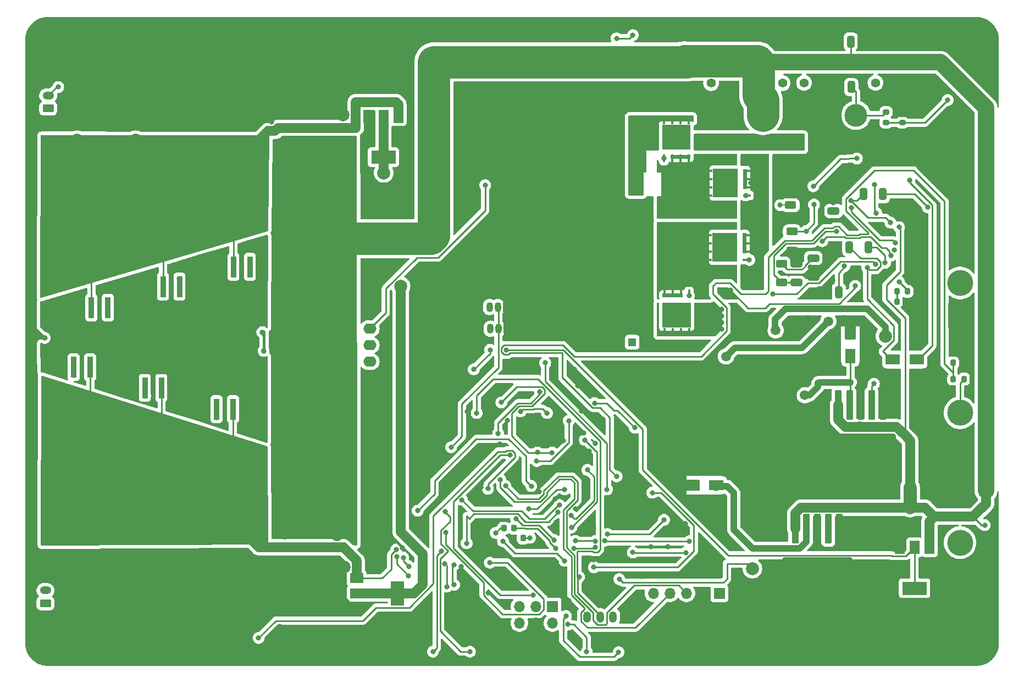
<source format=gbl>
G04 #@! TF.GenerationSoftware,KiCad,Pcbnew,7.0.1*
G04 #@! TF.CreationDate,2023-09-17T03:43:03-07:00*
G04 #@! TF.ProjectId,rps01,72707330-312e-46b6-9963-61645f706362,1*
G04 #@! TF.SameCoordinates,Original*
G04 #@! TF.FileFunction,Copper,L2,Bot*
G04 #@! TF.FilePolarity,Positive*
%FSLAX46Y46*%
G04 Gerber Fmt 4.6, Leading zero omitted, Abs format (unit mm)*
G04 Created by KiCad (PCBNEW 7.0.1) date 2023-09-17 03:43:03*
%MOMM*%
%LPD*%
G01*
G04 APERTURE LIST*
G04 Aperture macros list*
%AMRoundRect*
0 Rectangle with rounded corners*
0 $1 Rounding radius*
0 $2 $3 $4 $5 $6 $7 $8 $9 X,Y pos of 4 corners*
0 Add a 4 corners polygon primitive as box body*
4,1,4,$2,$3,$4,$5,$6,$7,$8,$9,$2,$3,0*
0 Add four circle primitives for the rounded corners*
1,1,$1+$1,$2,$3*
1,1,$1+$1,$4,$5*
1,1,$1+$1,$6,$7*
1,1,$1+$1,$8,$9*
0 Add four rect primitives between the rounded corners*
20,1,$1+$1,$2,$3,$4,$5,0*
20,1,$1+$1,$4,$5,$6,$7,0*
20,1,$1+$1,$6,$7,$8,$9,0*
20,1,$1+$1,$8,$9,$2,$3,0*%
G04 Aperture macros list end*
G04 #@! TA.AperFunction,SMDPad,CuDef*
%ADD10RoundRect,0.200000X0.200000X0.275000X-0.200000X0.275000X-0.200000X-0.275000X0.200000X-0.275000X0*%
G04 #@! TD*
G04 #@! TA.AperFunction,SMDPad,CuDef*
%ADD11R,0.431800X1.143000*%
G04 #@! TD*
G04 #@! TA.AperFunction,SMDPad,CuDef*
%ADD12R,0.431800X0.965200*%
G04 #@! TD*
G04 #@! TA.AperFunction,SMDPad,CuDef*
%ADD13R,1.143000X0.431800*%
G04 #@! TD*
G04 #@! TA.AperFunction,SMDPad,CuDef*
%ADD14R,0.965200X0.431800*%
G04 #@! TD*
G04 #@! TA.AperFunction,SMDPad,CuDef*
%ADD15R,2.184400X1.625600*%
G04 #@! TD*
G04 #@! TA.AperFunction,SMDPad,CuDef*
%ADD16RoundRect,0.250000X0.325000X0.650000X-0.325000X0.650000X-0.325000X-0.650000X0.325000X-0.650000X0*%
G04 #@! TD*
G04 #@! TA.AperFunction,ComponentPad*
%ADD17R,3.800000X3.800000*%
G04 #@! TD*
G04 #@! TA.AperFunction,ComponentPad*
%ADD18C,4.000000*%
G04 #@! TD*
G04 #@! TA.AperFunction,ComponentPad*
%ADD19RoundRect,1.900000X-1.900000X1.900000X-1.900000X-1.900000X1.900000X-1.900000X1.900000X1.900000X0*%
G04 #@! TD*
G04 #@! TA.AperFunction,ComponentPad*
%ADD20C,7.600000*%
G04 #@! TD*
G04 #@! TA.AperFunction,ComponentPad*
%ADD21R,1.700000X1.700000*%
G04 #@! TD*
G04 #@! TA.AperFunction,ComponentPad*
%ADD22O,1.700000X1.700000*%
G04 #@! TD*
G04 #@! TA.AperFunction,ComponentPad*
%ADD23O,2.000000X1.600000*%
G04 #@! TD*
G04 #@! TA.AperFunction,ComponentPad*
%ADD24RoundRect,0.250000X0.625000X-0.350000X0.625000X0.350000X-0.625000X0.350000X-0.625000X-0.350000X0*%
G04 #@! TD*
G04 #@! TA.AperFunction,ComponentPad*
%ADD25O,1.750000X1.200000*%
G04 #@! TD*
G04 #@! TA.AperFunction,ComponentPad*
%ADD26R,1.050000X1.500000*%
G04 #@! TD*
G04 #@! TA.AperFunction,ComponentPad*
%ADD27O,1.050000X1.500000*%
G04 #@! TD*
G04 #@! TA.AperFunction,ComponentPad*
%ADD28C,1.400000*%
G04 #@! TD*
G04 #@! TA.AperFunction,ComponentPad*
%ADD29R,3.500000X3.500000*%
G04 #@! TD*
G04 #@! TA.AperFunction,ComponentPad*
%ADD30C,3.500000*%
G04 #@! TD*
G04 #@! TA.AperFunction,ComponentPad*
%ADD31C,0.800000*%
G04 #@! TD*
G04 #@! TA.AperFunction,ComponentPad*
%ADD32C,6.400000*%
G04 #@! TD*
G04 #@! TA.AperFunction,ComponentPad*
%ADD33RoundRect,1.900000X1.900000X-1.900000X1.900000X1.900000X-1.900000X1.900000X-1.900000X-1.900000X0*%
G04 #@! TD*
G04 #@! TA.AperFunction,ComponentPad*
%ADD34RoundRect,0.250000X0.350000X0.625000X-0.350000X0.625000X-0.350000X-0.625000X0.350000X-0.625000X0*%
G04 #@! TD*
G04 #@! TA.AperFunction,ComponentPad*
%ADD35O,1.200000X1.750000*%
G04 #@! TD*
G04 #@! TA.AperFunction,ComponentPad*
%ADD36R,1.200000X1.200000*%
G04 #@! TD*
G04 #@! TA.AperFunction,ComponentPad*
%ADD37C,1.200000*%
G04 #@! TD*
G04 #@! TA.AperFunction,SMDPad,CuDef*
%ADD38R,0.812800X3.251200*%
G04 #@! TD*
G04 #@! TA.AperFunction,SMDPad,CuDef*
%ADD39R,7.874000X8.305800*%
G04 #@! TD*
G04 #@! TA.AperFunction,SMDPad,CuDef*
%ADD40RoundRect,0.200000X-0.200000X-0.275000X0.200000X-0.275000X0.200000X0.275000X-0.200000X0.275000X0*%
G04 #@! TD*
G04 #@! TA.AperFunction,SMDPad,CuDef*
%ADD41RoundRect,0.200000X0.275000X-0.200000X0.275000X0.200000X-0.275000X0.200000X-0.275000X-0.200000X0*%
G04 #@! TD*
G04 #@! TA.AperFunction,SMDPad,CuDef*
%ADD42R,1.500000X2.000000*%
G04 #@! TD*
G04 #@! TA.AperFunction,SMDPad,CuDef*
%ADD43R,3.800000X2.000000*%
G04 #@! TD*
G04 #@! TA.AperFunction,SMDPad,CuDef*
%ADD44R,2.000000X1.500000*%
G04 #@! TD*
G04 #@! TA.AperFunction,SMDPad,CuDef*
%ADD45R,2.000000X3.800000*%
G04 #@! TD*
G04 #@! TA.AperFunction,SMDPad,CuDef*
%ADD46RoundRect,0.250000X-0.625000X0.312500X-0.625000X-0.312500X0.625000X-0.312500X0.625000X0.312500X0*%
G04 #@! TD*
G04 #@! TA.AperFunction,SMDPad,CuDef*
%ADD47RoundRect,0.225000X-0.225000X-0.250000X0.225000X-0.250000X0.225000X0.250000X-0.225000X0.250000X0*%
G04 #@! TD*
G04 #@! TA.AperFunction,SMDPad,CuDef*
%ADD48RoundRect,0.225000X0.225000X0.250000X-0.225000X0.250000X-0.225000X-0.250000X0.225000X-0.250000X0*%
G04 #@! TD*
G04 #@! TA.AperFunction,SMDPad,CuDef*
%ADD49RoundRect,0.200000X-0.275000X0.200000X-0.275000X-0.200000X0.275000X-0.200000X0.275000X0.200000X0*%
G04 #@! TD*
G04 #@! TA.AperFunction,SMDPad,CuDef*
%ADD50RoundRect,0.250000X-0.300000X2.050000X-0.300000X-2.050000X0.300000X-2.050000X0.300000X2.050000X0*%
G04 #@! TD*
G04 #@! TA.AperFunction,SMDPad,CuDef*
%ADD51RoundRect,0.250000X-2.375000X2.025000X-2.375000X-2.025000X2.375000X-2.025000X2.375000X2.025000X0*%
G04 #@! TD*
G04 #@! TA.AperFunction,SMDPad,CuDef*
%ADD52RoundRect,0.250002X-5.149998X4.449998X-5.149998X-4.449998X5.149998X-4.449998X5.149998X4.449998X0*%
G04 #@! TD*
G04 #@! TA.AperFunction,SMDPad,CuDef*
%ADD53RoundRect,0.250000X0.650000X-0.325000X0.650000X0.325000X-0.650000X0.325000X-0.650000X-0.325000X0*%
G04 #@! TD*
G04 #@! TA.AperFunction,SMDPad,CuDef*
%ADD54R,1.917700X2.997200*%
G04 #@! TD*
G04 #@! TA.AperFunction,SMDPad,CuDef*
%ADD55RoundRect,0.250000X-0.650000X0.325000X-0.650000X-0.325000X0.650000X-0.325000X0.650000X0.325000X0*%
G04 #@! TD*
G04 #@! TA.AperFunction,SMDPad,CuDef*
%ADD56R,1.625600X2.184400*%
G04 #@! TD*
G04 #@! TA.AperFunction,SMDPad,CuDef*
%ADD57R,4.000000X7.800000*%
G04 #@! TD*
G04 #@! TA.AperFunction,SMDPad,CuDef*
%ADD58RoundRect,0.250000X0.625000X-0.312500X0.625000X0.312500X-0.625000X0.312500X-0.625000X-0.312500X0*%
G04 #@! TD*
G04 #@! TA.AperFunction,ViaPad*
%ADD59C,1.500000*%
G04 #@! TD*
G04 #@! TA.AperFunction,ViaPad*
%ADD60C,0.800000*%
G04 #@! TD*
G04 #@! TA.AperFunction,ViaPad*
%ADD61C,1.000000*%
G04 #@! TD*
G04 #@! TA.AperFunction,ViaPad*
%ADD62C,2.000000*%
G04 #@! TD*
G04 #@! TA.AperFunction,Conductor*
%ADD63C,1.500000*%
G04 #@! TD*
G04 #@! TA.AperFunction,Conductor*
%ADD64C,1.000000*%
G04 #@! TD*
G04 #@! TA.AperFunction,Conductor*
%ADD65C,0.250000*%
G04 #@! TD*
G04 #@! TA.AperFunction,Conductor*
%ADD66C,5.000000*%
G04 #@! TD*
G04 #@! TA.AperFunction,Conductor*
%ADD67C,2.500000*%
G04 #@! TD*
G04 #@! TA.AperFunction,Conductor*
%ADD68C,2.000000*%
G04 #@! TD*
G04 #@! TA.AperFunction,Conductor*
%ADD69C,0.200000*%
G04 #@! TD*
G04 APERTURE END LIST*
G04 #@! TA.AperFunction,EtchedComponent*
G36*
X136397100Y-54597000D02*
G01*
X132002900Y-54597000D01*
X132002900Y-50787000D01*
X136397100Y-50787000D01*
X136397100Y-54597000D01*
G37*
G04 #@! TD.AperFunction*
G04 #@! TA.AperFunction,EtchedComponent*
G36*
X136371700Y-56019400D02*
G01*
X133298300Y-56019400D01*
X133298300Y-55435200D01*
X136371700Y-55435200D01*
X136371700Y-56019400D01*
G37*
G04 #@! TD.AperFunction*
G04 #@! TA.AperFunction,EtchedComponent*
G36*
X143647000Y-61997100D02*
G01*
X139837000Y-61997100D01*
X139837000Y-57602900D01*
X143647000Y-57602900D01*
X143647000Y-61997100D01*
G37*
G04 #@! TD.AperFunction*
G04 #@! TA.AperFunction,EtchedComponent*
G36*
X145069400Y-60701700D02*
G01*
X144485200Y-60701700D01*
X144485200Y-57628300D01*
X145069400Y-57628300D01*
X145069400Y-60701700D01*
G37*
G04 #@! TD.AperFunction*
G04 #@! TA.AperFunction,EtchedComponent*
G36*
X143547000Y-71897100D02*
G01*
X139737000Y-71897100D01*
X139737000Y-67502900D01*
X143547000Y-67502900D01*
X143547000Y-71897100D01*
G37*
G04 #@! TD.AperFunction*
G04 #@! TA.AperFunction,EtchedComponent*
G36*
X144969400Y-70601700D02*
G01*
X144385200Y-70601700D01*
X144385200Y-67528300D01*
X144969400Y-67528300D01*
X144969400Y-70601700D01*
G37*
G04 #@! TD.AperFunction*
G04 #@! TA.AperFunction,EtchedComponent*
G36*
X136447100Y-82063000D02*
G01*
X132052900Y-82063000D01*
X132052900Y-78253000D01*
X136447100Y-78253000D01*
X136447100Y-82063000D01*
G37*
G04 #@! TD.AperFunction*
G04 #@! TA.AperFunction,EtchedComponent*
G36*
X135151700Y-77414800D02*
G01*
X132078300Y-77414800D01*
X132078300Y-76830600D01*
X135151700Y-76830600D01*
X135151700Y-77414800D01*
G37*
G04 #@! TD.AperFunction*
D10*
X169825000Y-76500000D03*
X168175000Y-76500000D03*
D11*
X136105000Y-56006700D03*
X134835000Y-56006700D03*
X132295000Y-56006700D03*
D12*
X132295000Y-50304400D03*
X134835000Y-50304400D03*
D11*
X133565000Y-56006700D03*
D12*
X133565000Y-50304400D03*
X136105000Y-50304400D03*
D13*
X145056700Y-57895000D03*
X145056700Y-59165000D03*
X145056700Y-61705000D03*
D14*
X139354400Y-61705000D03*
X139354400Y-59165000D03*
D13*
X145056700Y-60435000D03*
D14*
X139354400Y-60435000D03*
X139354400Y-57895000D03*
D13*
X144956700Y-67795000D03*
X144956700Y-69065000D03*
X144956700Y-71605000D03*
D14*
X139254400Y-71605000D03*
X139254400Y-69065000D03*
D13*
X144956700Y-70335000D03*
D14*
X139254400Y-70335000D03*
X139254400Y-67795000D03*
D11*
X132345000Y-76843300D03*
X133615000Y-76843300D03*
X136155000Y-76843300D03*
D12*
X136155000Y-82545600D03*
X133615000Y-82545600D03*
D11*
X134885000Y-76843300D03*
D12*
X134885000Y-82545600D03*
X132345000Y-82545600D03*
D15*
X140368400Y-106350000D03*
X136660000Y-106350000D03*
D16*
X163800000Y-69700000D03*
X160850000Y-69700000D03*
D17*
X177899179Y-80200000D03*
D18*
X177899179Y-75200000D03*
D19*
X46349179Y-46176680D03*
D20*
X46349179Y-57176680D03*
D21*
X140824179Y-123001680D03*
D22*
X138284179Y-123001680D03*
X135744179Y-123001680D03*
X133204179Y-123001680D03*
X130664179Y-123001680D03*
D23*
X86974179Y-79681680D03*
X86974179Y-82221680D03*
X86974179Y-84761680D03*
X86974179Y-87301680D03*
D24*
X37024179Y-124551680D03*
D25*
X37024179Y-122551680D03*
X37024179Y-120551680D03*
D21*
X115124179Y-125036680D03*
D22*
X115124179Y-127576680D03*
X112584179Y-125036680D03*
X112584179Y-127576680D03*
X110044179Y-125036680D03*
X110044179Y-127576680D03*
D26*
X107974179Y-78901680D03*
D27*
X106704179Y-78901680D03*
X105434179Y-78901680D03*
D17*
X177899179Y-120200000D03*
D18*
X177899179Y-115200000D03*
D17*
X177899179Y-100200000D03*
D18*
X177899179Y-95200000D03*
D28*
X139549179Y-44400000D03*
X150549179Y-44400000D03*
D29*
X142549179Y-49400000D03*
D30*
X147549179Y-49400000D03*
D31*
X84002944Y-37697056D03*
X84705888Y-36000000D03*
X84705888Y-39394112D03*
X86402944Y-35297056D03*
D32*
X86402944Y-37697056D03*
D31*
X86402944Y-40097056D03*
X88100000Y-36000000D03*
X88100000Y-39394112D03*
X88802944Y-37697056D03*
D28*
X153874179Y-44350000D03*
X164874179Y-44350000D03*
D29*
X156874179Y-49350000D03*
D30*
X161874179Y-49350000D03*
D33*
X45874179Y-121701680D03*
D20*
X45874179Y-110701680D03*
D31*
X85000000Y-130797056D03*
X85702944Y-129100000D03*
X85702944Y-132494112D03*
X87400000Y-128397056D03*
D32*
X87400000Y-130797056D03*
D31*
X87400000Y-133197056D03*
X89097056Y-129100000D03*
X89097056Y-132494112D03*
X89800000Y-130797056D03*
X35002944Y-130797056D03*
X35705888Y-129100000D03*
X35705888Y-132494112D03*
X37402944Y-128397056D03*
D32*
X37402944Y-130797056D03*
D31*
X37402944Y-133197056D03*
X39100000Y-129100000D03*
X39100000Y-132494112D03*
X39802944Y-130797056D03*
D24*
X37449179Y-48301680D03*
D25*
X37449179Y-46301680D03*
X37449179Y-44301680D03*
D33*
X78124179Y-121301680D03*
D20*
X78124179Y-110301680D03*
D31*
X35000000Y-37700000D03*
X35702944Y-36002944D03*
X35702944Y-39397056D03*
X37400000Y-35300000D03*
D32*
X37400000Y-37700000D03*
D31*
X37400000Y-40100000D03*
X39097056Y-36002944D03*
X39097056Y-39397056D03*
X39800000Y-37700000D03*
D19*
X78399179Y-46276680D03*
D20*
X78399179Y-57276680D03*
D15*
X167550000Y-87000000D03*
X171258400Y-87000000D03*
D31*
X178000000Y-130802944D03*
X178702944Y-129105888D03*
X178702944Y-132500000D03*
X180400000Y-128402944D03*
D32*
X180400000Y-130802944D03*
D31*
X180400000Y-133202944D03*
X182097056Y-129105888D03*
X182097056Y-132500000D03*
X182800000Y-130802944D03*
X178000000Y-37700000D03*
X178702944Y-36002944D03*
X178702944Y-39397056D03*
X180400000Y-35300000D03*
D32*
X180400000Y-37700000D03*
D31*
X180400000Y-40100000D03*
X182097056Y-36002944D03*
X182097056Y-39397056D03*
X182800000Y-37700000D03*
D34*
X126449179Y-126651680D03*
D35*
X124449179Y-126651680D03*
X122449179Y-126651680D03*
X120449179Y-126651680D03*
D36*
X127408150Y-84300000D03*
D37*
X123908150Y-84300000D03*
D38*
X41359179Y-88153680D03*
X43899179Y-88153680D03*
X46439179Y-88153680D03*
D39*
X43899179Y-98275580D03*
D40*
X168175000Y-78040000D03*
X169825000Y-78040000D03*
D38*
X57664179Y-75748880D03*
X55124179Y-75748880D03*
X52584179Y-75748880D03*
D39*
X55124179Y-65626980D03*
D41*
X169010000Y-50500000D03*
X169010000Y-48850000D03*
D42*
X86774179Y-49501680D03*
X89074179Y-49501680D03*
D43*
X89074179Y-55801680D03*
D42*
X91374179Y-49501680D03*
D44*
X84974179Y-125301680D03*
X84974179Y-123001680D03*
D45*
X91274179Y-123001680D03*
D44*
X84974179Y-120701680D03*
D38*
X68514179Y-72698880D03*
X65974179Y-72698880D03*
X63434179Y-72698880D03*
D39*
X65974179Y-62576980D03*
D16*
X166000000Y-61500000D03*
X163050000Y-61500000D03*
D38*
X46639179Y-78999680D03*
X44099179Y-78999680D03*
X41559179Y-78999680D03*
D39*
X44099179Y-68877780D03*
D16*
X161050000Y-38000000D03*
X158100000Y-38000000D03*
D46*
X150400000Y-72200000D03*
X150400000Y-75125000D03*
D47*
X109049179Y-114500000D03*
X110599179Y-114500000D03*
D48*
X109199179Y-112976680D03*
X107649179Y-112976680D03*
D49*
X166500000Y-48850000D03*
X166500000Y-50500000D03*
D46*
X152000000Y-67237500D03*
X152000000Y-70162500D03*
D50*
X159175000Y-93975000D03*
X160875000Y-93975000D03*
X162575000Y-93975000D03*
D51*
X165350000Y-100700000D03*
X159800000Y-100700000D03*
D52*
X162575000Y-103125000D03*
D51*
X165350000Y-105550000D03*
X159800000Y-105550000D03*
D50*
X164275000Y-93975000D03*
X165975000Y-93975000D03*
D16*
X159250000Y-76600000D03*
X156300000Y-76600000D03*
D40*
X176850000Y-87490000D03*
X178500000Y-87490000D03*
D53*
X152700000Y-75150000D03*
X152700000Y-72200000D03*
D54*
X128162900Y-60000000D03*
X132900000Y-60000000D03*
D55*
X155300000Y-71350000D03*
X155300000Y-74300000D03*
D10*
X178500000Y-90000000D03*
X176850000Y-90000000D03*
D38*
X63359179Y-94628680D03*
X65899179Y-94628680D03*
X68439179Y-94628680D03*
D39*
X65899179Y-104750580D03*
D42*
X168599179Y-115926680D03*
X170899179Y-115926680D03*
D43*
X170899179Y-122226680D03*
D42*
X173199179Y-115926680D03*
D50*
X152500000Y-113050000D03*
X154200000Y-113050000D03*
X155900000Y-113050000D03*
D51*
X158675000Y-119775000D03*
X153125000Y-119775000D03*
D52*
X155900000Y-122200000D03*
D51*
X158675000Y-124625000D03*
X153125000Y-124625000D03*
D50*
X157600000Y-113050000D03*
X159300000Y-113050000D03*
D56*
X161000000Y-86454200D03*
X161000000Y-82745800D03*
D38*
X52334179Y-91354780D03*
X54874179Y-91354780D03*
X57414179Y-91354780D03*
D39*
X54874179Y-101476680D03*
D57*
X67524179Y-83351680D03*
X78524179Y-83351680D03*
D26*
X108074179Y-82251680D03*
D27*
X106804179Y-82251680D03*
X105534179Y-82251680D03*
D16*
X161150000Y-45000000D03*
X158200000Y-45000000D03*
D55*
X158400000Y-61150000D03*
X158400000Y-64100000D03*
D58*
X151800000Y-63200000D03*
X151800000Y-60275000D03*
D59*
X162450000Y-97300000D03*
X141850000Y-86500000D03*
X157600000Y-81100000D03*
D60*
X161750000Y-75650000D03*
X118500000Y-80800000D03*
X159950000Y-80550000D03*
X144200000Y-80600000D03*
X157400000Y-72650000D03*
X149500000Y-68350000D03*
X167200000Y-73250000D03*
X161200000Y-74050000D03*
X154600000Y-77100000D03*
X152900000Y-72300000D03*
X158300000Y-74750000D03*
X170100000Y-59400000D03*
X142500000Y-76300000D03*
X163600000Y-72800000D03*
X166350000Y-72100000D03*
X149100000Y-76900000D03*
X164900000Y-72300000D03*
X136150000Y-77150000D03*
D59*
X140300000Y-106550000D03*
D61*
X59400000Y-42200000D03*
D60*
X154800000Y-58700000D03*
D61*
X158900000Y-124200000D03*
D60*
X118974179Y-91026680D03*
X89699179Y-84626680D03*
X169900000Y-128200000D03*
X121424179Y-112926680D03*
D62*
X73900000Y-42700000D03*
D61*
X58400000Y-121700000D03*
D62*
X73400000Y-118200000D03*
X82900000Y-124675500D03*
D60*
X136000000Y-48000000D03*
D61*
X159900000Y-100200000D03*
X64400000Y-118700000D03*
D62*
X41400000Y-118200000D03*
D60*
X170000000Y-69500000D03*
X107224179Y-122001680D03*
X106000000Y-93800000D03*
X107000000Y-100000000D03*
X154800000Y-72750000D03*
X177100000Y-66200000D03*
X101299179Y-126226680D03*
D61*
X155900000Y-121200000D03*
X162900000Y-100200000D03*
X62900000Y-124700000D03*
D60*
X111499179Y-92476680D03*
D59*
X172750000Y-90450000D03*
D60*
X167600000Y-67500000D03*
X115500000Y-108500000D03*
D61*
X59400000Y-48200000D03*
X158900000Y-119700000D03*
D60*
X108136325Y-96388826D03*
X113049179Y-107401680D03*
X101049179Y-118901680D03*
D62*
X73400000Y-48200000D03*
D60*
X75900000Y-129200000D03*
X136949179Y-118176680D03*
X156000000Y-111500000D03*
X115500000Y-88500000D03*
D61*
X161400000Y-100200000D03*
D62*
X50900000Y-42200000D03*
D61*
X59900000Y-118700000D03*
X152900000Y-121200000D03*
D60*
X152500000Y-70300000D03*
X102000000Y-95000000D03*
X132874179Y-115801680D03*
X167800000Y-70100000D03*
X86899179Y-48926680D03*
D61*
X63900000Y-48200000D03*
X61400000Y-121700000D03*
D60*
X119899179Y-98276680D03*
X161000000Y-82900000D03*
D61*
X165900000Y-101700000D03*
X62900000Y-121700000D03*
X57900000Y-45200000D03*
X62400000Y-45200000D03*
D60*
X87749179Y-119101680D03*
D61*
X157400000Y-121200000D03*
X154400000Y-124200000D03*
D60*
X121474179Y-117851680D03*
X119000000Y-130500000D03*
D61*
X157400000Y-119700000D03*
X155900000Y-125700000D03*
X61400000Y-118700000D03*
D60*
X128799179Y-120401680D03*
D61*
X155900000Y-122700000D03*
D60*
X114974179Y-123001680D03*
X147900000Y-110100000D03*
X94199179Y-98576680D03*
X139900000Y-118200000D03*
D61*
X62400000Y-42200000D03*
D60*
X88924179Y-108176680D03*
D61*
X57900000Y-48200000D03*
D62*
X83024679Y-118998458D03*
D61*
X57900000Y-42200000D03*
D60*
X100224179Y-91126680D03*
X158400000Y-62800000D03*
X108000000Y-87500000D03*
X115424179Y-118501680D03*
X73100000Y-128100000D03*
D62*
X82874679Y-49327180D03*
X41900000Y-42200000D03*
D61*
X62400000Y-48200000D03*
D60*
X118824179Y-103901680D03*
D61*
X164400000Y-100200000D03*
D60*
X118649179Y-110001680D03*
D61*
X152900000Y-119700000D03*
D60*
X70624179Y-85651680D03*
D61*
X157400000Y-122700000D03*
D60*
X130224179Y-115801680D03*
D62*
X82900000Y-42700000D03*
D60*
X110399179Y-96326680D03*
X70424179Y-82776680D03*
D61*
X158900000Y-122700000D03*
D62*
X73400000Y-124675500D03*
D60*
X36924179Y-83651680D03*
D61*
X63900000Y-42200000D03*
D60*
X116774179Y-99451680D03*
X96374179Y-84951680D03*
D61*
X59400000Y-45200000D03*
X59900000Y-124700000D03*
D60*
X119574179Y-94926680D03*
X105224179Y-122976680D03*
D61*
X60900000Y-42200000D03*
D60*
X157300000Y-71200000D03*
X116500000Y-91100000D03*
X102049179Y-104451680D03*
X89524179Y-89451680D03*
D61*
X158900000Y-125700000D03*
D60*
X120799179Y-101126680D03*
X122924179Y-96201680D03*
D61*
X64400000Y-124700000D03*
X60900000Y-48200000D03*
X154400000Y-125700000D03*
D60*
X133200000Y-113900000D03*
D61*
X59900000Y-121700000D03*
D60*
X154500000Y-80500000D03*
D61*
X154400000Y-119700000D03*
D60*
X135600000Y-112300000D03*
D61*
X152900000Y-125700000D03*
D60*
X149500000Y-112000000D03*
X37974179Y-51151680D03*
X133000000Y-90500000D03*
X109000000Y-114600000D03*
D61*
X157400000Y-124200000D03*
D60*
X87024179Y-78001680D03*
X177800000Y-68400000D03*
X105800000Y-97100000D03*
X169700000Y-67400000D03*
D61*
X155900000Y-124200000D03*
D62*
X50900000Y-49700000D03*
D60*
X92024179Y-116026680D03*
D61*
X159900000Y-101700000D03*
X155900000Y-119700000D03*
D60*
X34599179Y-80376680D03*
X118500000Y-125500000D03*
X104124179Y-106651680D03*
D62*
X41400000Y-125700000D03*
X50400000Y-125700000D03*
D60*
X115724179Y-112051680D03*
X86599179Y-64151680D03*
D61*
X58400000Y-118700000D03*
D60*
X113000000Y-88500000D03*
D61*
X63900000Y-45200000D03*
D60*
X149000000Y-114500000D03*
D62*
X41900000Y-49700000D03*
D60*
X98500000Y-76000000D03*
X102549179Y-79901680D03*
D61*
X64400000Y-121700000D03*
D60*
X171000000Y-72000000D03*
X118500000Y-88500000D03*
D61*
X158900000Y-121200000D03*
X162900000Y-101700000D03*
X62900000Y-118700000D03*
D60*
X117674179Y-124101680D03*
X121500000Y-37500000D03*
D61*
X165900000Y-100200000D03*
D60*
X71833550Y-50427444D03*
D61*
X60900000Y-45200000D03*
X61400000Y-124700000D03*
D60*
X93774179Y-127201680D03*
D61*
X154400000Y-121200000D03*
X58400000Y-124700000D03*
D60*
X155100000Y-121600000D03*
D62*
X50400000Y-118200000D03*
D60*
X152500000Y-60000000D03*
D61*
X164400000Y-101700000D03*
X161400000Y-101700000D03*
X152900000Y-124200000D03*
D60*
X103124179Y-117276680D03*
X89874179Y-114001680D03*
D61*
X154400000Y-122700000D03*
D60*
X121724179Y-99951680D03*
D61*
X157400000Y-125700000D03*
D60*
X109699179Y-122176680D03*
X151800000Y-38500000D03*
D61*
X152900000Y-122700000D03*
D60*
X63375098Y-95901600D03*
X41375098Y-89401600D03*
X52375098Y-92601600D03*
X46650098Y-77776600D03*
X68525098Y-71526600D03*
X57650098Y-74551600D03*
X111849179Y-106500000D03*
X94348506Y-110276680D03*
X115624179Y-116101680D03*
X132300000Y-111700000D03*
X123599179Y-113901680D03*
X104749179Y-60126680D03*
X118449179Y-116101680D03*
X121724500Y-115949502D03*
X121600000Y-93700000D03*
X127800000Y-97500000D03*
D62*
X145900000Y-119200000D03*
D60*
X125399179Y-120826680D03*
X157600000Y-113100000D03*
X172900000Y-63500000D03*
X98550000Y-118450000D03*
X98849179Y-121976680D03*
X99950000Y-118600000D03*
X99950000Y-121700000D03*
X107099179Y-105501680D03*
X107874179Y-106451680D03*
X112124179Y-123251680D03*
X108603603Y-101708317D03*
X135649179Y-116726680D03*
X127499179Y-116701680D03*
X135100000Y-60500000D03*
X135100000Y-59500000D03*
X134100000Y-58500000D03*
X133100000Y-60500000D03*
X135100000Y-61500000D03*
X134100000Y-61500000D03*
X136100000Y-58500000D03*
X136100000Y-59500000D03*
X167200000Y-65900000D03*
X133100000Y-61500000D03*
X161081802Y-62518198D03*
X134100000Y-60500000D03*
X135100000Y-58500000D03*
X136100000Y-61500000D03*
X133100000Y-59500000D03*
X133100000Y-58500000D03*
X136100000Y-60500000D03*
X134100000Y-59500000D03*
D61*
X75400000Y-96200000D03*
X81400000Y-93200000D03*
X81400000Y-90200000D03*
D60*
X138200000Y-82300000D03*
D61*
X80400000Y-84700000D03*
X78400000Y-103700000D03*
X78400000Y-64200000D03*
X81400000Y-105200000D03*
X75400000Y-91700000D03*
X81400000Y-96200000D03*
D62*
X74400000Y-54200000D03*
D61*
X78400000Y-93200000D03*
X75400000Y-73700000D03*
X77400000Y-81700000D03*
X75400000Y-62700000D03*
X81400000Y-72200000D03*
D60*
X135399179Y-40976680D03*
D61*
X81400000Y-65700000D03*
X81400000Y-73700000D03*
X75400000Y-76700000D03*
X81400000Y-94700000D03*
X75400000Y-102200000D03*
D62*
X81900000Y-113952180D03*
D60*
X141200000Y-82300000D03*
D61*
X75400000Y-72200000D03*
D62*
X73900000Y-107200000D03*
D61*
X81400000Y-62700000D03*
X78400000Y-91700000D03*
D60*
X170200000Y-106700000D03*
D61*
X78400000Y-100700000D03*
D60*
X140200000Y-79300000D03*
D61*
X83400000Y-83200000D03*
X77400000Y-84700000D03*
X75400000Y-94700000D03*
D60*
X96849179Y-41126680D03*
D61*
X75400000Y-70700000D03*
X78400000Y-75200000D03*
X81400000Y-102200000D03*
X75400000Y-99200000D03*
D60*
X141200000Y-80300000D03*
X141200000Y-81300000D03*
X140200000Y-81300000D03*
D61*
X77400000Y-83200000D03*
X80400000Y-81700000D03*
D62*
X82400000Y-54200000D03*
D60*
X139200000Y-79300000D03*
D61*
X81400000Y-75200000D03*
X83400000Y-86200000D03*
D60*
X140200000Y-80300000D03*
D62*
X82400000Y-60700000D03*
D61*
X78400000Y-102200000D03*
X78400000Y-94700000D03*
X81400000Y-103700000D03*
X78400000Y-90200000D03*
D62*
X82400000Y-107200000D03*
D61*
X78400000Y-73700000D03*
X83400000Y-81700000D03*
X83400000Y-84700000D03*
X78400000Y-65700000D03*
X75400000Y-67200000D03*
X75400000Y-103700000D03*
X78400000Y-76700000D03*
D60*
X140200000Y-82300000D03*
D61*
X81400000Y-68700000D03*
X75400000Y-100700000D03*
X78400000Y-67200000D03*
X83400000Y-80200000D03*
D60*
X168500000Y-66600000D03*
D61*
X81400000Y-67200000D03*
D60*
X139200000Y-80300000D03*
D61*
X81400000Y-100700000D03*
X75400000Y-93200000D03*
X81400000Y-91700000D03*
X78400000Y-96200000D03*
X77400000Y-86200000D03*
D62*
X73900000Y-113700000D03*
D61*
X80400000Y-86200000D03*
X78400000Y-62700000D03*
X78400000Y-72200000D03*
X81400000Y-70700000D03*
D60*
X139200000Y-82300000D03*
D61*
X78400000Y-68700000D03*
X75400000Y-64200000D03*
X75400000Y-90200000D03*
X80400000Y-83200000D03*
X81400000Y-99200000D03*
X77400000Y-80200000D03*
X81400000Y-64200000D03*
D60*
X138200000Y-79300000D03*
D61*
X75400000Y-105200000D03*
X81400000Y-76700000D03*
X75400000Y-68700000D03*
D60*
X138200000Y-81300000D03*
D61*
X78400000Y-105200000D03*
X80400000Y-80200000D03*
X75400000Y-75200000D03*
X78400000Y-99200000D03*
D60*
X181700000Y-112500000D03*
X141200000Y-79300000D03*
X138200000Y-80300000D03*
D61*
X75400000Y-65700000D03*
D60*
X139200000Y-81300000D03*
D62*
X74400000Y-60700000D03*
D61*
X78400000Y-70700000D03*
D60*
X150200000Y-63200000D03*
X96700000Y-132000000D03*
X101900000Y-115300000D03*
X115949179Y-110526680D03*
X98000000Y-116500000D03*
X98600000Y-110400000D03*
X102400000Y-132000000D03*
X101174179Y-108601680D03*
X116200000Y-109400000D03*
X112674179Y-102626680D03*
X117624179Y-96426680D03*
X114274179Y-95226680D03*
X110186124Y-94975424D03*
X168175000Y-76500000D03*
X107500000Y-115000000D03*
X117000000Y-118000000D03*
X130500000Y-107500000D03*
X121500000Y-119000000D03*
X168500000Y-75000000D03*
X114000000Y-87500000D03*
X125000000Y-37500000D03*
X111500000Y-110000000D03*
X176000000Y-47000000D03*
X117000000Y-107000000D03*
X123500000Y-107000000D03*
X127500000Y-37000000D03*
X125000000Y-105000000D03*
X120500000Y-104000000D03*
X118000000Y-111000000D03*
D62*
X51050000Y-114150000D03*
D61*
X68900000Y-107700000D03*
X65900000Y-104700000D03*
X65900000Y-103200000D03*
X57900000Y-101200000D03*
X43900000Y-101200000D03*
X51900000Y-102700000D03*
D62*
X41400000Y-106700000D03*
D61*
X68900000Y-103200000D03*
X51900000Y-101200000D03*
X57900000Y-98200000D03*
D62*
X41100000Y-114150000D03*
D61*
X54900000Y-101200000D03*
X57900000Y-104200000D03*
X43900000Y-96700000D03*
X46900000Y-101200000D03*
X54900000Y-104200000D03*
X40900000Y-95200000D03*
X43900000Y-99700000D03*
X65900000Y-101700000D03*
D60*
X66749179Y-112751680D03*
D61*
X40900000Y-96700000D03*
X57900000Y-99700000D03*
X57900000Y-102700000D03*
D62*
X50400000Y-106700000D03*
D61*
X51900000Y-98200000D03*
X46900000Y-96700000D03*
X46900000Y-98200000D03*
X65900000Y-106200000D03*
X68900000Y-106200000D03*
X62900000Y-104700000D03*
X62900000Y-106200000D03*
X54900000Y-98200000D03*
X40900000Y-98200000D03*
X43900000Y-95200000D03*
X65900000Y-107700000D03*
X51900000Y-104200000D03*
D60*
X91049179Y-116276680D03*
D61*
X46900000Y-99700000D03*
X68900000Y-101700000D03*
X54900000Y-99700000D03*
X62900000Y-103200000D03*
D60*
X43925098Y-89376600D03*
D61*
X46900000Y-95200000D03*
X62900000Y-101700000D03*
X40900000Y-99700000D03*
X54900000Y-102700000D03*
X62900000Y-107700000D03*
X43900000Y-98200000D03*
X68900000Y-104700000D03*
X51900000Y-99700000D03*
X40900000Y-101200000D03*
D60*
X105500000Y-85500000D03*
X170900000Y-122200000D03*
X108000000Y-85500000D03*
X103000000Y-88500000D03*
D61*
X40900000Y-65700000D03*
X68900000Y-62700000D03*
X58400000Y-65700000D03*
X40900000Y-71700000D03*
X62900000Y-64200000D03*
D62*
X50900000Y-61200000D03*
D61*
X65900000Y-59700000D03*
X46900000Y-68700000D03*
X68900000Y-65700000D03*
X40900000Y-67200000D03*
D62*
X41900000Y-61200000D03*
D61*
X46900000Y-65700000D03*
X43900000Y-67200000D03*
X55400000Y-65700000D03*
X62900000Y-62700000D03*
X52400000Y-65700000D03*
X65900000Y-65700000D03*
X43900000Y-68700000D03*
X46900000Y-70200000D03*
X55400000Y-68700000D03*
X43900000Y-70200000D03*
X65900000Y-61200000D03*
X52400000Y-64200000D03*
X40900000Y-70200000D03*
X58400000Y-68700000D03*
X46900000Y-71700000D03*
X65900000Y-62700000D03*
X55400000Y-64200000D03*
X52400000Y-67200000D03*
X62900000Y-65700000D03*
X58400000Y-62700000D03*
D60*
X44100098Y-77826600D03*
D61*
X55400000Y-62700000D03*
X62900000Y-61200000D03*
X43900000Y-71700000D03*
X58400000Y-67200000D03*
X62900000Y-59700000D03*
X43900000Y-65700000D03*
X55400000Y-67200000D03*
X65900000Y-64200000D03*
X68900000Y-59700000D03*
X46900000Y-67200000D03*
X40900000Y-68700000D03*
X52400000Y-68700000D03*
D62*
X41900000Y-53200000D03*
D61*
X58400000Y-64200000D03*
D62*
X50900000Y-53200000D03*
D61*
X68900000Y-64200000D03*
X68900000Y-61200000D03*
X52400000Y-62700000D03*
D60*
X119224500Y-120500000D03*
X125300000Y-132100000D03*
X117200000Y-126500000D03*
X103449179Y-95226680D03*
X115049179Y-101326680D03*
X120400000Y-132000000D03*
X112800000Y-101300000D03*
X107249179Y-93601680D03*
X117500000Y-127800000D03*
X158500000Y-64200000D03*
X105474179Y-118276680D03*
X99500000Y-100500000D03*
X98674179Y-113600000D03*
X38974179Y-45001680D03*
X158900000Y-67200000D03*
X164625000Y-90725000D03*
X113199179Y-91951680D03*
X106749179Y-98376680D03*
D59*
X149500000Y-82500000D03*
D62*
X166400000Y-83400000D03*
D60*
X135200000Y-71800000D03*
X136200000Y-71800000D03*
X134200000Y-68800000D03*
X134200000Y-71800000D03*
X135200000Y-68800000D03*
X136200000Y-70800000D03*
X133200000Y-71800000D03*
X133200000Y-70800000D03*
X134200000Y-70800000D03*
X136200000Y-69800000D03*
X135200000Y-70800000D03*
X133200000Y-68800000D03*
X134200000Y-69800000D03*
X136200000Y-68800000D03*
X133200000Y-69800000D03*
X135200000Y-69800000D03*
D61*
X49400000Y-84700000D03*
X60400000Y-84700000D03*
D60*
X42500000Y-80000000D03*
X53500000Y-77500000D03*
X64500000Y-74500000D03*
X36799179Y-86076680D03*
X62500000Y-75000000D03*
X56000000Y-93500000D03*
D61*
X52400000Y-84700000D03*
D60*
X67725098Y-83301600D03*
D61*
X63400000Y-84700000D03*
D60*
X60000000Y-90000000D03*
D61*
X66400000Y-86200000D03*
X55400000Y-83200000D03*
D60*
X69000000Y-92500000D03*
D61*
X66400000Y-83200000D03*
D60*
X69500000Y-96000000D03*
X45500000Y-86000000D03*
X47500000Y-89500000D03*
X58500000Y-93500000D03*
D61*
X52400000Y-81700000D03*
X60400000Y-86200000D03*
X66400000Y-84700000D03*
D60*
X48000000Y-87000000D03*
X56000000Y-89000000D03*
X67500000Y-92500000D03*
D61*
X49400000Y-86200000D03*
X60400000Y-81700000D03*
X52400000Y-86200000D03*
D60*
X51500000Y-77500000D03*
X53500000Y-74000000D03*
D61*
X63400000Y-81700000D03*
X55400000Y-81700000D03*
X55400000Y-84700000D03*
D60*
X64500000Y-71000000D03*
D61*
X55400000Y-86200000D03*
D60*
X45500000Y-89500000D03*
D61*
X63400000Y-83200000D03*
X60400000Y-83200000D03*
X63400000Y-86200000D03*
X49400000Y-83200000D03*
X49400000Y-81700000D03*
D60*
X40500000Y-78000000D03*
X51500000Y-74500000D03*
X40500000Y-80500000D03*
X41550098Y-77751600D03*
X62500000Y-71500000D03*
D61*
X52400000Y-83200000D03*
D60*
X67500000Y-96500000D03*
D61*
X66400000Y-81700000D03*
D60*
X105174179Y-106900000D03*
X69849179Y-129876680D03*
X118649179Y-114926680D03*
X136174179Y-115001680D03*
X123173679Y-114900000D03*
X115399179Y-114801680D03*
X109500000Y-111500000D03*
X121724679Y-114950000D03*
X155300000Y-60300000D03*
X162000000Y-56000000D03*
X130600000Y-52600000D03*
X130600000Y-51600000D03*
X129600000Y-52600000D03*
X130600000Y-50600000D03*
X127600000Y-52600000D03*
X128600000Y-51600000D03*
X127600000Y-53600000D03*
X127600000Y-50600000D03*
X153000000Y-53500000D03*
X128600000Y-50600000D03*
X129600000Y-50600000D03*
X129600000Y-51600000D03*
X127600000Y-51600000D03*
X129600000Y-53600000D03*
X128600000Y-53600000D03*
X130600000Y-53600000D03*
X128600000Y-52600000D03*
X147100000Y-56600000D03*
X147000000Y-66100000D03*
X148000000Y-64100000D03*
X145700000Y-59800000D03*
X147100000Y-58600000D03*
X148000000Y-65100000D03*
X147100000Y-57600000D03*
X146000000Y-66100000D03*
X145000000Y-65100000D03*
X147000000Y-64100000D03*
X147100000Y-59600000D03*
X146000000Y-63100000D03*
X146000000Y-65100000D03*
X147000000Y-63100000D03*
X146000000Y-64100000D03*
X148000000Y-63100000D03*
X145700000Y-56700000D03*
X145000000Y-64100000D03*
X147000000Y-65100000D03*
X148000000Y-66100000D03*
X145000000Y-63100000D03*
X145000000Y-66100000D03*
D59*
X154000000Y-92500000D03*
D60*
X145450000Y-71650000D03*
X156668885Y-68755713D03*
X167275000Y-70975000D03*
X132300000Y-56000000D03*
X164700000Y-60000000D03*
X164999293Y-64403399D03*
X154200000Y-67200000D03*
X155400000Y-63100000D03*
X92974179Y-118851680D03*
X92124179Y-117501680D03*
X91124179Y-117376680D03*
X92949179Y-120301680D03*
D62*
X89124179Y-58226680D03*
X91724179Y-75676680D03*
D60*
X106374179Y-113701680D03*
X111649179Y-114451680D03*
X118049179Y-112851680D03*
X120122364Y-99377676D03*
X160074384Y-72599500D03*
X167975500Y-69024500D03*
X144900000Y-61700000D03*
X161139006Y-63600000D03*
D63*
X162550000Y-97400000D02*
X168147056Y-97400000D01*
X162450000Y-97300000D02*
X162550000Y-97400000D01*
X162350000Y-97400000D02*
X162450000Y-97300000D01*
D64*
X143200000Y-85150000D02*
X141850000Y-86500000D01*
X153550000Y-85150000D02*
X143200000Y-85150000D01*
X157600000Y-81100000D02*
X153550000Y-85150000D01*
D65*
X164275000Y-91075000D02*
X164275000Y-93975000D01*
X164625000Y-90725000D02*
X164275000Y-91075000D01*
X110647499Y-114451680D02*
X111649179Y-114451680D01*
X110599179Y-114500000D02*
X110647499Y-114451680D01*
X176850000Y-88990000D02*
X176850000Y-90000000D01*
X175490000Y-62590000D02*
X175490000Y-87630000D01*
X170750000Y-57850000D02*
X175490000Y-62590000D01*
X160356802Y-64093198D02*
X160356802Y-62217893D01*
X163650000Y-67650000D02*
X163781802Y-67518198D01*
X162450000Y-67650000D02*
X163650000Y-67650000D01*
X159200305Y-66475000D02*
X160525305Y-67800000D01*
X158599695Y-66475000D02*
X159200305Y-66475000D01*
X158324695Y-66750000D02*
X158599695Y-66475000D01*
X157013604Y-66750000D02*
X158324695Y-66750000D01*
X160356802Y-62217893D02*
X164724695Y-57850000D01*
X155113604Y-68650000D02*
X157013604Y-66750000D01*
X148350000Y-71213604D02*
X150913604Y-68650000D01*
X163781802Y-67518198D02*
X160356802Y-64093198D01*
X148350000Y-76500000D02*
X148350000Y-71213604D01*
X175490000Y-87630000D02*
X176850000Y-88990000D01*
X147950000Y-76900000D02*
X148350000Y-76500000D01*
X144125305Y-76900000D02*
X147950000Y-76900000D01*
X150913604Y-68650000D02*
X155113604Y-68650000D01*
X140300000Y-75200000D02*
X142425305Y-75200000D01*
X139850000Y-75650000D02*
X140300000Y-75200000D01*
X142425305Y-75200000D02*
X144125305Y-76900000D01*
X139850000Y-76924695D02*
X139850000Y-75650000D01*
X141925000Y-78999695D02*
X139850000Y-76924695D01*
X162300000Y-67800000D02*
X162450000Y-67650000D01*
X141925000Y-82600305D02*
X141925000Y-78999695D01*
X138025305Y-86500000D02*
X141925000Y-82600305D01*
X118461701Y-86500000D02*
X138025305Y-86500000D01*
X116736701Y-84775000D02*
X118461701Y-86500000D01*
X107699695Y-84775000D02*
X116736701Y-84775000D01*
X164724695Y-57850000D02*
X170750000Y-57850000D01*
X107275000Y-85199695D02*
X107699695Y-84775000D01*
X107275000Y-85800305D02*
X107275000Y-85199695D01*
X107699695Y-86225000D02*
X107275000Y-85800305D01*
X108575305Y-85950000D02*
X108300305Y-86225000D01*
X121299695Y-94425000D02*
X116638909Y-89764214D01*
X108300305Y-86225000D02*
X107699695Y-86225000D01*
X123950000Y-95924695D02*
X122450305Y-94425000D01*
X116638909Y-89764214D02*
X116638909Y-85950000D01*
X123950000Y-103950000D02*
X123950000Y-95924695D01*
X125000000Y-105000000D02*
X123950000Y-103950000D01*
X160525305Y-67800000D02*
X162300000Y-67800000D01*
X122450305Y-94425000D02*
X121299695Y-94425000D01*
X116638909Y-85950000D02*
X108575305Y-85950000D01*
X167000000Y-70700000D02*
X167275000Y-70975000D01*
X167000000Y-70300000D02*
X167000000Y-70700000D01*
X166500000Y-69800000D02*
X167000000Y-70300000D01*
X165800000Y-69800000D02*
X166500000Y-69800000D01*
X162486396Y-68250000D02*
X162636396Y-68100000D01*
X160338909Y-68250000D02*
X162486396Y-68250000D01*
X160188909Y-68100000D02*
X160338909Y-68250000D01*
X162636396Y-68100000D02*
X164100000Y-68100000D01*
X164100000Y-68100000D02*
X165800000Y-69800000D01*
X157324598Y-68100000D02*
X160188909Y-68100000D01*
X156668885Y-68755713D02*
X157324598Y-68100000D01*
X102897499Y-110325000D02*
X101174179Y-108601680D01*
X116050554Y-109400000D02*
X113900554Y-111550000D01*
X116200000Y-109400000D02*
X116050554Y-109400000D01*
X110325000Y-110325000D02*
X102897499Y-110325000D01*
X113900554Y-111550000D02*
X111550000Y-111550000D01*
X111550000Y-111550000D02*
X110325000Y-110325000D01*
X99724179Y-118825821D02*
X99950000Y-118600000D01*
X99724179Y-121474179D02*
X99724179Y-118825821D01*
X99950000Y-121700000D02*
X99724179Y-121474179D01*
X98849179Y-121976680D02*
X98849179Y-118749179D01*
X98849179Y-118749179D02*
X98550000Y-118450000D01*
X166558274Y-75541726D02*
X166558274Y-77708274D01*
X173625000Y-63199695D02*
X170100000Y-59674695D01*
X170100000Y-59674695D02*
X170100000Y-59400000D01*
X171460578Y-87000000D02*
X173625000Y-84835578D01*
X171258400Y-87000000D02*
X171460578Y-87000000D01*
X173625000Y-84835578D02*
X173625000Y-63199695D01*
X167725000Y-81775000D02*
X163600000Y-77650000D01*
X167725000Y-84004400D02*
X167725000Y-81775000D01*
X166000000Y-85729400D02*
X167725000Y-84004400D01*
X167270600Y-87000000D02*
X166000000Y-85729400D01*
X167550000Y-87000000D02*
X167270600Y-87000000D01*
X163600000Y-77650000D02*
X163600000Y-72800000D01*
D64*
X166400000Y-82000000D02*
X163600000Y-79200000D01*
D65*
X164000000Y-73200000D02*
X163600000Y-72800000D01*
X165025305Y-73200000D02*
X164000000Y-73200000D01*
X165625000Y-72600305D02*
X165025305Y-73200000D01*
X165625000Y-71999695D02*
X165625000Y-72600305D01*
X165050305Y-71425000D02*
X165625000Y-71999695D01*
X160850000Y-69700000D02*
X162575000Y-71425000D01*
X162575000Y-71425000D02*
X165050305Y-71425000D01*
X166350000Y-70986396D02*
X166350000Y-72100000D01*
X165063604Y-69700000D02*
X166350000Y-70986396D01*
X163800000Y-69700000D02*
X165063604Y-69700000D01*
X147900000Y-79050000D02*
X145250000Y-79050000D01*
X145250000Y-79050000D02*
X142500000Y-76300000D01*
X148575000Y-78375000D02*
X147900000Y-79050000D01*
X159263173Y-78375000D02*
X148575000Y-78375000D01*
X161750000Y-75888173D02*
X159263173Y-78375000D01*
X159250000Y-73650000D02*
X159250000Y-76600000D01*
X159350000Y-73473463D02*
X159350000Y-73550000D01*
X159350000Y-73550000D02*
X159250000Y-73650000D01*
X160074384Y-72749079D02*
X159350000Y-73473463D01*
X160074384Y-72599500D02*
X160074384Y-72749079D01*
X166558274Y-77708274D02*
X169423528Y-80573528D01*
X168700500Y-73399500D02*
X166558274Y-75541726D01*
X169423528Y-80573528D02*
X169423528Y-98676472D01*
X168700500Y-66800500D02*
X168700500Y-73399500D01*
X168500000Y-66600000D02*
X168700500Y-66800500D01*
X152738173Y-76900000D02*
X149100000Y-76900000D01*
X154438173Y-75200000D02*
X152738173Y-76900000D01*
X156188173Y-75200000D02*
X154438173Y-75200000D01*
X159513173Y-71875000D02*
X156188173Y-75200000D01*
X164475000Y-71875000D02*
X159513173Y-71875000D01*
X164900000Y-72300000D02*
X164475000Y-71875000D01*
D64*
X143050000Y-107571892D02*
X142028108Y-106550000D01*
X143050000Y-113200000D02*
X143050000Y-107571892D01*
X145900000Y-116050000D02*
X143050000Y-113200000D01*
X154200000Y-115043503D02*
X153193503Y-116050000D01*
X153193503Y-116050000D02*
X145900000Y-116050000D01*
X154200000Y-114513173D02*
X154200000Y-115043503D01*
X142028108Y-106550000D02*
X140770578Y-106550000D01*
D65*
X140770578Y-106550000D02*
X140300000Y-106550000D01*
X154200000Y-113050000D02*
X154200000Y-114513173D01*
X34599179Y-81326680D02*
X36924179Y-83651680D01*
X152075000Y-60000000D02*
X151800000Y-60275000D01*
X70624179Y-82976680D02*
X70424179Y-82776680D01*
X152500000Y-60000000D02*
X152075000Y-60000000D01*
X70624179Y-85651680D02*
X70624179Y-82976680D01*
X177800000Y-68400000D02*
X177800000Y-66800000D01*
X89999179Y-114001680D02*
X89874179Y-114001680D01*
X34599179Y-80376680D02*
X34599179Y-81326680D01*
X177800000Y-66800000D02*
X177000000Y-66000000D01*
X92024179Y-116026680D02*
X89999179Y-114001680D01*
X111024179Y-105675000D02*
X111024179Y-101876680D01*
X111849179Y-106500000D02*
X111024179Y-105675000D01*
X96949179Y-107676007D02*
X94348506Y-110276680D01*
X103374179Y-99226680D02*
X96949179Y-105651680D01*
X111024179Y-101876680D02*
X108374179Y-99226680D01*
X96949179Y-105651680D02*
X96949179Y-107676007D01*
X108374179Y-99226680D02*
X103374179Y-99226680D01*
X114674179Y-114874179D02*
X114674179Y-115151680D01*
X89449179Y-76077847D02*
X89449179Y-79746680D01*
X89449179Y-79746680D02*
X86974179Y-82221680D01*
X89449179Y-76077847D02*
X94250346Y-71276680D01*
X97474179Y-71276680D02*
X104749179Y-64001680D01*
X114674179Y-115151680D02*
X115624179Y-116101680D01*
X121724500Y-115949502D02*
X121572322Y-116101680D01*
X110976680Y-112976680D02*
X111000000Y-113000000D01*
X132300000Y-111700000D02*
X130073320Y-113926680D01*
X121572322Y-116101680D02*
X118449179Y-116101680D01*
X112800000Y-113000000D02*
X114674179Y-114874179D01*
X94250346Y-71276680D02*
X97474179Y-71276680D01*
X109199179Y-112976680D02*
X110976680Y-112976680D01*
X111000000Y-113000000D02*
X112800000Y-113000000D01*
X104749179Y-64001680D02*
X104749179Y-60126680D01*
X130073320Y-113926680D02*
X123624179Y-113926680D01*
X124600000Y-94800000D02*
X123500000Y-93700000D01*
X127800000Y-97500000D02*
X125100000Y-94800000D01*
X123500000Y-93700000D02*
X121600000Y-93700000D01*
X125100000Y-94800000D02*
X124600000Y-94800000D01*
X141449179Y-121351680D02*
X141999179Y-120801680D01*
X141999179Y-120801680D02*
X141999179Y-118426680D01*
X125924179Y-121351680D02*
X141449179Y-121351680D01*
X125399179Y-120826680D02*
X125924179Y-121351680D01*
X178500000Y-90000000D02*
X177899179Y-90600821D01*
X177899179Y-90600821D02*
X177899179Y-95200000D01*
X141999179Y-118426680D02*
X145126680Y-118426680D01*
X145126680Y-118426680D02*
X145900000Y-119200000D01*
X170900000Y-61500000D02*
X172900000Y-63500000D01*
X166000000Y-61500000D02*
X170900000Y-61500000D01*
X114224179Y-107412217D02*
X116186396Y-105450000D01*
X107099179Y-105501680D02*
X107099179Y-106701985D01*
X120516031Y-128301680D02*
X127904179Y-128301680D01*
X127904179Y-128301680D02*
X133204179Y-123001680D01*
X113210880Y-108901680D02*
X114224179Y-107888381D01*
X109298874Y-108901680D02*
X113210880Y-108901680D01*
X116186396Y-105450000D02*
X117950000Y-105450000D01*
X118050000Y-123305749D02*
X120000000Y-125255749D01*
X119524179Y-125993532D02*
X119524179Y-127309828D01*
X116825000Y-110164158D02*
X116825000Y-116139202D01*
X118500000Y-108489158D02*
X116825000Y-110164158D01*
X117950000Y-105450000D02*
X118500000Y-106000000D01*
X116825000Y-116139202D02*
X118050000Y-117364202D01*
X114224179Y-107888381D02*
X114224179Y-107412217D01*
X119524179Y-127309828D02*
X120516031Y-128301680D01*
X120000000Y-125517711D02*
X119524179Y-125993532D01*
X118500000Y-106000000D02*
X118500000Y-108489158D01*
X107099179Y-106701985D02*
X109298874Y-108901680D01*
X120000000Y-125255749D02*
X120000000Y-125517711D01*
X118050000Y-117364202D02*
X118050000Y-123305749D01*
X118500000Y-123119353D02*
X121374179Y-125993532D01*
X107874179Y-106451680D02*
X109874179Y-108451680D01*
X117275000Y-110350554D02*
X117275000Y-115952806D01*
X119000000Y-105863604D02*
X119000000Y-108625554D01*
X113774179Y-107701985D02*
X113774179Y-107225821D01*
X122066031Y-127851680D02*
X123299179Y-127851680D01*
X118500000Y-117177806D02*
X118500000Y-123119353D01*
X117275000Y-115952806D02*
X118500000Y-117177806D01*
X121374179Y-127159828D02*
X122066031Y-127851680D01*
X113774179Y-107225821D02*
X116000000Y-105000000D01*
X123524179Y-127626680D02*
X123524179Y-125993532D01*
X127716031Y-121801680D02*
X134544179Y-121801680D01*
X118136396Y-105000000D02*
X119000000Y-105863604D01*
X119000000Y-108625554D02*
X117275000Y-110350554D01*
X113024484Y-108451680D02*
X113774179Y-107701985D01*
X116000000Y-105000000D02*
X118136396Y-105000000D01*
X109874179Y-108451680D02*
X113024484Y-108451680D01*
X123299179Y-127851680D02*
X123524179Y-127626680D01*
X134544179Y-121801680D02*
X135744179Y-123001680D01*
X121374179Y-125993532D02*
X121374179Y-127159828D01*
X123524179Y-125993532D02*
X127716031Y-121801680D01*
X107073874Y-101676680D02*
X99900000Y-108850554D01*
X99900000Y-108850554D02*
X99900000Y-116077806D01*
X108571966Y-101676680D02*
X107073874Y-101676680D01*
X127524179Y-116726680D02*
X127499179Y-116701680D01*
X107073874Y-123251680D02*
X112124179Y-123251680D01*
X99900000Y-116077806D02*
X107073874Y-123251680D01*
X108603603Y-101708317D02*
X108571966Y-101676680D01*
X135649179Y-116726680D02*
X127524179Y-116726680D01*
X161081802Y-62518198D02*
X163691503Y-65127899D01*
X161081802Y-62518198D02*
X162031802Y-62518198D01*
X162031802Y-62518198D02*
X163050000Y-61500000D01*
X163691503Y-65127899D02*
X166427899Y-65127899D01*
X166427899Y-65127899D02*
X167200000Y-65900000D01*
D66*
X135249179Y-41126680D02*
X96849179Y-41126680D01*
D63*
X173900000Y-111200000D02*
X179900000Y-111200000D01*
D66*
X135399179Y-40976680D02*
X135249179Y-41126680D01*
D63*
X181900000Y-109200000D02*
X181900000Y-107200000D01*
D67*
X181900000Y-107200000D02*
X181900000Y-48200000D01*
D65*
X181200000Y-112500000D02*
X179900000Y-111200000D01*
D63*
X160200000Y-97347056D02*
X160200000Y-97400000D01*
X170200000Y-106700000D02*
X170200000Y-99452944D01*
X168147056Y-97400000D02*
X169423528Y-98676472D01*
D67*
X181900000Y-48200000D02*
X174900000Y-41200000D01*
D63*
X160200000Y-97400000D02*
X162350000Y-97400000D01*
D66*
X76900000Y-68700000D02*
X77248320Y-68351680D01*
D63*
X159125500Y-96272556D02*
X160200000Y-97347056D01*
X170200000Y-109800000D02*
X153402944Y-109800000D01*
D66*
X135975859Y-41000000D02*
X146700000Y-41000000D01*
D63*
X153402944Y-109800000D02*
X152500000Y-110702944D01*
D66*
X135549179Y-41126680D02*
X135399179Y-40976680D01*
X135849179Y-41126680D02*
X135549179Y-41126680D01*
X146900000Y-41200000D02*
X146900000Y-46350821D01*
X146900000Y-46350821D02*
X147549179Y-47000000D01*
D63*
X180900000Y-110200000D02*
X181900000Y-109200000D01*
X172500000Y-109800000D02*
X170200000Y-109800000D01*
X159125500Y-93975000D02*
X159125500Y-96272556D01*
D65*
X161050000Y-38000000D02*
X161050000Y-41150000D01*
D67*
X161100000Y-41200000D02*
X146900000Y-41200000D01*
X146900000Y-41200000D02*
X146700000Y-41000000D01*
D63*
X152500000Y-110702944D02*
X152500000Y-113050000D01*
X173900000Y-111200000D02*
X172500000Y-109800000D01*
D65*
X161050000Y-41150000D02*
X161100000Y-41200000D01*
D66*
X147549179Y-47000000D02*
X147549179Y-49400000D01*
D63*
X173199179Y-115926680D02*
X173199179Y-111900821D01*
D66*
X135849179Y-41126680D02*
X135975859Y-41000000D01*
D67*
X174900000Y-41200000D02*
X161100000Y-41200000D01*
D63*
X170200000Y-99452944D02*
X169423528Y-98676472D01*
D68*
X170200000Y-106700000D02*
X170200000Y-109800000D01*
D65*
X181700000Y-112500000D02*
X181200000Y-112500000D01*
D66*
X96374179Y-68351680D02*
X96849179Y-67876680D01*
X77248320Y-68351680D02*
X96374179Y-68351680D01*
X96849179Y-67876680D02*
X96849179Y-41126680D01*
D63*
X173199179Y-111900821D02*
X173900000Y-111200000D01*
X179900000Y-111200000D02*
X180900000Y-110200000D01*
D69*
X150200000Y-63200000D02*
X151800000Y-63200000D01*
D65*
X97300000Y-117200000D02*
X98000000Y-116500000D01*
X110225000Y-111199695D02*
X110225000Y-111225000D01*
X96700000Y-132000000D02*
X97300000Y-131400000D01*
X109800305Y-110775000D02*
X110225000Y-111199695D01*
X97300000Y-131400000D02*
X97300000Y-117200000D01*
X110225000Y-111225000D02*
X111000000Y-112000000D01*
X101900000Y-115300000D02*
X101900000Y-111100000D01*
X111000000Y-112000000D02*
X114475859Y-112000000D01*
X101900000Y-111100000D02*
X102300000Y-111500000D01*
X114475859Y-112000000D02*
X115949179Y-110526680D01*
X103025000Y-110775000D02*
X109800305Y-110775000D01*
X102300000Y-111500000D02*
X103025000Y-110775000D01*
X97949179Y-115412771D02*
X97949179Y-113299695D01*
X101000000Y-132000000D02*
X97800000Y-128800000D01*
X99000000Y-116463592D02*
X97949179Y-115412771D01*
X99325000Y-111923874D02*
X99325000Y-111225000D01*
X102400000Y-132000000D02*
X101000000Y-132000000D01*
X99325000Y-111225000D02*
X98600000Y-110500000D01*
X97800000Y-117725305D02*
X99000000Y-116525305D01*
X97800000Y-128800000D02*
X97800000Y-117725305D01*
X98600000Y-110500000D02*
X98600000Y-110400000D01*
X99000000Y-116525305D02*
X99000000Y-116463592D01*
X97949179Y-113299695D02*
X99325000Y-111923874D01*
X117624179Y-99776985D02*
X117624179Y-96426680D01*
X112674179Y-102626680D02*
X114774484Y-102626680D01*
X114774484Y-102626680D02*
X117624179Y-99776985D01*
X110534868Y-94626680D02*
X112185880Y-94626680D01*
X112185880Y-94626680D02*
X112235880Y-94576680D01*
X112235880Y-94576680D02*
X113624179Y-94576680D01*
X113624179Y-94576680D02*
X114274179Y-95226680D01*
X110186124Y-94975424D02*
X110534868Y-94626680D01*
X136899179Y-116501985D02*
X136899179Y-112535575D01*
X131863604Y-107500000D02*
X130500000Y-107500000D01*
X115826680Y-116826680D02*
X117000000Y-118000000D01*
X134401164Y-119000000D02*
X136899179Y-116501985D01*
X107500000Y-115000000D02*
X109326680Y-116826680D01*
X168175000Y-78040000D02*
X168175000Y-76500000D01*
X109326680Y-116826680D02*
X115826680Y-116826680D01*
X121500000Y-119000000D02*
X134401164Y-119000000D01*
X136899179Y-112535575D02*
X131863604Y-107500000D01*
X169825000Y-76325000D02*
X168500000Y-75000000D01*
X169825000Y-76500000D02*
X169825000Y-76325000D01*
X169010000Y-50500000D02*
X166500000Y-50500000D01*
X123500000Y-99877806D02*
X114000000Y-90377806D01*
X127000000Y-37500000D02*
X127500000Y-37000000D01*
X172500000Y-50500000D02*
X176000000Y-47000000D01*
X125000000Y-37500000D02*
X127000000Y-37500000D01*
X115748956Y-107000000D02*
X117000000Y-107000000D01*
X123500000Y-107000000D02*
X123500000Y-99877806D01*
X114000000Y-90377806D02*
X114000000Y-87500000D01*
X169010000Y-50500000D02*
X172500000Y-50500000D01*
X111500000Y-110000000D02*
X112748956Y-110000000D01*
X112748956Y-110000000D02*
X115748956Y-107000000D01*
X121549179Y-108715284D02*
X121549179Y-106500000D01*
X118500000Y-111500000D02*
X118764463Y-111500000D01*
X119382232Y-110882231D02*
X121549179Y-108715284D01*
X176850000Y-87490000D02*
X176850000Y-90000000D01*
X118764463Y-111500000D02*
X119382232Y-110882231D01*
X121549179Y-105049179D02*
X120500000Y-104000000D01*
X121549179Y-106500000D02*
X121549179Y-105049179D01*
X118000000Y-111000000D02*
X118500000Y-111500000D01*
X88899179Y-120701680D02*
X84974179Y-120701680D01*
X43925098Y-98276300D02*
X43925098Y-88154400D01*
X91049179Y-116276680D02*
X90298679Y-117027180D01*
X65900098Y-94626600D02*
X65900098Y-104748500D01*
D63*
X84974179Y-120701680D02*
X84974179Y-117976680D01*
D65*
X54910098Y-91301600D02*
X54910098Y-101423500D01*
X90298679Y-119302180D02*
X88899179Y-120701680D01*
D63*
X82899179Y-115901680D02*
X69899179Y-115901680D01*
D65*
X90298679Y-117027180D02*
X90298679Y-119302180D01*
D63*
X84974179Y-117976680D02*
X82899179Y-115901680D01*
D65*
X65899179Y-104750580D02*
X65899179Y-104951680D01*
D63*
X69899179Y-115901680D02*
X66749179Y-112751680D01*
D65*
X169574179Y-117251680D02*
X170899179Y-115926680D01*
X142175000Y-117175000D02*
X167325000Y-117175000D01*
X116825305Y-85500000D02*
X129000000Y-97674695D01*
X129000000Y-104000000D02*
X142175000Y-117175000D01*
X108000000Y-85500000D02*
X116825305Y-85500000D01*
X170899179Y-115926680D02*
X170899179Y-122226680D01*
X129000000Y-97674695D02*
X129000000Y-104000000D01*
X105500000Y-86000000D02*
X105500000Y-85500000D01*
X167401680Y-117251680D02*
X169574179Y-117251680D01*
X167325000Y-117175000D02*
X167401680Y-117251680D01*
X103000000Y-88500000D02*
X105500000Y-86000000D01*
X55125098Y-75822400D02*
X55125098Y-65700500D01*
X65974179Y-62576980D02*
X65974179Y-62576680D01*
D63*
X69449179Y-54751680D02*
X66974179Y-57226680D01*
X66974179Y-57226680D02*
X66974179Y-61576980D01*
X66974179Y-61576980D02*
X65974179Y-62576980D01*
D65*
X66000098Y-72798500D02*
X66000098Y-62676600D01*
D63*
X91374179Y-49501680D02*
X91374179Y-47651680D01*
X84824179Y-51276680D02*
X72893503Y-51276680D01*
X91024179Y-47301680D02*
X84824179Y-47301680D01*
X91374179Y-47651680D02*
X91024179Y-47301680D01*
X84824179Y-47301680D02*
X84824179Y-51276680D01*
X69449179Y-53650821D02*
X69449179Y-54751680D01*
X71322556Y-51777444D02*
X69449179Y-53650821D01*
D65*
X44100098Y-78998500D02*
X44100098Y-68876600D01*
D63*
X72392739Y-51777444D02*
X71322556Y-51777444D01*
X72893503Y-51276680D02*
X72392739Y-51777444D01*
D65*
X121301373Y-116551680D02*
X119024484Y-116551680D01*
X121424195Y-116674502D02*
X121301373Y-116551680D01*
X116775000Y-126925000D02*
X116775000Y-130275000D01*
X112909200Y-90000000D02*
X122449179Y-99539979D01*
X119024484Y-116551680D02*
X118950000Y-116626164D01*
X124600000Y-132800000D02*
X125300000Y-132100000D01*
X119224500Y-120500000D02*
X119000000Y-120724500D01*
X119000000Y-122982957D02*
X122449179Y-126432136D01*
X122449179Y-126432136D02*
X122449179Y-126651680D01*
X118950000Y-116626164D02*
X118950000Y-120500000D01*
X119224500Y-120500000D02*
X118950000Y-120500000D01*
X119300000Y-132800000D02*
X124600000Y-132800000D01*
X119000000Y-120724500D02*
X119000000Y-122982957D01*
X122449179Y-116250128D02*
X122024805Y-116674502D01*
X117200000Y-126500000D02*
X116775000Y-126925000D01*
X116775000Y-130275000D02*
X119300000Y-132800000D01*
X106000000Y-90000000D02*
X112909200Y-90000000D01*
X122449179Y-99539979D02*
X122449179Y-116250128D01*
X103449179Y-92550821D02*
X106000000Y-90000000D01*
X122024805Y-116674502D02*
X121424195Y-116674502D01*
X103449179Y-95226680D02*
X103449179Y-92550821D01*
X112826680Y-101326680D02*
X112800000Y-101300000D01*
X120400000Y-129800000D02*
X118400000Y-127800000D01*
X113924179Y-92251985D02*
X113924179Y-91651375D01*
X112800000Y-101300000D02*
X112773320Y-101326680D01*
X120400000Y-132000000D02*
X120400000Y-129800000D01*
X109624179Y-91226680D02*
X107249179Y-93601680D01*
X112773320Y-101326680D02*
X111424179Y-101326680D01*
X111424179Y-101326680D02*
X108861325Y-98763826D01*
X108861325Y-95275624D02*
X109960269Y-94176680D01*
X113499484Y-91226680D02*
X109624179Y-91226680D01*
X111999484Y-94176680D02*
X113924179Y-92251985D01*
X115049179Y-101326680D02*
X112826680Y-101326680D01*
X113924179Y-91651375D02*
X113499484Y-91226680D01*
X108861325Y-98763826D02*
X108861325Y-95275624D01*
X109960269Y-94176680D02*
X111999484Y-94176680D01*
X118400000Y-127800000D02*
X117500000Y-127800000D01*
X106804179Y-82251680D02*
X106804179Y-88195821D01*
X104499179Y-121326375D02*
X104499179Y-123276985D01*
X98674179Y-113600000D02*
X98674179Y-115501375D01*
X104499179Y-123276985D02*
X107433874Y-126211680D01*
X106804179Y-88195821D02*
X101174179Y-93825821D01*
X38749179Y-45001680D02*
X37449179Y-46301680D01*
X113759179Y-125523381D02*
X113759179Y-123836680D01*
X101174179Y-98825821D02*
X99500000Y-100500000D01*
X101174179Y-93825821D02*
X101174179Y-98825821D01*
X106804179Y-79001680D02*
X106704179Y-78901680D01*
X113759179Y-123836680D02*
X108199179Y-118276680D01*
X107433874Y-126211680D02*
X113070880Y-126211680D01*
X38974179Y-45001680D02*
X38749179Y-45001680D01*
X98674179Y-115501375D02*
X104499179Y-121326375D01*
X113070880Y-126211680D02*
X113759179Y-125523381D01*
X106804179Y-82251680D02*
X106804179Y-79001680D01*
X108199179Y-118276680D02*
X105474179Y-118276680D01*
X151300000Y-73100000D02*
X150400000Y-72200000D01*
X153588173Y-73100000D02*
X151300000Y-73100000D01*
X154075000Y-72449695D02*
X155174695Y-71350000D01*
X154075000Y-72613173D02*
X153588173Y-73100000D01*
X154075000Y-72613173D02*
X154075000Y-72449695D01*
X155174695Y-71350000D02*
X155300000Y-71350000D01*
X149200000Y-73925000D02*
X150400000Y-75125000D01*
X151100000Y-69100000D02*
X149200000Y-71000000D01*
X158900000Y-67200000D02*
X157200000Y-67200000D01*
X152700000Y-75150000D02*
X150425000Y-75150000D01*
X157200000Y-67200000D02*
X155300000Y-69100000D01*
X155300000Y-69100000D02*
X151100000Y-69100000D01*
X150425000Y-75150000D02*
X150400000Y-75125000D01*
X149200000Y-71000000D02*
X149200000Y-73925000D01*
X109773873Y-93726680D02*
X111774179Y-93726680D01*
X113199179Y-92301680D02*
X113199179Y-91951680D01*
X111774179Y-93726680D02*
X113199179Y-92301680D01*
X106749179Y-96751374D02*
X109773873Y-93726680D01*
X106749179Y-98376680D02*
X106749179Y-96751374D01*
D64*
X166400000Y-83400000D02*
X166400000Y-82000000D01*
X149407900Y-82407900D02*
X149500000Y-82500000D01*
X163600000Y-79200000D02*
X151000000Y-79200000D01*
X151000000Y-79200000D02*
X149407900Y-80792100D01*
X149407900Y-80792100D02*
X149407900Y-82407900D01*
D65*
X106750554Y-101150000D02*
X96774179Y-111126375D01*
X108116683Y-100983317D02*
X107950000Y-101150000D01*
X108903908Y-100983317D02*
X108116683Y-100983317D01*
X109328603Y-101408012D02*
X108903908Y-100983317D01*
X96774179Y-111126375D02*
X96774179Y-121521960D01*
X105174179Y-106163046D02*
X109328603Y-102008622D01*
X109328603Y-102008622D02*
X109328603Y-101408012D01*
X87899179Y-125226680D02*
X85899179Y-127226680D01*
X96774179Y-121521960D02*
X93069459Y-125226680D01*
X85899179Y-127226680D02*
X72499179Y-127226680D01*
X107950000Y-101150000D02*
X106750554Y-101150000D01*
X105174179Y-106900000D02*
X105174179Y-106163046D01*
X93069459Y-125226680D02*
X87899179Y-125226680D01*
X72499179Y-127226680D02*
X69849179Y-129876680D01*
X121701359Y-114926680D02*
X118649179Y-114926680D01*
X123275359Y-115001680D02*
X123173679Y-114900000D01*
X136174179Y-115001680D02*
X123275359Y-115001680D01*
X109500000Y-111500000D02*
X110500000Y-112500000D01*
X121724679Y-114950000D02*
X121701359Y-114926680D01*
X110500000Y-112500000D02*
X113097499Y-112500000D01*
X113097499Y-112500000D02*
X115399179Y-114801680D01*
X159500000Y-56100000D02*
X162000000Y-56000000D01*
X161874179Y-45724179D02*
X161150000Y-45000000D01*
X166500000Y-48850000D02*
X166000000Y-49350000D01*
X161874179Y-49350000D02*
X161874179Y-45724179D01*
X166000000Y-49350000D02*
X161874179Y-49350000D01*
X155300000Y-60300000D02*
X159500000Y-56100000D01*
X161000000Y-90500000D02*
X161000000Y-93850000D01*
X161000000Y-93850000D02*
X160875000Y-93975000D01*
X161000000Y-90500000D02*
X161000000Y-86454200D01*
D64*
X156003900Y-91161508D02*
X154712408Y-92453000D01*
X156003900Y-90631178D02*
X156003900Y-91161508D01*
X161000000Y-90500000D02*
X156135078Y-90500000D01*
X156135078Y-90500000D02*
X156003900Y-90631178D01*
D65*
X164700000Y-64104106D02*
X164700000Y-60000000D01*
X164999293Y-64403399D02*
X164700000Y-64104106D01*
X154162500Y-67237500D02*
X154200000Y-67200000D01*
X152000000Y-67237500D02*
X154162500Y-67237500D01*
X155400000Y-63100000D02*
X155400000Y-66000000D01*
X155400000Y-66000000D02*
X154200000Y-67200000D01*
X92124179Y-117501680D02*
X92124179Y-118001680D01*
X92124179Y-118001680D02*
X92974179Y-118851680D01*
X91124179Y-117376680D02*
X91124179Y-118476680D01*
X91124179Y-118476680D02*
X92949179Y-120301680D01*
D63*
X93774179Y-123001680D02*
X95099179Y-121676680D01*
X91724179Y-113526680D02*
X91724179Y-75676680D01*
X84974179Y-123001680D02*
X91274179Y-123001680D01*
X91924179Y-113726680D02*
X91724179Y-113526680D01*
X95099179Y-116901680D02*
X91924179Y-113726680D01*
X89074179Y-49501680D02*
X89074179Y-55801680D01*
X95099179Y-121676680D02*
X95099179Y-119026680D01*
X89124179Y-58226680D02*
X89124179Y-55851680D01*
D65*
X89124179Y-55851680D02*
X89074179Y-55801680D01*
D63*
X95099179Y-119026680D02*
X95099179Y-116901680D01*
X91274179Y-123001680D02*
X93774179Y-123001680D01*
D65*
X107649179Y-112976680D02*
X107099179Y-112976680D01*
X107099179Y-112976680D02*
X106374179Y-113701680D01*
X118049179Y-112851680D02*
X121999179Y-108901680D01*
X121999179Y-108901680D02*
X121999179Y-101254491D01*
X121999179Y-101254491D02*
X120122364Y-99377676D01*
X165500000Y-68600000D02*
X167551000Y-68600000D01*
X167551000Y-68600000D02*
X167975500Y-69024500D01*
X161139006Y-63600000D02*
X161139006Y-64239006D01*
X161139006Y-64239006D02*
X165500000Y-68600000D01*
G04 #@! TA.AperFunction,Conductor*
G36*
X140025492Y-78009439D02*
G01*
X140065720Y-78036319D01*
X141255181Y-79225780D01*
X141282061Y-79266008D01*
X141291500Y-79313461D01*
X141291500Y-82286539D01*
X141282061Y-82333992D01*
X141255181Y-82374220D01*
X140265720Y-83363681D01*
X140225492Y-83390561D01*
X140178039Y-83400000D01*
X131324000Y-83400000D01*
X131262000Y-83383387D01*
X131216613Y-83338000D01*
X131200000Y-83276000D01*
X131200000Y-78337500D01*
X131216613Y-78275500D01*
X131262000Y-78230113D01*
X131324000Y-78213500D01*
X131420400Y-78213500D01*
X131482400Y-78230113D01*
X131527787Y-78275500D01*
X131544400Y-78337500D01*
X131544400Y-82136110D01*
X131552253Y-82162856D01*
X131556013Y-82180141D01*
X131559980Y-82207732D01*
X131559981Y-82207734D01*
X131571562Y-82233095D01*
X131577738Y-82249653D01*
X131585596Y-82276411D01*
X131585597Y-82276414D01*
X131600666Y-82299862D01*
X131609140Y-82315379D01*
X131620724Y-82340743D01*
X131620726Y-82340745D01*
X131638978Y-82361810D01*
X131649580Y-82375972D01*
X131664649Y-82399420D01*
X131685720Y-82417679D01*
X131698221Y-82430180D01*
X131716478Y-82451249D01*
X131716479Y-82451250D01*
X131739921Y-82466315D01*
X131754085Y-82476917D01*
X131775157Y-82495176D01*
X131800509Y-82506754D01*
X131816032Y-82515229D01*
X131839489Y-82530304D01*
X131866234Y-82538157D01*
X131882804Y-82544337D01*
X131908166Y-82555919D01*
X131935752Y-82559884D01*
X131953037Y-82563644D01*
X131979789Y-82571500D01*
X132016532Y-82571500D01*
X132126011Y-82571500D01*
X136373989Y-82571500D01*
X136483468Y-82571500D01*
X136520210Y-82571500D01*
X136520211Y-82571500D01*
X136546959Y-82563645D01*
X136564249Y-82559884D01*
X136591834Y-82555919D01*
X136617198Y-82544335D01*
X136633753Y-82538160D01*
X136660511Y-82530304D01*
X136683967Y-82515229D01*
X136699476Y-82506760D01*
X136724843Y-82495176D01*
X136745917Y-82476914D01*
X136760067Y-82466322D01*
X136783521Y-82451250D01*
X136801779Y-82430178D01*
X136814278Y-82417679D01*
X136835350Y-82399421D01*
X136850422Y-82375967D01*
X136861014Y-82361817D01*
X136879276Y-82340743D01*
X136890860Y-82315376D01*
X136899329Y-82299867D01*
X136914404Y-82276411D01*
X136922260Y-82249653D01*
X136928435Y-82233098D01*
X136940019Y-82207734D01*
X136943986Y-82180141D01*
X136947746Y-82162855D01*
X136955600Y-82136110D01*
X136955600Y-78336374D01*
X136975021Y-78269747D01*
X137027200Y-78223990D01*
X137088149Y-78214612D01*
X137088149Y-78213500D01*
X137095376Y-78213500D01*
X137095791Y-78213436D01*
X137096277Y-78213500D01*
X139430039Y-78213500D01*
X139430043Y-78213500D01*
X139483315Y-78207194D01*
X139549911Y-78199312D01*
X139606206Y-78185797D01*
X139719460Y-78144016D01*
X139819830Y-78076950D01*
X139863853Y-78039350D01*
X139863853Y-78039349D01*
X139869413Y-78034601D01*
X139869920Y-78035195D01*
X139904771Y-78010393D01*
X139954466Y-78000000D01*
X139978039Y-78000000D01*
X140025492Y-78009439D01*
G37*
G04 #@! TD.AperFunction*
G04 #@! TA.AperFunction,Conductor*
G36*
X136838000Y-49416613D02*
G01*
X136883387Y-49462000D01*
X136900000Y-49524000D01*
X136900000Y-50278401D01*
X136880316Y-50345440D01*
X136827512Y-50391195D01*
X136758354Y-50401139D01*
X136694798Y-50372115D01*
X136694261Y-50371650D01*
X136674843Y-50354824D01*
X136649479Y-50343240D01*
X136633962Y-50334766D01*
X136610514Y-50319697D01*
X136610511Y-50319696D01*
X136583753Y-50311838D01*
X136567195Y-50305662D01*
X136541834Y-50294081D01*
X136541832Y-50294080D01*
X136514241Y-50290113D01*
X136496956Y-50286353D01*
X136486423Y-50283260D01*
X136470211Y-50278500D01*
X136433468Y-50278500D01*
X132076011Y-50278500D01*
X131929789Y-50278500D01*
X131929788Y-50278500D01*
X131903041Y-50286353D01*
X131885759Y-50290112D01*
X131858170Y-50294079D01*
X131832807Y-50305661D01*
X131816240Y-50311840D01*
X131789489Y-50319695D01*
X131766038Y-50334766D01*
X131750520Y-50343240D01*
X131725155Y-50354825D01*
X131704085Y-50373081D01*
X131689930Y-50383677D01*
X131666479Y-50398748D01*
X131648223Y-50419817D01*
X131635717Y-50432323D01*
X131614648Y-50450579D01*
X131599577Y-50474030D01*
X131588981Y-50488185D01*
X131570725Y-50509255D01*
X131559140Y-50534620D01*
X131550666Y-50550138D01*
X131535595Y-50573589D01*
X131527740Y-50600340D01*
X131521561Y-50616907D01*
X131509979Y-50642270D01*
X131506012Y-50669859D01*
X131502253Y-50687141D01*
X131494400Y-50713888D01*
X131494400Y-54673891D01*
X131477617Y-54736184D01*
X131431812Y-54781616D01*
X131369383Y-54797886D01*
X131367017Y-54797867D01*
X131353762Y-54797758D01*
X131345791Y-54798808D01*
X131344798Y-54798939D01*
X131328612Y-54800000D01*
X126800000Y-54800000D01*
X126800000Y-49524000D01*
X126816613Y-49462000D01*
X126862000Y-49416613D01*
X126924000Y-49400000D01*
X136776000Y-49400000D01*
X136838000Y-49416613D01*
G37*
G04 #@! TD.AperFunction*
G04 #@! TA.AperFunction,Conductor*
G36*
X84798710Y-52535305D02*
G01*
X84881868Y-52539040D01*
X84941461Y-52557414D01*
X84984575Y-52602471D01*
X85000304Y-52662817D01*
X85049998Y-115501135D01*
X85033191Y-115563568D01*
X84987241Y-115609054D01*
X84924640Y-115625226D01*
X84447297Y-115619999D01*
X84400576Y-115610306D01*
X84360974Y-115583687D01*
X83843974Y-115066687D01*
X83834708Y-115056318D01*
X83812494Y-115028463D01*
X83762250Y-114984566D01*
X83756153Y-114978866D01*
X83749104Y-114971817D01*
X83717619Y-114945531D01*
X83715504Y-114943725D01*
X83641896Y-114879416D01*
X83638067Y-114877128D01*
X83622202Y-114865871D01*
X83618775Y-114863010D01*
X83533745Y-114814762D01*
X83531340Y-114813361D01*
X83447431Y-114763227D01*
X83443244Y-114761656D01*
X83425625Y-114753413D01*
X83421747Y-114751212D01*
X83369131Y-114732801D01*
X83329441Y-114718913D01*
X83326896Y-114717990D01*
X83268662Y-114696135D01*
X83235341Y-114683629D01*
X83233942Y-114683375D01*
X83230936Y-114682829D01*
X83212141Y-114677868D01*
X83207924Y-114676393D01*
X83166128Y-114669772D01*
X83111357Y-114661097D01*
X83108617Y-114660631D01*
X83012449Y-114643180D01*
X83012446Y-114643180D01*
X83007984Y-114643180D01*
X82988586Y-114641653D01*
X82986418Y-114641309D01*
X82984180Y-114640955D01*
X82984179Y-114640955D01*
X82904999Y-114642732D01*
X82886423Y-114643149D01*
X82883641Y-114643180D01*
X71981261Y-114643180D01*
X71919499Y-114626704D01*
X71874149Y-114581654D01*
X71857264Y-114520003D01*
X71764187Y-100488675D01*
X71752182Y-100381649D01*
X71741057Y-100331129D01*
X71706989Y-100228951D01*
X71706989Y-100228950D01*
X71664446Y-100156667D01*
X71647358Y-100090378D01*
X71668048Y-100025126D01*
X71695629Y-99983640D01*
X71737049Y-99871091D01*
X71750476Y-99815156D01*
X71764659Y-99696070D01*
X71784459Y-86549057D01*
X71765360Y-86409537D01*
X71747157Y-86344674D01*
X71690877Y-86215590D01*
X71601648Y-86106648D01*
X71552217Y-86060875D01*
X71550314Y-86059546D01*
X71541375Y-86053306D01*
X71505755Y-86014976D01*
X71489116Y-85965367D01*
X71494421Y-85913315D01*
X71517721Y-85841608D01*
X71537683Y-85651680D01*
X71517721Y-85461752D01*
X71458706Y-85280124D01*
X71450701Y-85266260D01*
X71434088Y-85203917D01*
X71441085Y-82682252D01*
X71458967Y-82618450D01*
X71507150Y-82572966D01*
X71517105Y-82567706D01*
X71609246Y-82485773D01*
X71648389Y-82441468D01*
X71718343Y-82339930D01*
X71762075Y-82224643D01*
X71776255Y-82167249D01*
X71791243Y-82044858D01*
X71812540Y-67903854D01*
X71798926Y-67785620D01*
X71785866Y-67730040D01*
X71745396Y-67618111D01*
X71717800Y-67575920D01*
X71697592Y-67510218D01*
X71715483Y-67443850D01*
X71754721Y-67379006D01*
X71790126Y-67276505D01*
X71801837Y-67225756D01*
X71814927Y-67118100D01*
X72027157Y-53158059D01*
X72044390Y-53096859D01*
X72089688Y-53052244D01*
X72151143Y-53035944D01*
X72315099Y-53035944D01*
X72328983Y-53036724D01*
X72364386Y-53040713D01*
X72364386Y-53040712D01*
X72364387Y-53040713D01*
X72430951Y-53036224D01*
X72439293Y-53035944D01*
X72449258Y-53035944D01*
X72449261Y-53035944D01*
X72490170Y-53032262D01*
X72492852Y-53032051D01*
X72590407Y-53025474D01*
X72594731Y-53024384D01*
X72613917Y-53021125D01*
X72615255Y-53021004D01*
X72618361Y-53020725D01*
X72712674Y-52994695D01*
X72715224Y-52994022D01*
X72810076Y-52970123D01*
X72814137Y-52968277D01*
X72832435Y-52961644D01*
X72834659Y-52961029D01*
X72836732Y-52960458D01*
X72924806Y-52918042D01*
X72927258Y-52916894D01*
X73016329Y-52876438D01*
X73019989Y-52873901D01*
X73036815Y-52864102D01*
X73040832Y-52862169D01*
X73119942Y-52804689D01*
X73122152Y-52803121D01*
X73202541Y-52747430D01*
X73205691Y-52744278D01*
X73220495Y-52731635D01*
X73224102Y-52729015D01*
X73291683Y-52658329D01*
X73293585Y-52656385D01*
X73378474Y-52571498D01*
X73418702Y-52544619D01*
X73466154Y-52535180D01*
X84793146Y-52535180D01*
X84798710Y-52535305D01*
G37*
G04 #@! TD.AperFunction*
G04 #@! TA.AperFunction,Conductor*
G36*
X71249402Y-67803665D02*
G01*
X71285981Y-67847501D01*
X71299041Y-67903081D01*
X71277744Y-82044085D01*
X71263564Y-82101479D01*
X71224421Y-82145784D01*
X71169212Y-82166930D01*
X71110487Y-82160108D01*
X71061595Y-82126871D01*
X71035433Y-82097815D01*
X71035430Y-82097813D01*
X70880931Y-81985562D01*
X70880930Y-81985561D01*
X70706464Y-81907884D01*
X70519668Y-81868180D01*
X70519666Y-81868180D01*
X70328692Y-81868180D01*
X70328690Y-81868180D01*
X70141893Y-81907884D01*
X69967427Y-81985561D01*
X69812927Y-82097813D01*
X69685136Y-82239738D01*
X69589651Y-82405123D01*
X69530637Y-82586750D01*
X69510675Y-82776680D01*
X69530637Y-82966609D01*
X69589651Y-83148236D01*
X69685136Y-83313621D01*
X69685139Y-83313624D01*
X69812926Y-83455546D01*
X69939567Y-83547556D01*
X69977164Y-83591577D01*
X69990679Y-83647872D01*
X69990679Y-84949923D01*
X69982443Y-84994361D01*
X69958830Y-85032892D01*
X69927137Y-85068092D01*
X69885136Y-85114738D01*
X69789651Y-85280123D01*
X69730637Y-85461750D01*
X69710675Y-85651680D01*
X69730637Y-85841609D01*
X69789651Y-86023236D01*
X69885136Y-86188621D01*
X69885139Y-86188624D01*
X70012926Y-86330546D01*
X70160131Y-86437497D01*
X70167427Y-86442798D01*
X70341893Y-86520475D01*
X70528690Y-86560180D01*
X70528692Y-86560180D01*
X70719666Y-86560180D01*
X70719668Y-86560180D01*
X70906464Y-86520475D01*
X70906465Y-86520474D01*
X70906467Y-86520474D01*
X71003027Y-86477482D01*
X71092838Y-86437497D01*
X71094125Y-86440389D01*
X71137257Y-86424477D01*
X71203326Y-86437648D01*
X71252757Y-86483421D01*
X71270960Y-86548284D01*
X71251160Y-99695297D01*
X71237733Y-99751232D01*
X71200510Y-99795089D01*
X71147502Y-99817430D01*
X71090116Y-99813447D01*
X66620554Y-98414308D01*
X66575291Y-98388715D01*
X66544500Y-98346813D01*
X66533598Y-98295971D01*
X66533598Y-96780852D01*
X66546714Y-96725347D01*
X66583288Y-96681585D01*
X66668840Y-96617541D01*
X66668840Y-96617540D01*
X66756468Y-96500484D01*
X66807568Y-96363481D01*
X66814079Y-96302918D01*
X66814079Y-92954442D01*
X66807568Y-92893879D01*
X66807567Y-92893877D01*
X66807567Y-92893874D01*
X66756468Y-92756876D01*
X66668840Y-92639818D01*
X66551782Y-92552190D01*
X66414784Y-92501091D01*
X66384498Y-92497835D01*
X66354217Y-92494580D01*
X65444141Y-92494580D01*
X65417224Y-92497473D01*
X65383573Y-92501091D01*
X65246575Y-92552190D01*
X65129517Y-92639818D01*
X65041889Y-92756876D01*
X64990790Y-92893874D01*
X64984279Y-92954446D01*
X64984279Y-96302914D01*
X64990790Y-96363485D01*
X65041889Y-96500483D01*
X65129517Y-96617541D01*
X65216908Y-96682961D01*
X65253482Y-96726723D01*
X65266598Y-96782228D01*
X65266598Y-97821720D01*
X65253234Y-97877717D01*
X65216023Y-97921644D01*
X65162986Y-97944032D01*
X65105554Y-97940057D01*
X59875688Y-96302914D01*
X62444279Y-96302914D01*
X62450790Y-96363485D01*
X62501889Y-96500483D01*
X62589517Y-96617541D01*
X62706575Y-96705169D01*
X62843573Y-96756268D01*
X62843576Y-96756268D01*
X62843578Y-96756269D01*
X62904141Y-96762780D01*
X63049352Y-96762780D01*
X63079730Y-96769237D01*
X63080061Y-96767684D01*
X63279610Y-96810100D01*
X63279611Y-96810100D01*
X63470585Y-96810100D01*
X63470586Y-96810100D01*
X63670135Y-96767684D01*
X63670465Y-96769237D01*
X63700844Y-96762780D01*
X63814213Y-96762780D01*
X63814217Y-96762780D01*
X63874780Y-96756269D01*
X63874782Y-96756268D01*
X63874784Y-96756268D01*
X63957684Y-96725347D01*
X64011783Y-96705169D01*
X64128840Y-96617541D01*
X64216468Y-96500484D01*
X64267568Y-96363481D01*
X64274079Y-96302918D01*
X64274079Y-96046280D01*
X64274758Y-96033319D01*
X64275237Y-96028753D01*
X64288602Y-95901600D01*
X64274758Y-95769881D01*
X64274079Y-95756920D01*
X64274079Y-92954446D01*
X64267567Y-92893874D01*
X64216468Y-92756876D01*
X64128840Y-92639818D01*
X64011782Y-92552190D01*
X63874784Y-92501091D01*
X63844498Y-92497835D01*
X63814217Y-92494580D01*
X62904141Y-92494580D01*
X62877224Y-92497473D01*
X62843573Y-92501091D01*
X62706575Y-92552190D01*
X62589517Y-92639818D01*
X62501889Y-92756876D01*
X62450790Y-92893874D01*
X62444279Y-92954446D01*
X62444279Y-96302914D01*
X59875688Y-96302914D01*
X55630554Y-94974029D01*
X55585291Y-94948436D01*
X55554500Y-94906534D01*
X55543598Y-94855692D01*
X55543598Y-93480751D01*
X55556714Y-93425246D01*
X55593288Y-93381484D01*
X55643840Y-93343641D01*
X55643839Y-93343641D01*
X55731468Y-93226584D01*
X55782568Y-93089581D01*
X55789079Y-93029018D01*
X55789079Y-89680542D01*
X55782568Y-89619979D01*
X55782567Y-89619977D01*
X55782567Y-89619974D01*
X55731468Y-89482976D01*
X55643840Y-89365918D01*
X55526782Y-89278290D01*
X55389784Y-89227191D01*
X55359498Y-89223935D01*
X55329217Y-89220680D01*
X54419141Y-89220680D01*
X54392224Y-89223573D01*
X54358573Y-89227191D01*
X54221575Y-89278290D01*
X54104517Y-89365918D01*
X54016889Y-89482976D01*
X53965790Y-89619974D01*
X53959279Y-89680546D01*
X53959279Y-93029014D01*
X53965790Y-93089585D01*
X54016889Y-93226583D01*
X54104517Y-93343641D01*
X54155070Y-93381484D01*
X54204759Y-93418681D01*
X54226908Y-93435261D01*
X54263482Y-93479023D01*
X54276598Y-93534528D01*
X54276598Y-94381441D01*
X54263234Y-94437438D01*
X54226023Y-94481365D01*
X54172986Y-94503753D01*
X54115554Y-94499778D01*
X49417187Y-93029014D01*
X51419279Y-93029014D01*
X51425790Y-93089585D01*
X51476889Y-93226583D01*
X51564517Y-93343641D01*
X51681575Y-93431269D01*
X51818573Y-93482368D01*
X51818576Y-93482368D01*
X51818578Y-93482369D01*
X51879141Y-93488880D01*
X52166747Y-93488880D01*
X52192528Y-93491590D01*
X52279610Y-93510100D01*
X52279611Y-93510100D01*
X52470585Y-93510100D01*
X52470586Y-93510100D01*
X52557668Y-93491590D01*
X52583449Y-93488880D01*
X52789213Y-93488880D01*
X52789217Y-93488880D01*
X52849780Y-93482369D01*
X52849782Y-93482368D01*
X52849784Y-93482368D01*
X52931759Y-93451792D01*
X52986783Y-93431269D01*
X53103840Y-93343641D01*
X53191468Y-93226584D01*
X53242568Y-93089581D01*
X53249079Y-93029018D01*
X53249079Y-92871369D01*
X53255148Y-92833051D01*
X53268640Y-92791528D01*
X53288602Y-92601600D01*
X53268640Y-92411672D01*
X53255147Y-92370147D01*
X53249079Y-92331831D01*
X53249079Y-89680546D01*
X53249079Y-89680542D01*
X53242568Y-89619979D01*
X53242567Y-89619977D01*
X53242567Y-89619974D01*
X53191468Y-89482976D01*
X53103840Y-89365918D01*
X52986782Y-89278290D01*
X52849784Y-89227191D01*
X52819498Y-89223935D01*
X52789217Y-89220680D01*
X51879141Y-89220680D01*
X51852224Y-89223573D01*
X51818573Y-89227191D01*
X51681575Y-89278290D01*
X51564517Y-89365918D01*
X51476889Y-89482976D01*
X51425790Y-89619974D01*
X51419279Y-89680546D01*
X51419279Y-93029014D01*
X49417187Y-93029014D01*
X44645554Y-91535315D01*
X44600291Y-91509722D01*
X44569500Y-91467820D01*
X44558598Y-91416978D01*
X44558598Y-90287137D01*
X44571714Y-90231632D01*
X44608288Y-90187870D01*
X44668840Y-90142541D01*
X44668840Y-90142540D01*
X44756468Y-90025484D01*
X44807568Y-89888481D01*
X44814079Y-89827918D01*
X44814079Y-89600204D01*
X44817358Y-89579497D01*
X44817277Y-89579489D01*
X44818638Y-89566531D01*
X44818640Y-89566528D01*
X44838602Y-89376600D01*
X44818640Y-89186672D01*
X44818638Y-89186668D01*
X44817277Y-89173711D01*
X44817358Y-89173702D01*
X44814079Y-89152996D01*
X44814079Y-86479446D01*
X44809880Y-86440389D01*
X44807568Y-86418879D01*
X44807567Y-86418877D01*
X44807567Y-86418874D01*
X44756468Y-86281876D01*
X44668840Y-86164818D01*
X44551782Y-86077190D01*
X44414784Y-86026091D01*
X44384498Y-86022835D01*
X44354217Y-86019580D01*
X43444141Y-86019580D01*
X43417224Y-86022473D01*
X43383573Y-86026091D01*
X43246575Y-86077190D01*
X43129517Y-86164818D01*
X43041889Y-86281876D01*
X42990790Y-86418874D01*
X42984279Y-86479446D01*
X42984279Y-89827914D01*
X42990790Y-89888485D01*
X43041889Y-90025483D01*
X43129517Y-90142541D01*
X43241908Y-90226675D01*
X43278482Y-90270437D01*
X43291598Y-90325942D01*
X43291598Y-90942726D01*
X43278234Y-90998723D01*
X43241023Y-91042650D01*
X43187986Y-91065038D01*
X43130554Y-91061063D01*
X41481814Y-90544946D01*
X41427427Y-90510373D01*
X41397737Y-90453174D01*
X41400763Y-90388800D01*
X41435687Y-90334638D01*
X41493076Y-90305319D01*
X41535027Y-90296402D01*
X41562843Y-90290490D01*
X41588624Y-90287780D01*
X41814213Y-90287780D01*
X41814217Y-90287780D01*
X41874780Y-90281269D01*
X41874782Y-90281268D01*
X41874784Y-90281268D01*
X41952703Y-90252204D01*
X42011783Y-90230169D01*
X42128840Y-90142541D01*
X42216468Y-90025484D01*
X42267568Y-89888481D01*
X42274079Y-89827918D01*
X42274079Y-89546280D01*
X42274758Y-89533319D01*
X42280049Y-89482976D01*
X42288602Y-89401600D01*
X42274758Y-89269881D01*
X42274079Y-89256920D01*
X42274079Y-86479446D01*
X42269880Y-86440389D01*
X42267568Y-86418879D01*
X42267567Y-86418877D01*
X42267567Y-86418874D01*
X42216468Y-86281876D01*
X42128840Y-86164818D01*
X42011782Y-86077190D01*
X41874784Y-86026091D01*
X41844498Y-86022835D01*
X41814217Y-86019580D01*
X40904141Y-86019580D01*
X40877224Y-86022473D01*
X40843573Y-86026091D01*
X40706575Y-86077190D01*
X40589517Y-86164818D01*
X40501889Y-86281876D01*
X40450790Y-86418874D01*
X40444279Y-86479446D01*
X40444279Y-89827914D01*
X40450790Y-89888481D01*
X40503188Y-90028963D01*
X40508515Y-90097028D01*
X40477007Y-90157596D01*
X40418215Y-90192305D01*
X40349962Y-90190634D01*
X36664378Y-89036909D01*
X36546483Y-89014687D01*
X36489086Y-89010708D01*
X36378367Y-89016012D01*
X36314049Y-89001549D01*
X36266234Y-88956166D01*
X36248436Y-88892694D01*
X36229479Y-84513815D01*
X36247541Y-84448836D01*
X36296944Y-84402919D01*
X36363074Y-84389654D01*
X36426364Y-84412964D01*
X36467427Y-84442798D01*
X36641893Y-84520475D01*
X36828690Y-84560180D01*
X36828692Y-84560180D01*
X37019666Y-84560180D01*
X37019668Y-84560180D01*
X37206464Y-84520475D01*
X37206465Y-84520474D01*
X37206467Y-84520474D01*
X37380931Y-84442798D01*
X37535432Y-84330546D01*
X37663219Y-84188624D01*
X37758706Y-84023236D01*
X37817721Y-83841608D01*
X37837683Y-83651680D01*
X37817721Y-83461752D01*
X37758706Y-83280124D01*
X37758706Y-83280123D01*
X37663221Y-83114738D01*
X37643621Y-83092971D01*
X37535432Y-82972814D01*
X37380931Y-82860562D01*
X37380930Y-82860561D01*
X37206464Y-82782884D01*
X37019668Y-82743180D01*
X37019666Y-82743180D01*
X36962945Y-82743180D01*
X36915492Y-82733741D01*
X36875264Y-82706861D01*
X36254912Y-82086509D01*
X36228135Y-82046529D01*
X36218594Y-81999369D01*
X36201801Y-78120018D01*
X36219547Y-78055560D01*
X36268185Y-78009683D01*
X36322945Y-77997997D01*
X36322833Y-77995895D01*
X36330032Y-77995508D01*
X36330038Y-77995509D01*
X36387094Y-77992448D01*
X36504496Y-77972314D01*
X43307606Y-75971113D01*
X43364570Y-75968036D01*
X43416884Y-75990789D01*
X43453475Y-76034556D01*
X43466598Y-76090074D01*
X43466598Y-76846132D01*
X43453482Y-76901637D01*
X43416908Y-76945399D01*
X43329517Y-77010818D01*
X43241889Y-77127876D01*
X43190790Y-77264874D01*
X43187172Y-77298525D01*
X43184279Y-77325442D01*
X43184279Y-80673918D01*
X43187462Y-80703523D01*
X43190790Y-80734485D01*
X43241889Y-80871483D01*
X43329517Y-80988541D01*
X43446575Y-81076169D01*
X43583573Y-81127268D01*
X43583576Y-81127268D01*
X43583578Y-81127269D01*
X43644141Y-81133780D01*
X44554213Y-81133780D01*
X44554217Y-81133780D01*
X44614780Y-81127269D01*
X44614782Y-81127268D01*
X44614784Y-81127268D01*
X44692703Y-81098204D01*
X44751783Y-81076169D01*
X44868840Y-80988541D01*
X44956468Y-80871484D01*
X44978503Y-80812404D01*
X45007567Y-80734485D01*
X45007567Y-80734483D01*
X45007568Y-80734481D01*
X45014079Y-80673918D01*
X45724279Y-80673918D01*
X45727462Y-80703523D01*
X45730790Y-80734485D01*
X45781889Y-80871483D01*
X45869517Y-80988541D01*
X45986575Y-81076169D01*
X46123573Y-81127268D01*
X46123576Y-81127268D01*
X46123578Y-81127269D01*
X46184141Y-81133780D01*
X47094213Y-81133780D01*
X47094217Y-81133780D01*
X47154780Y-81127269D01*
X47154782Y-81127268D01*
X47154784Y-81127268D01*
X47232703Y-81098204D01*
X47291783Y-81076169D01*
X47408840Y-80988541D01*
X47496468Y-80871484D01*
X47518503Y-80812404D01*
X47547567Y-80734485D01*
X47547567Y-80734483D01*
X47547568Y-80734481D01*
X47554079Y-80673918D01*
X47554079Y-77873707D01*
X47554758Y-77860746D01*
X47558476Y-77825369D01*
X47563602Y-77776600D01*
X47554758Y-77692454D01*
X47554079Y-77679493D01*
X47554079Y-77325446D01*
X47547567Y-77264874D01*
X47496468Y-77127876D01*
X47408840Y-77010818D01*
X47291782Y-76923190D01*
X47154784Y-76872091D01*
X47124498Y-76868835D01*
X47094217Y-76865580D01*
X46184141Y-76865580D01*
X46157224Y-76868473D01*
X46123573Y-76872091D01*
X45986575Y-76923190D01*
X45869517Y-77010818D01*
X45781889Y-77127876D01*
X45730790Y-77264874D01*
X45727172Y-77298525D01*
X45724279Y-77325442D01*
X45724279Y-80673918D01*
X45014079Y-80673918D01*
X45014079Y-77325442D01*
X45007568Y-77264879D01*
X45007567Y-77264877D01*
X45007567Y-77264874D01*
X44956468Y-77127876D01*
X44868840Y-77010818D01*
X44783288Y-76946775D01*
X44746714Y-76903013D01*
X44733598Y-76847508D01*
X44733598Y-75644423D01*
X44744795Y-75592930D01*
X44776365Y-75550737D01*
X44822605Y-75525463D01*
X49754693Y-74074642D01*
X54332606Y-72728004D01*
X54389570Y-72724927D01*
X54441884Y-72747680D01*
X54478475Y-72791447D01*
X54491598Y-72846965D01*
X54491598Y-73595332D01*
X54478482Y-73650837D01*
X54441908Y-73694599D01*
X54354517Y-73760018D01*
X54266889Y-73877076D01*
X54215790Y-74014074D01*
X54209279Y-74074646D01*
X54209279Y-77423114D01*
X54215790Y-77483685D01*
X54266889Y-77620683D01*
X54354517Y-77737741D01*
X54471575Y-77825369D01*
X54608573Y-77876468D01*
X54608576Y-77876468D01*
X54608578Y-77876469D01*
X54669141Y-77882980D01*
X55579213Y-77882980D01*
X55579217Y-77882980D01*
X55639780Y-77876469D01*
X55639782Y-77876468D01*
X55639784Y-77876468D01*
X55717703Y-77847404D01*
X55776783Y-77825369D01*
X55893840Y-77737741D01*
X55981468Y-77620684D01*
X56032568Y-77483681D01*
X56039079Y-77423118D01*
X56039079Y-74551600D01*
X56736594Y-74551600D01*
X56748600Y-74665831D01*
X56749279Y-74678792D01*
X56749279Y-77423114D01*
X56755790Y-77483685D01*
X56806889Y-77620683D01*
X56894517Y-77737741D01*
X57011575Y-77825369D01*
X57148573Y-77876468D01*
X57148576Y-77876468D01*
X57148578Y-77876469D01*
X57209141Y-77882980D01*
X58119213Y-77882980D01*
X58119217Y-77882980D01*
X58179780Y-77876469D01*
X58179782Y-77876468D01*
X58179784Y-77876468D01*
X58257703Y-77847404D01*
X58316783Y-77825369D01*
X58433840Y-77737741D01*
X58521468Y-77620684D01*
X58572568Y-77483681D01*
X58579079Y-77423118D01*
X58579079Y-74074642D01*
X58572568Y-74014079D01*
X58572567Y-74014077D01*
X58572567Y-74014074D01*
X58521468Y-73877076D01*
X58433840Y-73760018D01*
X58316782Y-73672390D01*
X58179784Y-73621291D01*
X58149498Y-73618035D01*
X58119217Y-73614780D01*
X57209141Y-73614780D01*
X57182224Y-73617673D01*
X57148573Y-73621291D01*
X57011575Y-73672390D01*
X56894517Y-73760018D01*
X56806889Y-73877076D01*
X56755790Y-74014074D01*
X56749279Y-74074646D01*
X56749279Y-74424408D01*
X56748600Y-74437369D01*
X56736594Y-74551600D01*
X56039079Y-74551600D01*
X56039079Y-74074642D01*
X56032568Y-74014079D01*
X56032567Y-74014077D01*
X56032567Y-74014074D01*
X55981468Y-73877076D01*
X55893840Y-73760018D01*
X55808288Y-73695975D01*
X55771714Y-73652213D01*
X55758598Y-73596708D01*
X55758598Y-72401314D01*
X55769795Y-72349821D01*
X55801365Y-72307628D01*
X55847605Y-72282354D01*
X60794844Y-70827076D01*
X65207606Y-69529019D01*
X65264570Y-69525942D01*
X65316884Y-69548695D01*
X65353475Y-69592462D01*
X65366598Y-69647980D01*
X65366598Y-70526618D01*
X65353482Y-70582123D01*
X65316908Y-70625885D01*
X65204517Y-70710018D01*
X65116889Y-70827076D01*
X65065790Y-70964074D01*
X65059279Y-71024646D01*
X65059279Y-74373114D01*
X65065790Y-74433685D01*
X65116889Y-74570683D01*
X65204517Y-74687741D01*
X65321575Y-74775369D01*
X65458573Y-74826468D01*
X65458576Y-74826468D01*
X65458578Y-74826469D01*
X65519141Y-74832980D01*
X66429213Y-74832980D01*
X66429217Y-74832980D01*
X66489780Y-74826469D01*
X66489782Y-74826468D01*
X66489784Y-74826468D01*
X66567703Y-74797404D01*
X66626783Y-74775369D01*
X66743840Y-74687741D01*
X66831468Y-74570684D01*
X66853503Y-74511604D01*
X66882567Y-74433685D01*
X66882567Y-74433683D01*
X66882568Y-74433681D01*
X66889079Y-74373118D01*
X66889079Y-74373114D01*
X67599279Y-74373114D01*
X67605790Y-74433685D01*
X67656889Y-74570683D01*
X67744517Y-74687741D01*
X67861575Y-74775369D01*
X67998573Y-74826468D01*
X67998576Y-74826468D01*
X67998578Y-74826469D01*
X68059141Y-74832980D01*
X68969213Y-74832980D01*
X68969217Y-74832980D01*
X69029780Y-74826469D01*
X69029782Y-74826468D01*
X69029784Y-74826468D01*
X69107703Y-74797404D01*
X69166783Y-74775369D01*
X69283840Y-74687741D01*
X69371468Y-74570684D01*
X69393503Y-74511604D01*
X69422567Y-74433685D01*
X69422567Y-74433683D01*
X69422568Y-74433681D01*
X69429079Y-74373118D01*
X69429079Y-71623707D01*
X69429758Y-71610746D01*
X69430031Y-71608141D01*
X69438602Y-71526600D01*
X69429758Y-71442454D01*
X69429079Y-71429493D01*
X69429079Y-71024646D01*
X69422567Y-70964074D01*
X69371468Y-70827076D01*
X69283840Y-70710018D01*
X69166782Y-70622390D01*
X69029784Y-70571291D01*
X68999498Y-70568035D01*
X68969217Y-70564780D01*
X68059141Y-70564780D01*
X68032224Y-70567673D01*
X67998573Y-70571291D01*
X67861575Y-70622390D01*
X67744517Y-70710018D01*
X67656889Y-70827076D01*
X67605790Y-70964074D01*
X67599279Y-71024646D01*
X67599279Y-74373114D01*
X66889079Y-74373114D01*
X66889079Y-71024642D01*
X66882568Y-70964079D01*
X66882567Y-70964077D01*
X66882567Y-70964074D01*
X66831468Y-70827076D01*
X66743840Y-70710018D01*
X66683288Y-70664690D01*
X66646714Y-70620928D01*
X66633598Y-70565423D01*
X66633598Y-69202329D01*
X66644795Y-69150836D01*
X66676365Y-69108643D01*
X66722605Y-69083369D01*
X67444885Y-68870902D01*
X71140053Y-67783933D01*
X71197059Y-67780864D01*
X71249402Y-67803665D01*
G37*
G04 #@! TD.AperFunction*
G04 #@! TA.AperFunction,Conductor*
G36*
X142158992Y-75842939D02*
G01*
X142199219Y-75869818D01*
X142915678Y-76586278D01*
X143618217Y-77288817D01*
X143631261Y-77305098D01*
X143633304Y-77307016D01*
X143633305Y-77307018D01*
X143682990Y-77353675D01*
X143685753Y-77356353D01*
X143705535Y-77376135D01*
X143708816Y-77378680D01*
X143717675Y-77386247D01*
X143749984Y-77416586D01*
X143767869Y-77426418D01*
X143784130Y-77437099D01*
X143800264Y-77449614D01*
X143815499Y-77456206D01*
X143825245Y-77460424D01*
X143864594Y-77487467D01*
X143890808Y-77527373D01*
X143900000Y-77574226D01*
X143900000Y-77576000D01*
X143883387Y-77638000D01*
X143838000Y-77683387D01*
X143776000Y-77700000D01*
X141572571Y-77700000D01*
X141525118Y-77690561D01*
X141484890Y-77663681D01*
X141449420Y-77628211D01*
X140519819Y-76698609D01*
X140492939Y-76658381D01*
X140483500Y-76610928D01*
X140483500Y-75963767D01*
X140492941Y-75916310D01*
X140519826Y-75876079D01*
X140526094Y-75869812D01*
X140566320Y-75842937D01*
X140613768Y-75833500D01*
X142111539Y-75833500D01*
X142158992Y-75842939D01*
G37*
G04 #@! TD.AperFunction*
G04 #@! TA.AperFunction,Conductor*
G36*
X143524500Y-65830113D02*
G01*
X143569887Y-65875500D01*
X143586500Y-65937500D01*
X143586500Y-66870400D01*
X143569887Y-66932400D01*
X143524500Y-66977787D01*
X143462500Y-66994400D01*
X139663888Y-66994400D01*
X139637141Y-67002253D01*
X139619859Y-67006012D01*
X139592270Y-67009979D01*
X139566907Y-67021561D01*
X139550340Y-67027740D01*
X139523589Y-67035595D01*
X139500138Y-67050666D01*
X139484620Y-67059140D01*
X139459255Y-67070725D01*
X139438185Y-67088981D01*
X139424030Y-67099577D01*
X139400579Y-67114648D01*
X139382323Y-67135717D01*
X139369817Y-67148223D01*
X139348748Y-67166479D01*
X139333677Y-67189930D01*
X139323081Y-67204085D01*
X139304825Y-67225155D01*
X139293240Y-67250520D01*
X139284766Y-67266038D01*
X139269695Y-67289489D01*
X139261840Y-67316240D01*
X139255661Y-67332807D01*
X139244079Y-67358170D01*
X139240112Y-67385759D01*
X139236353Y-67403041D01*
X139228500Y-67429788D01*
X139228500Y-71970210D01*
X139236353Y-71996956D01*
X139240113Y-72014241D01*
X139244080Y-72041832D01*
X139244081Y-72041834D01*
X139255662Y-72067195D01*
X139261841Y-72083760D01*
X139269697Y-72110514D01*
X139284766Y-72133962D01*
X139293240Y-72149479D01*
X139304824Y-72174843D01*
X139304826Y-72174845D01*
X139323078Y-72195910D01*
X139333680Y-72210072D01*
X139348749Y-72233520D01*
X139369820Y-72251779D01*
X139382321Y-72264280D01*
X139400578Y-72285349D01*
X139400579Y-72285350D01*
X139424021Y-72300415D01*
X139438185Y-72311017D01*
X139459257Y-72329276D01*
X139484609Y-72340854D01*
X139500132Y-72349329D01*
X139523589Y-72364404D01*
X139550334Y-72372257D01*
X139566904Y-72378437D01*
X139592266Y-72390019D01*
X139619852Y-72393984D01*
X139637137Y-72397744D01*
X139663889Y-72405600D01*
X139700632Y-72405600D01*
X139810111Y-72405600D01*
X143462500Y-72405600D01*
X143524500Y-72422213D01*
X143569887Y-72467600D01*
X143586500Y-72529600D01*
X143586500Y-75165928D01*
X143572985Y-75222223D01*
X143535385Y-75266246D01*
X143481898Y-75288401D01*
X143424182Y-75283859D01*
X143374819Y-75253609D01*
X142932393Y-74811183D01*
X142919349Y-74794901D01*
X142867636Y-74746340D01*
X142864869Y-74743659D01*
X142845075Y-74723865D01*
X142845074Y-74723864D01*
X142845073Y-74723863D01*
X142841800Y-74721324D01*
X142832927Y-74713745D01*
X142800626Y-74683414D01*
X142782738Y-74673580D01*
X142766474Y-74662896D01*
X142750345Y-74650385D01*
X142709682Y-74632789D01*
X142699188Y-74627648D01*
X142660367Y-74606305D01*
X142648691Y-74603307D01*
X142640589Y-74601227D01*
X142622184Y-74594926D01*
X142603450Y-74586819D01*
X142603448Y-74586818D01*
X142603447Y-74586818D01*
X142559688Y-74579887D01*
X142548248Y-74577518D01*
X142505336Y-74566500D01*
X142505335Y-74566500D01*
X142484921Y-74566500D01*
X142465522Y-74564973D01*
X142445363Y-74561780D01*
X142445362Y-74561780D01*
X142418725Y-74564298D01*
X142401248Y-74565950D01*
X142389579Y-74566500D01*
X140383633Y-74566500D01*
X140362891Y-74564210D01*
X140360091Y-74564298D01*
X140291983Y-74566439D01*
X140288087Y-74566500D01*
X140260144Y-74566500D01*
X140256042Y-74567018D01*
X140244403Y-74567934D01*
X140200110Y-74569326D01*
X140180507Y-74575022D01*
X140161455Y-74578967D01*
X140141203Y-74581525D01*
X140099999Y-74597839D01*
X140088953Y-74601620D01*
X140046407Y-74613982D01*
X140028827Y-74624377D01*
X140011370Y-74632930D01*
X139992378Y-74640449D01*
X139956534Y-74666491D01*
X139946777Y-74672901D01*
X139908638Y-74695457D01*
X139894200Y-74709895D01*
X139879411Y-74722525D01*
X139862894Y-74734525D01*
X139834644Y-74768673D01*
X139826783Y-74777311D01*
X139461179Y-75142914D01*
X139444896Y-75155961D01*
X139396337Y-75207670D01*
X139393632Y-75210462D01*
X139373861Y-75230233D01*
X139371321Y-75233508D01*
X139363752Y-75242369D01*
X139333414Y-75274677D01*
X139323582Y-75292563D01*
X139312901Y-75308823D01*
X139300385Y-75324959D01*
X139282786Y-75365628D01*
X139277648Y-75376117D01*
X139256303Y-75414943D01*
X139251226Y-75434718D01*
X139244925Y-75453123D01*
X139236818Y-75471856D01*
X139229888Y-75515610D01*
X139227520Y-75527046D01*
X139216500Y-75569970D01*
X139216500Y-75590384D01*
X139214973Y-75609783D01*
X139211780Y-75629941D01*
X139215950Y-75674057D01*
X139216500Y-75685726D01*
X139216500Y-76841062D01*
X139214210Y-76861803D01*
X139216439Y-76932712D01*
X139216500Y-76936608D01*
X139216500Y-76964550D01*
X139217018Y-76968651D01*
X139217934Y-76980292D01*
X139219326Y-77024583D01*
X139225022Y-77044187D01*
X139228967Y-77063239D01*
X139231525Y-77083493D01*
X139247838Y-77124696D01*
X139251621Y-77135744D01*
X139263982Y-77178288D01*
X139274374Y-77195861D01*
X139282931Y-77213328D01*
X139290448Y-77232313D01*
X139316491Y-77268158D01*
X139322905Y-77277922D01*
X139345458Y-77316057D01*
X139359890Y-77330489D01*
X139372526Y-77345284D01*
X139384526Y-77361800D01*
X139384527Y-77361801D01*
X139384528Y-77361802D01*
X139418667Y-77390044D01*
X139427308Y-77397907D01*
X139517720Y-77488319D01*
X139547970Y-77537682D01*
X139552512Y-77595398D01*
X139530357Y-77648885D01*
X139486334Y-77686485D01*
X139430039Y-77700000D01*
X137096277Y-77700000D01*
X137034278Y-77683387D01*
X136988890Y-77638001D01*
X136972277Y-77576002D01*
X136983300Y-77534860D01*
X136980500Y-77533951D01*
X137029789Y-77382255D01*
X137043542Y-77339928D01*
X137063504Y-77150000D01*
X137043542Y-76960072D01*
X136989657Y-76794232D01*
X136984527Y-76778443D01*
X136896013Y-76625133D01*
X136879400Y-76563133D01*
X136879400Y-76223166D01*
X136872888Y-76162594D01*
X136821789Y-76025596D01*
X136734161Y-75908538D01*
X136617103Y-75820910D01*
X136480105Y-75769811D01*
X136449819Y-75766555D01*
X136419538Y-75763300D01*
X135890462Y-75763300D01*
X135863545Y-75766193D01*
X135829894Y-75769811D01*
X135692896Y-75820910D01*
X135575838Y-75908538D01*
X135488210Y-76025596D01*
X135437111Y-76162594D01*
X135430170Y-76227162D01*
X135406147Y-76288218D01*
X135354331Y-76328469D01*
X135289231Y-76336645D01*
X135268841Y-76333713D01*
X135251556Y-76329953D01*
X135241023Y-76326860D01*
X135224811Y-76322100D01*
X135188068Y-76322100D01*
X132151411Y-76322100D01*
X132005189Y-76322100D01*
X132005188Y-76322100D01*
X131978441Y-76329953D01*
X131961159Y-76333712D01*
X131933570Y-76337679D01*
X131908207Y-76349261D01*
X131891640Y-76355440D01*
X131864889Y-76363295D01*
X131841438Y-76378366D01*
X131825920Y-76386840D01*
X131800555Y-76398425D01*
X131779485Y-76416681D01*
X131765330Y-76427277D01*
X131741879Y-76442348D01*
X131723623Y-76463417D01*
X131711117Y-76475923D01*
X131690048Y-76494179D01*
X131674977Y-76517630D01*
X131664381Y-76531785D01*
X131646125Y-76552855D01*
X131634540Y-76578220D01*
X131626066Y-76593738D01*
X131610995Y-76617189D01*
X131603140Y-76643940D01*
X131596961Y-76660507D01*
X131585379Y-76685870D01*
X131581412Y-76713459D01*
X131577653Y-76730741D01*
X131569800Y-76757488D01*
X131569800Y-76757489D01*
X131569800Y-76794232D01*
X131569800Y-77341689D01*
X131569800Y-77487911D01*
X131574560Y-77504123D01*
X131577653Y-77514656D01*
X131581412Y-77531939D01*
X131585210Y-77558349D01*
X131581451Y-77610932D01*
X131556187Y-77657201D01*
X131513985Y-77688794D01*
X131462473Y-77700000D01*
X131324000Y-77700000D01*
X131262000Y-77683387D01*
X131216613Y-77638000D01*
X131200000Y-77576000D01*
X131200000Y-65937500D01*
X131216613Y-65875500D01*
X131262000Y-65830113D01*
X131324000Y-65813500D01*
X143462500Y-65813500D01*
X143524500Y-65830113D01*
G37*
G04 #@! TD.AperFunction*
G04 #@! TA.AperFunction,Conductor*
G36*
X36510972Y-89526959D02*
G01*
X71163746Y-100374568D01*
X71208803Y-100399979D01*
X71239573Y-100441563D01*
X71250698Y-100492082D01*
X71349274Y-115352399D01*
X71333040Y-115414567D01*
X71287871Y-115460264D01*
X71225897Y-115477220D01*
X36448922Y-115651056D01*
X36386625Y-115634631D01*
X36340977Y-115589166D01*
X36324302Y-115526936D01*
X36349931Y-89645173D01*
X36363336Y-89589218D01*
X36400555Y-89545337D01*
X36453573Y-89522980D01*
X36510972Y-89526959D01*
G37*
G04 #@! TD.AperFunction*
G04 #@! TA.AperFunction,Conductor*
G36*
X137029599Y-55313500D02*
G01*
X137029600Y-55313500D01*
X143462500Y-55313500D01*
X143524500Y-55330113D01*
X143569887Y-55375500D01*
X143586500Y-55437500D01*
X143586500Y-56970400D01*
X143569887Y-57032400D01*
X143524500Y-57077787D01*
X143462500Y-57094400D01*
X139763888Y-57094400D01*
X139737141Y-57102253D01*
X139719859Y-57106012D01*
X139692270Y-57109979D01*
X139666907Y-57121561D01*
X139650340Y-57127740D01*
X139623589Y-57135595D01*
X139600138Y-57150666D01*
X139584620Y-57159140D01*
X139559255Y-57170725D01*
X139538185Y-57188981D01*
X139524030Y-57199577D01*
X139500579Y-57214648D01*
X139482323Y-57235717D01*
X139469817Y-57248223D01*
X139448748Y-57266479D01*
X139433677Y-57289930D01*
X139423081Y-57304085D01*
X139404825Y-57325155D01*
X139393240Y-57350520D01*
X139384766Y-57366038D01*
X139369695Y-57389489D01*
X139361840Y-57416240D01*
X139355661Y-57432807D01*
X139344079Y-57458170D01*
X139340112Y-57485759D01*
X139336353Y-57503041D01*
X139328500Y-57529788D01*
X139328500Y-62070210D01*
X139336353Y-62096956D01*
X139340113Y-62114241D01*
X139344080Y-62141832D01*
X139344081Y-62141834D01*
X139355662Y-62167195D01*
X139361841Y-62183760D01*
X139369697Y-62210514D01*
X139384766Y-62233962D01*
X139393240Y-62249479D01*
X139404824Y-62274843D01*
X139404826Y-62274845D01*
X139423078Y-62295910D01*
X139433680Y-62310072D01*
X139448749Y-62333520D01*
X139469820Y-62351779D01*
X139482321Y-62364280D01*
X139500579Y-62385350D01*
X139524021Y-62400415D01*
X139538185Y-62411017D01*
X139559257Y-62429276D01*
X139584609Y-62440854D01*
X139600132Y-62449329D01*
X139623589Y-62464404D01*
X139650334Y-62472257D01*
X139666904Y-62478437D01*
X139692266Y-62490019D01*
X139719852Y-62493984D01*
X139737137Y-62497744D01*
X139763889Y-62505600D01*
X139800632Y-62505600D01*
X139910111Y-62505600D01*
X143462500Y-62505600D01*
X143524500Y-62522213D01*
X143569887Y-62567600D01*
X143586500Y-62629600D01*
X143586500Y-65176000D01*
X143569887Y-65238000D01*
X143524500Y-65283387D01*
X143462500Y-65300000D01*
X131324000Y-65300000D01*
X131262000Y-65283387D01*
X131216613Y-65238000D01*
X131200000Y-65176000D01*
X131200000Y-61927400D01*
X131216613Y-61865400D01*
X131262000Y-61820013D01*
X131324000Y-61803400D01*
X131890350Y-61803400D01*
X131890350Y-58196600D01*
X131324000Y-58196600D01*
X131262000Y-58179987D01*
X131216613Y-58134600D01*
X131200000Y-58072600D01*
X131200000Y-56337420D01*
X131219303Y-56270977D01*
X131271203Y-56225221D01*
X131339541Y-56214398D01*
X131403041Y-56241876D01*
X131441931Y-56299102D01*
X131465472Y-56371556D01*
X131553987Y-56524867D01*
X131570600Y-56586867D01*
X131570600Y-56626834D01*
X131577111Y-56687405D01*
X131628210Y-56824403D01*
X131715838Y-56941461D01*
X131832896Y-57029089D01*
X131969894Y-57080188D01*
X131969897Y-57080188D01*
X131969899Y-57080189D01*
X132030462Y-57086700D01*
X132559534Y-57086700D01*
X132559538Y-57086700D01*
X132620101Y-57080189D01*
X132620103Y-57080188D01*
X132620105Y-57080188D01*
X132712319Y-57045793D01*
X132757104Y-57029089D01*
X132874161Y-56941461D01*
X132961789Y-56824404D01*
X133012889Y-56687401D01*
X133019400Y-56626838D01*
X133019400Y-56626829D01*
X133019829Y-56622838D01*
X133043851Y-56561782D01*
X133095665Y-56521531D01*
X133160761Y-56513353D01*
X133181161Y-56516285D01*
X133198437Y-56520044D01*
X133225189Y-56527900D01*
X133261932Y-56527900D01*
X133371411Y-56527900D01*
X136298589Y-56527900D01*
X136408068Y-56527900D01*
X136444810Y-56527900D01*
X136444811Y-56527900D01*
X136471559Y-56520045D01*
X136488849Y-56516284D01*
X136516434Y-56512319D01*
X136541798Y-56500735D01*
X136558353Y-56494560D01*
X136585111Y-56486704D01*
X136608567Y-56471629D01*
X136624076Y-56463160D01*
X136649443Y-56451576D01*
X136670517Y-56433314D01*
X136684667Y-56422722D01*
X136708121Y-56407650D01*
X136726379Y-56386578D01*
X136738878Y-56374079D01*
X136759950Y-56355821D01*
X136775022Y-56332367D01*
X136785614Y-56318217D01*
X136803876Y-56297143D01*
X136815460Y-56271776D01*
X136823929Y-56256267D01*
X136839004Y-56232811D01*
X136846860Y-56206053D01*
X136853035Y-56189498D01*
X136864619Y-56164134D01*
X136868584Y-56136549D01*
X136872346Y-56119255D01*
X136880200Y-56092510D01*
X136880200Y-55435226D01*
X136899619Y-55368601D01*
X136951795Y-55322844D01*
X137020385Y-55312287D01*
X137029599Y-55313500D01*
G37*
G04 #@! TD.AperFunction*
G04 #@! TA.AperFunction,Conductor*
G36*
X129600000Y-54800000D02*
G01*
X129600000Y-58072600D01*
X129583387Y-58134600D01*
X129538000Y-58179987D01*
X129476000Y-58196600D01*
X129172550Y-58196600D01*
X129172550Y-61576000D01*
X129155937Y-61638000D01*
X129110550Y-61683387D01*
X129048550Y-61700000D01*
X126924000Y-61700000D01*
X126862000Y-61683387D01*
X126816613Y-61638000D01*
X126800000Y-61576000D01*
X126800000Y-52200000D01*
X129600000Y-52200000D01*
X129600000Y-54800000D01*
G37*
G04 #@! TD.AperFunction*
G04 #@! TA.AperFunction,Conductor*
G36*
X180403032Y-34200649D02*
G01*
X180407384Y-34200862D01*
X180552450Y-34207989D01*
X180743670Y-34218010D01*
X180755324Y-34219177D01*
X180921254Y-34243791D01*
X180922225Y-34243940D01*
X181094897Y-34271289D01*
X181105570Y-34273465D01*
X181271374Y-34314997D01*
X181273014Y-34315422D01*
X181438880Y-34359866D01*
X181448544Y-34362884D01*
X181552693Y-34400150D01*
X181610526Y-34420843D01*
X181613188Y-34421830D01*
X181646726Y-34434704D01*
X181772097Y-34482829D01*
X181780623Y-34486475D01*
X181936869Y-34560374D01*
X181940055Y-34561939D01*
X182082487Y-34634511D01*
X182091094Y-34638897D01*
X182098547Y-34643023D01*
X182247075Y-34732047D01*
X182250824Y-34734387D01*
X182392670Y-34826503D01*
X182398977Y-34830884D01*
X182538210Y-34934147D01*
X182542365Y-34937367D01*
X182673635Y-35043667D01*
X182678872Y-35048155D01*
X182807389Y-35164636D01*
X182811797Y-35168833D01*
X182931165Y-35288201D01*
X182935362Y-35292609D01*
X183051843Y-35421126D01*
X183056331Y-35426363D01*
X183162620Y-35557619D01*
X183165851Y-35561788D01*
X183269114Y-35701021D01*
X183273512Y-35707353D01*
X183365599Y-35849155D01*
X183367963Y-35852942D01*
X183456975Y-36001451D01*
X183461101Y-36008904D01*
X183538037Y-36159898D01*
X183539647Y-36163176D01*
X183613510Y-36319345D01*
X183617179Y-36327925D01*
X183678168Y-36486810D01*
X183679155Y-36489472D01*
X183737111Y-36651447D01*
X183740135Y-36661128D01*
X183784535Y-36826827D01*
X183785044Y-36828792D01*
X183826526Y-36994398D01*
X183828715Y-37005130D01*
X183856041Y-37177665D01*
X183856226Y-37178867D01*
X183880818Y-37344649D01*
X183881990Y-37356355D01*
X183891989Y-37547157D01*
X183891886Y-37547162D01*
X183892011Y-37547561D01*
X183899351Y-37696967D01*
X183899500Y-37703052D01*
X183899500Y-48032159D01*
X183884028Y-48092139D01*
X183841475Y-48137151D01*
X183782457Y-48155964D01*
X183721704Y-48143882D01*
X183674375Y-48103920D01*
X183652281Y-48046052D01*
X183652224Y-48045553D01*
X183651382Y-48038077D01*
X183650951Y-48033477D01*
X183650852Y-48032159D01*
X183643735Y-47937174D01*
X183637930Y-47911745D01*
X183635606Y-47898061D01*
X183632688Y-47872158D01*
X183607682Y-47778834D01*
X183606584Y-47774407D01*
X183585087Y-47680220D01*
X183575557Y-47655940D01*
X183571222Y-47642766D01*
X183564473Y-47617576D01*
X183525837Y-47529022D01*
X183524096Y-47524820D01*
X183488796Y-47434876D01*
X183475762Y-47412302D01*
X183469499Y-47399895D01*
X183461488Y-47381533D01*
X183459076Y-47376004D01*
X183407688Y-47294220D01*
X183405296Y-47290250D01*
X183387580Y-47259565D01*
X183357015Y-47206624D01*
X183340763Y-47186245D01*
X183332718Y-47174905D01*
X183324949Y-47162541D01*
X183318853Y-47152839D01*
X183262757Y-47087654D01*
X183255841Y-47079617D01*
X183252883Y-47076047D01*
X183192686Y-47000562D01*
X183121875Y-46934859D01*
X183118561Y-46931666D01*
X176168332Y-39981437D01*
X176165140Y-39978124D01*
X176099438Y-39907314D01*
X176099437Y-39907313D01*
X176099436Y-39907312D01*
X176023937Y-39847103D01*
X176020368Y-39844146D01*
X175985370Y-39814028D01*
X175947161Y-39781147D01*
X175947159Y-39781145D01*
X175947157Y-39781144D01*
X175925083Y-39767273D01*
X175913745Y-39759229D01*
X175893373Y-39742983D01*
X175809748Y-39694702D01*
X175805777Y-39692309D01*
X175723998Y-39640925D01*
X175723996Y-39640924D01*
X175700105Y-39630500D01*
X175687696Y-39624236D01*
X175665124Y-39611204D01*
X175575222Y-39575919D01*
X175570940Y-39574145D01*
X175482427Y-39535528D01*
X175482425Y-39535527D01*
X175482424Y-39535527D01*
X175457246Y-39528780D01*
X175444048Y-39524437D01*
X175419780Y-39514913D01*
X175325607Y-39493418D01*
X175321116Y-39492304D01*
X175227840Y-39467311D01*
X175201941Y-39464393D01*
X175188239Y-39462065D01*
X175174597Y-39458951D01*
X175162823Y-39456264D01*
X175066513Y-39449046D01*
X175061898Y-39448613D01*
X174965937Y-39437801D01*
X174869431Y-39441413D01*
X174864794Y-39441500D01*
X161955545Y-39441500D01*
X161899250Y-39427985D01*
X161855227Y-39390385D01*
X161833072Y-39336898D01*
X161837614Y-39279182D01*
X161867864Y-39229819D01*
X161974028Y-39123654D01*
X161974027Y-39123654D01*
X161974030Y-39123652D01*
X162067115Y-38972738D01*
X162122887Y-38804426D01*
X162133500Y-38700545D01*
X162133499Y-37299456D01*
X162122887Y-37195574D01*
X162067115Y-37027262D01*
X161974030Y-36876348D01*
X161974029Y-36876347D01*
X161974028Y-36876345D01*
X161848654Y-36750971D01*
X161740318Y-36684149D01*
X161697738Y-36657885D01*
X161697737Y-36657884D01*
X161697736Y-36657884D01*
X161529426Y-36602112D01*
X161435173Y-36592483D01*
X161425544Y-36591500D01*
X160674455Y-36591500D01*
X160570574Y-36602112D01*
X160402263Y-36657884D01*
X160251345Y-36750971D01*
X160125971Y-36876345D01*
X160032884Y-37027263D01*
X159977112Y-37195573D01*
X159966500Y-37299455D01*
X159966500Y-38700544D01*
X159977112Y-38804425D01*
X160032884Y-38972736D01*
X160032885Y-38972738D01*
X160079427Y-39048194D01*
X160125971Y-39123654D01*
X160232136Y-39229819D01*
X160262386Y-39279182D01*
X160266928Y-39336898D01*
X160244773Y-39390385D01*
X160200750Y-39427985D01*
X160144455Y-39441500D01*
X149403792Y-39441500D01*
X149348141Y-39428311D01*
X149304329Y-39391548D01*
X149267527Y-39342115D01*
X149208551Y-39262896D01*
X149139377Y-39189576D01*
X148968058Y-39007988D01*
X148935018Y-38980264D01*
X148919735Y-38964981D01*
X148892011Y-38931941D01*
X148637105Y-38691450D01*
X148599153Y-38663196D01*
X148356000Y-38482175D01*
X148356001Y-38482175D01*
X148355999Y-38482174D01*
X148052503Y-38306951D01*
X148052501Y-38306950D01*
X147730712Y-38168143D01*
X147405092Y-38070659D01*
X147394978Y-38067631D01*
X147049857Y-38006778D01*
X146787549Y-37991500D01*
X146787546Y-37991500D01*
X136112632Y-37991500D01*
X136101824Y-37991028D01*
X136063513Y-37987675D01*
X135933864Y-37991448D01*
X135930258Y-37991500D01*
X135888306Y-37991500D01*
X135846453Y-37993937D01*
X135842869Y-37994094D01*
X135838012Y-37994236D01*
X135823579Y-37993817D01*
X135814863Y-37993054D01*
X135752174Y-37987569D01*
X135745014Y-37986732D01*
X135661829Y-37974548D01*
X135577777Y-37972101D01*
X135570581Y-37971682D01*
X135486833Y-37964355D01*
X135402785Y-37966801D01*
X135395573Y-37966801D01*
X135311524Y-37964355D01*
X135227775Y-37971682D01*
X135220579Y-37972101D01*
X135136529Y-37974548D01*
X135053342Y-37986732D01*
X135046181Y-37987569D01*
X134962412Y-37994898D01*
X134880075Y-38011900D01*
X134872973Y-38013153D01*
X134789770Y-38025341D01*
X134708559Y-38047101D01*
X134701543Y-38048764D01*
X134619201Y-38065767D01*
X134539379Y-38092215D01*
X134532475Y-38094282D01*
X134459064Y-38113954D01*
X134426968Y-38118180D01*
X127788802Y-38118180D01*
X127730588Y-38103666D01*
X127686001Y-38063520D01*
X127665481Y-38007142D01*
X127673831Y-37947729D01*
X127709096Y-37899190D01*
X127763021Y-37872890D01*
X127782285Y-37868795D01*
X127782286Y-37868794D01*
X127782288Y-37868794D01*
X127956752Y-37791118D01*
X128111253Y-37678866D01*
X128239040Y-37536944D01*
X128334527Y-37371556D01*
X128393542Y-37189928D01*
X128413504Y-37000000D01*
X128393542Y-36810072D01*
X128342001Y-36651447D01*
X128334527Y-36628443D01*
X128239042Y-36463058D01*
X128146967Y-36360799D01*
X128111253Y-36321134D01*
X127956752Y-36208882D01*
X127956751Y-36208881D01*
X127782285Y-36131204D01*
X127595489Y-36091500D01*
X127595487Y-36091500D01*
X127404513Y-36091500D01*
X127404511Y-36091500D01*
X127217714Y-36131204D01*
X127043248Y-36208881D01*
X126888748Y-36321133D01*
X126760957Y-36463058D01*
X126665472Y-36628443D01*
X126647373Y-36684149D01*
X126615962Y-36780820D01*
X126590183Y-36825472D01*
X126548468Y-36855780D01*
X126498033Y-36866500D01*
X125707309Y-36866500D01*
X125656873Y-36855779D01*
X125615158Y-36825471D01*
X125611253Y-36821134D01*
X125456751Y-36708881D01*
X125282285Y-36631204D01*
X125095489Y-36591500D01*
X125095487Y-36591500D01*
X124904513Y-36591500D01*
X124904511Y-36591500D01*
X124717714Y-36631204D01*
X124543248Y-36708881D01*
X124388748Y-36821133D01*
X124260957Y-36963058D01*
X124165472Y-37128443D01*
X124106458Y-37310070D01*
X124086496Y-37499999D01*
X124106458Y-37689929D01*
X124165472Y-37871556D01*
X124200474Y-37932180D01*
X124217087Y-37994180D01*
X124200474Y-38056180D01*
X124155087Y-38101567D01*
X124093087Y-38118180D01*
X97024404Y-38118180D01*
X96673954Y-38118180D01*
X96647967Y-38121217D01*
X96590434Y-38127941D01*
X96583251Y-38128569D01*
X96499327Y-38133457D01*
X96453494Y-38141538D01*
X96416518Y-38148057D01*
X96409389Y-38149101D01*
X96325876Y-38158863D01*
X96244047Y-38178256D01*
X96236986Y-38179714D01*
X96154198Y-38194312D01*
X96073634Y-38218430D01*
X96066671Y-38220295D01*
X95984870Y-38239683D01*
X95905874Y-38268435D01*
X95899028Y-38270704D01*
X95818462Y-38294824D01*
X95741256Y-38328127D01*
X95734555Y-38330789D01*
X95655551Y-38359544D01*
X95580408Y-38397282D01*
X95573875Y-38400329D01*
X95496674Y-38433631D01*
X95423861Y-38475669D01*
X95417516Y-38479091D01*
X95342376Y-38516828D01*
X95272134Y-38563026D01*
X95265999Y-38566810D01*
X95193175Y-38608856D01*
X95125739Y-38659060D01*
X95119833Y-38663196D01*
X95049581Y-38709402D01*
X94985169Y-38763449D01*
X94979514Y-38767920D01*
X94912075Y-38818127D01*
X94850912Y-38875831D01*
X94845527Y-38880624D01*
X94781117Y-38934672D01*
X94723420Y-38995825D01*
X94718324Y-39000921D01*
X94657171Y-39058618D01*
X94603123Y-39123028D01*
X94598330Y-39128413D01*
X94540626Y-39189576D01*
X94490419Y-39257015D01*
X94485948Y-39262670D01*
X94431901Y-39327082D01*
X94385695Y-39397334D01*
X94381559Y-39403240D01*
X94331355Y-39470676D01*
X94289309Y-39543500D01*
X94285525Y-39549635D01*
X94239327Y-39619877D01*
X94201590Y-39695017D01*
X94198168Y-39701362D01*
X94156130Y-39774175D01*
X94122828Y-39851376D01*
X94119781Y-39857909D01*
X94082043Y-39933052D01*
X94053288Y-40012056D01*
X94050626Y-40018757D01*
X94017323Y-40095963D01*
X93993203Y-40176529D01*
X93990934Y-40183375D01*
X93962182Y-40262371D01*
X93942794Y-40344172D01*
X93940929Y-40351135D01*
X93916811Y-40431699D01*
X93902213Y-40514487D01*
X93900755Y-40521548D01*
X93881362Y-40603377D01*
X93871600Y-40686890D01*
X93870556Y-40694023D01*
X93855956Y-40776828D01*
X93851068Y-40860752D01*
X93850440Y-40867935D01*
X93840679Y-40951457D01*
X93840679Y-65219180D01*
X93824066Y-65281180D01*
X93778679Y-65326567D01*
X93716679Y-65343180D01*
X85647734Y-65343180D01*
X85585762Y-65326583D01*
X85540380Y-65281237D01*
X85523734Y-65219278D01*
X85522747Y-63971805D01*
X85513804Y-52662411D01*
X85513804Y-52662407D01*
X85497202Y-52533303D01*
X85479483Y-52465320D01*
X85480531Y-52465046D01*
X85473356Y-52422966D01*
X85486736Y-52372203D01*
X85519921Y-52331525D01*
X85520280Y-52331238D01*
X85520285Y-52331236D01*
X85584589Y-52279953D01*
X85589009Y-52276589D01*
X85655539Y-52228253D01*
X85655538Y-52228253D01*
X85655542Y-52228251D01*
X85669409Y-52213745D01*
X85681701Y-52202510D01*
X85697397Y-52189994D01*
X85751540Y-52128021D01*
X85755204Y-52124011D01*
X85812091Y-52064514D01*
X85823139Y-52047774D01*
X85833242Y-52034504D01*
X85846442Y-52019398D01*
X85888647Y-51948756D01*
X85891581Y-51944090D01*
X85936888Y-51875454D01*
X85944774Y-51857002D01*
X85952338Y-51842158D01*
X85962632Y-51824930D01*
X85991531Y-51747923D01*
X85993602Y-51742764D01*
X86025919Y-51667157D01*
X86025918Y-51667157D01*
X86025922Y-51667150D01*
X86030388Y-51647578D01*
X86035177Y-51631630D01*
X86042230Y-51612841D01*
X86056913Y-51531925D01*
X86058028Y-51526478D01*
X86076330Y-51446295D01*
X86077228Y-51426263D01*
X86079096Y-51409682D01*
X86082679Y-51389947D01*
X86082679Y-51307713D01*
X86082804Y-51302149D01*
X86086494Y-51219990D01*
X86083801Y-51200109D01*
X86082679Y-51183464D01*
X86082679Y-48684180D01*
X86099292Y-48622180D01*
X86144679Y-48576793D01*
X86206679Y-48560180D01*
X87691679Y-48560180D01*
X87753679Y-48576793D01*
X87799066Y-48622180D01*
X87815679Y-48684180D01*
X87815679Y-54169180D01*
X87799066Y-54231180D01*
X87753679Y-54276567D01*
X87691679Y-54293180D01*
X87125541Y-54293180D01*
X87098624Y-54296073D01*
X87064973Y-54299691D01*
X86927975Y-54350790D01*
X86810917Y-54438418D01*
X86723289Y-54555476D01*
X86672190Y-54692474D01*
X86668572Y-54726125D01*
X86665679Y-54753042D01*
X86665679Y-56850318D01*
X86668934Y-56880599D01*
X86672190Y-56910885D01*
X86723289Y-57047883D01*
X86810917Y-57164941D01*
X86927975Y-57252569D01*
X87064973Y-57303668D01*
X87064976Y-57303668D01*
X87064978Y-57303669D01*
X87125541Y-57310180D01*
X87695181Y-57310180D01*
X87757883Y-57327201D01*
X87803371Y-57373591D01*
X87819157Y-57436615D01*
X87800908Y-57498970D01*
X87775937Y-57539717D01*
X87685074Y-57759083D01*
X87629644Y-57989967D01*
X87611014Y-58226680D01*
X87629644Y-58463392D01*
X87685073Y-58694273D01*
X87730506Y-58803958D01*
X87775939Y-58913643D01*
X87900003Y-59116096D01*
X88054210Y-59296649D01*
X88234763Y-59450856D01*
X88437216Y-59574920D01*
X88656585Y-59665785D01*
X88887468Y-59721215D01*
X89124179Y-59739845D01*
X89360890Y-59721215D01*
X89591773Y-59665785D01*
X89811142Y-59574920D01*
X90013595Y-59450856D01*
X90194148Y-59296649D01*
X90348355Y-59116096D01*
X90472419Y-58913643D01*
X90563284Y-58694274D01*
X90618714Y-58463391D01*
X90637344Y-58226680D01*
X90618714Y-57989969D01*
X90563284Y-57759086D01*
X90563283Y-57759083D01*
X90472420Y-57539717D01*
X90447450Y-57498970D01*
X90429201Y-57436615D01*
X90444987Y-57373591D01*
X90490475Y-57327201D01*
X90553177Y-57310180D01*
X91022813Y-57310180D01*
X91022817Y-57310180D01*
X91083380Y-57303669D01*
X91083382Y-57303668D01*
X91083384Y-57303668D01*
X91161917Y-57274376D01*
X91220383Y-57252569D01*
X91337440Y-57164941D01*
X91425068Y-57047884D01*
X91476168Y-56910881D01*
X91482679Y-56850318D01*
X91482679Y-54753042D01*
X91476168Y-54692479D01*
X91476167Y-54692477D01*
X91476167Y-54692474D01*
X91425068Y-54555476D01*
X91337440Y-54438418D01*
X91220382Y-54350790D01*
X91083384Y-54299691D01*
X91053098Y-54296435D01*
X91022817Y-54293180D01*
X91022813Y-54293180D01*
X90456679Y-54293180D01*
X90394679Y-54276567D01*
X90349292Y-54231180D01*
X90332679Y-54169180D01*
X90332679Y-51114269D01*
X90346804Y-51056794D01*
X90385960Y-51012412D01*
X90441227Y-50991236D01*
X90500014Y-50998088D01*
X90514975Y-51003668D01*
X90514978Y-51003669D01*
X90575541Y-51010180D01*
X92172813Y-51010180D01*
X92172817Y-51010180D01*
X92233380Y-51003669D01*
X92233382Y-51003668D01*
X92233384Y-51003668D01*
X92335789Y-50965472D01*
X92370383Y-50952569D01*
X92487440Y-50864941D01*
X92575068Y-50747884D01*
X92616051Y-50638005D01*
X92626167Y-50610885D01*
X92626167Y-50610883D01*
X92626168Y-50610881D01*
X92632679Y-50550318D01*
X92632679Y-48453042D01*
X92632679Y-47729320D01*
X92633459Y-47715436D01*
X92637448Y-47680032D01*
X92632960Y-47613468D01*
X92632679Y-47605126D01*
X92632679Y-47595161D01*
X92632679Y-47595158D01*
X92628997Y-47554254D01*
X92628783Y-47551522D01*
X92622209Y-47454012D01*
X92621117Y-47449680D01*
X92617860Y-47430509D01*
X92617460Y-47426058D01*
X92591440Y-47331779D01*
X92590755Y-47329186D01*
X92566858Y-47234344D01*
X92565008Y-47230272D01*
X92558380Y-47211990D01*
X92557193Y-47207687D01*
X92514766Y-47119588D01*
X92513615Y-47117128D01*
X92473173Y-47028090D01*
X92470633Y-47024425D01*
X92460834Y-47007596D01*
X92458904Y-47003587D01*
X92401417Y-46924464D01*
X92399843Y-46922246D01*
X92393059Y-46912454D01*
X92344165Y-46841878D01*
X92341011Y-46838724D01*
X92328374Y-46823928D01*
X92325749Y-46820316D01*
X92255089Y-46752758D01*
X92253099Y-46750812D01*
X91968974Y-46466687D01*
X91959708Y-46456318D01*
X91937494Y-46428463D01*
X91933658Y-46425112D01*
X91887250Y-46384566D01*
X91881153Y-46378866D01*
X91874104Y-46371817D01*
X91842619Y-46345531D01*
X91840504Y-46343725D01*
X91766896Y-46279416D01*
X91763067Y-46277128D01*
X91747202Y-46265871D01*
X91743775Y-46263010D01*
X91658745Y-46214762D01*
X91656340Y-46213361D01*
X91572431Y-46163227D01*
X91568244Y-46161656D01*
X91550625Y-46153413D01*
X91546747Y-46151212D01*
X91467983Y-46123652D01*
X91454441Y-46118913D01*
X91451896Y-46117990D01*
X91391134Y-46095186D01*
X91360341Y-46083629D01*
X91358942Y-46083375D01*
X91355936Y-46082829D01*
X91337141Y-46077868D01*
X91332924Y-46076393D01*
X91291128Y-46069772D01*
X91236357Y-46061097D01*
X91233617Y-46060631D01*
X91137449Y-46043180D01*
X91137446Y-46043180D01*
X91132984Y-46043180D01*
X91113586Y-46041653D01*
X91111418Y-46041309D01*
X91109180Y-46040955D01*
X91109179Y-46040955D01*
X91029999Y-46042732D01*
X91011423Y-46043149D01*
X91008641Y-46043180D01*
X84855212Y-46043180D01*
X84849648Y-46043055D01*
X84767488Y-46039364D01*
X84685995Y-46050403D01*
X84680469Y-46051026D01*
X84669187Y-46052041D01*
X84598557Y-46058399D01*
X84598555Y-46058399D01*
X84598550Y-46058400D01*
X84579213Y-46063736D01*
X84562884Y-46067080D01*
X84543001Y-46069774D01*
X84464790Y-46095186D01*
X84459462Y-46096786D01*
X84380185Y-46118665D01*
X84362111Y-46127369D01*
X84346634Y-46133578D01*
X84327558Y-46139776D01*
X84255150Y-46178740D01*
X84250195Y-46181264D01*
X84176089Y-46216953D01*
X84159859Y-46228744D01*
X84145743Y-46237614D01*
X84128073Y-46247123D01*
X84063775Y-46298398D01*
X84059351Y-46301766D01*
X83992814Y-46350109D01*
X83978954Y-46364606D01*
X83966644Y-46375858D01*
X83950961Y-46388365D01*
X83896854Y-46450295D01*
X83893115Y-46454385D01*
X83881355Y-46466687D01*
X83836265Y-46513847D01*
X83825214Y-46530589D01*
X83815112Y-46543857D01*
X83801915Y-46558963D01*
X83759730Y-46629566D01*
X83756772Y-46634274D01*
X83711468Y-46702907D01*
X83703583Y-46721354D01*
X83696017Y-46736203D01*
X83685725Y-46753430D01*
X83656822Y-46830440D01*
X83654752Y-46835602D01*
X83622434Y-46911214D01*
X83617969Y-46930773D01*
X83613175Y-46946739D01*
X83606127Y-46965519D01*
X83591441Y-47046446D01*
X83590325Y-47051895D01*
X83572028Y-47132063D01*
X83571128Y-47152103D01*
X83569260Y-47168679D01*
X83565679Y-47188412D01*
X83565679Y-47270647D01*
X83565554Y-47276211D01*
X83561863Y-47358369D01*
X83564557Y-47378251D01*
X83565679Y-47394896D01*
X83565679Y-49894180D01*
X83549066Y-49956180D01*
X83503679Y-50001567D01*
X83441679Y-50018180D01*
X72971143Y-50018180D01*
X72957259Y-50017400D01*
X72921855Y-50013410D01*
X72855291Y-50017899D01*
X72846949Y-50018180D01*
X72836980Y-50018180D01*
X72796135Y-50021855D01*
X72793365Y-50022073D01*
X72695831Y-50028649D01*
X72691495Y-50029742D01*
X72672337Y-50032997D01*
X72667881Y-50033398D01*
X72667881Y-50033399D01*
X72573617Y-50059413D01*
X72570928Y-50060122D01*
X72476167Y-50083999D01*
X72472086Y-50085853D01*
X72453817Y-50092476D01*
X72449510Y-50093664D01*
X72361472Y-50136062D01*
X72358952Y-50137241D01*
X72269912Y-50177684D01*
X72266237Y-50180231D01*
X72249432Y-50190018D01*
X72245407Y-50191956D01*
X72166352Y-50249393D01*
X72164084Y-50251002D01*
X72083699Y-50306694D01*
X72080535Y-50309858D01*
X72065758Y-50322480D01*
X72062141Y-50325108D01*
X71994579Y-50395770D01*
X71992636Y-50397756D01*
X71907770Y-50482624D01*
X71867541Y-50509505D01*
X71820088Y-50518944D01*
X71400196Y-50518944D01*
X71386312Y-50518164D01*
X71350908Y-50514174D01*
X71284344Y-50518663D01*
X71276002Y-50518944D01*
X71266033Y-50518944D01*
X71225188Y-50522619D01*
X71222418Y-50522837D01*
X71124884Y-50529413D01*
X71120548Y-50530506D01*
X71101390Y-50533761D01*
X71096933Y-50534163D01*
X71096934Y-50534163D01*
X71002670Y-50560177D01*
X70999981Y-50560886D01*
X70905220Y-50584763D01*
X70901139Y-50586617D01*
X70882870Y-50593240D01*
X70878563Y-50594428D01*
X70790525Y-50636826D01*
X70788005Y-50638005D01*
X70698965Y-50678448D01*
X70695290Y-50680995D01*
X70678485Y-50690782D01*
X70674460Y-50692720D01*
X70595405Y-50750157D01*
X70593137Y-50751766D01*
X70512752Y-50807458D01*
X70509588Y-50810622D01*
X70494811Y-50823244D01*
X70491194Y-50825872D01*
X70423611Y-50896556D01*
X70421667Y-50898543D01*
X69469951Y-51850259D01*
X69429682Y-51877156D01*
X69382182Y-51886578D01*
X51658152Y-51874008D01*
X51593453Y-51855737D01*
X51586963Y-51851760D01*
X51586961Y-51851759D01*
X51367593Y-51760894D01*
X51136712Y-51705465D01*
X50900000Y-51686835D01*
X50663287Y-51705465D01*
X50432403Y-51760895D01*
X50213036Y-51851759D01*
X50208295Y-51854665D01*
X50143423Y-51872934D01*
X42647724Y-51867617D01*
X42596901Y-51853267D01*
X42595979Y-51855494D01*
X42367596Y-51760895D01*
X42136712Y-51705465D01*
X41900000Y-51686835D01*
X41663287Y-51705465D01*
X41432406Y-51760894D01*
X41277811Y-51824930D01*
X41213037Y-51851760D01*
X41213035Y-51851760D01*
X41204023Y-51855494D01*
X41202885Y-51852747D01*
X41153829Y-51866558D01*
X36399174Y-51863186D01*
X36266443Y-51880541D01*
X36204513Y-51897064D01*
X36080787Y-51948128D01*
X35974459Y-52029436D01*
X35929051Y-52074678D01*
X35847347Y-52180706D01*
X35795823Y-52304252D01*
X35779073Y-52366120D01*
X35761230Y-52498791D01*
X35687094Y-77358818D01*
X35700557Y-77477178D01*
X35713555Y-77532815D01*
X35753922Y-77644876D01*
X35762499Y-77658017D01*
X35769627Y-77668940D01*
X35770863Y-77670833D01*
X35790557Y-77727886D01*
X35780983Y-77787478D01*
X35769953Y-77813197D01*
X35724467Y-77919259D01*
X35719133Y-77938633D01*
X35706721Y-77983716D01*
X35688305Y-78122242D01*
X35705098Y-82001591D01*
X35715291Y-82101194D01*
X35724832Y-82148355D01*
X35754150Y-82244067D01*
X35754151Y-82244070D01*
X35754152Y-82244071D01*
X35777252Y-82287119D01*
X35801490Y-82332286D01*
X35828261Y-82372258D01*
X35854540Y-82404242D01*
X35891813Y-82449608D01*
X36322625Y-82880420D01*
X36326962Y-83882268D01*
X36262080Y-83886183D01*
X36195953Y-83899447D01*
X36062830Y-83945892D01*
X35947355Y-84026792D01*
X35897955Y-84072707D01*
X35808843Y-84181952D01*
X35752798Y-84311316D01*
X35734736Y-84376293D01*
X35715984Y-84516033D01*
X35715984Y-84516037D01*
X35715984Y-84516038D01*
X35720706Y-85606769D01*
X35724716Y-86533080D01*
X35734940Y-88894921D01*
X35754005Y-89031334D01*
X35766018Y-89074174D01*
X35771804Y-89094808D01*
X35826445Y-89221247D01*
X35870905Y-89276570D01*
X35896617Y-89334198D01*
X35890636Y-89397021D01*
X35863965Y-89469584D01*
X35850561Y-89525539D01*
X35836430Y-89644666D01*
X35810802Y-115526429D01*
X35828299Y-115659840D01*
X35844975Y-115722074D01*
X35896531Y-115846362D01*
X35896532Y-115846364D01*
X35978608Y-115952994D01*
X35978610Y-115952996D01*
X36024257Y-115998460D01*
X36131213Y-116080106D01*
X36255708Y-116131162D01*
X36255709Y-116131162D01*
X36255711Y-116131163D01*
X36318008Y-116147588D01*
X36451489Y-116164550D01*
X36451493Y-116164549D01*
X36451494Y-116164550D01*
X37809662Y-116157761D01*
X68171721Y-116005992D01*
X68219505Y-116015311D01*
X68260020Y-116042309D01*
X68954382Y-116736671D01*
X68963648Y-116747039D01*
X68985865Y-116774898D01*
X69028215Y-116811898D01*
X69036105Y-116818791D01*
X69042201Y-116824491D01*
X69049248Y-116831538D01*
X69049252Y-116831541D01*
X69080791Y-116857872D01*
X69082803Y-116859590D01*
X69120803Y-116892790D01*
X69156457Y-116923940D01*
X69156458Y-116923941D01*
X69156461Y-116923943D01*
X69160287Y-116926229D01*
X69176156Y-116937488D01*
X69179586Y-116940351D01*
X69179587Y-116940352D01*
X69179589Y-116940353D01*
X69264613Y-116988597D01*
X69266958Y-116989962D01*
X69350929Y-117040133D01*
X69355107Y-117041701D01*
X69372735Y-117049948D01*
X69376612Y-117052148D01*
X69468976Y-117084467D01*
X69471460Y-117085368D01*
X69563018Y-117119731D01*
X69567405Y-117120527D01*
X69586209Y-117125489D01*
X69590434Y-117126968D01*
X69638189Y-117134531D01*
X69687036Y-117142268D01*
X69689766Y-117142731D01*
X69785912Y-117160180D01*
X69790374Y-117160180D01*
X69809771Y-117161706D01*
X69814179Y-117162405D01*
X69911934Y-117160211D01*
X69914717Y-117160180D01*
X82326529Y-117160180D01*
X82373982Y-117169619D01*
X82414210Y-117196499D01*
X83679360Y-118461649D01*
X83706240Y-118501877D01*
X83715679Y-118549330D01*
X83715679Y-119447926D01*
X83702563Y-119503431D01*
X83665989Y-119547193D01*
X83610917Y-119588418D01*
X83523289Y-119705476D01*
X83472190Y-119842474D01*
X83469361Y-119868794D01*
X83465679Y-119903042D01*
X83465679Y-121500318D01*
X83467570Y-121517903D01*
X83472190Y-121560885D01*
X83523289Y-121697883D01*
X83582792Y-121777370D01*
X83604691Y-121825322D01*
X83604691Y-121878038D01*
X83582792Y-121925990D01*
X83523289Y-122005476D01*
X83472190Y-122142474D01*
X83471650Y-122147498D01*
X83465679Y-122203042D01*
X83465679Y-123800318D01*
X83468163Y-123823419D01*
X83472190Y-123860885D01*
X83523289Y-123997883D01*
X83610917Y-124114941D01*
X83727975Y-124202569D01*
X83864973Y-124253668D01*
X83864976Y-124253668D01*
X83864978Y-124253669D01*
X83925541Y-124260180D01*
X84860912Y-124260180D01*
X86022817Y-124260180D01*
X89641679Y-124260180D01*
X89703679Y-124276793D01*
X89749066Y-124322180D01*
X89765679Y-124384180D01*
X89765679Y-124469180D01*
X89749066Y-124531180D01*
X89703679Y-124576567D01*
X89641679Y-124593180D01*
X87982812Y-124593180D01*
X87962070Y-124590890D01*
X87959270Y-124590978D01*
X87891162Y-124593119D01*
X87887266Y-124593180D01*
X87859323Y-124593180D01*
X87855221Y-124593698D01*
X87843582Y-124594614D01*
X87799289Y-124596006D01*
X87779686Y-124601702D01*
X87760634Y-124605647D01*
X87740382Y-124608205D01*
X87699178Y-124624519D01*
X87688132Y-124628300D01*
X87645586Y-124640662D01*
X87628006Y-124651057D01*
X87610549Y-124659610D01*
X87591557Y-124667129D01*
X87555713Y-124693171D01*
X87545956Y-124699581D01*
X87507817Y-124722137D01*
X87493379Y-124736575D01*
X87478590Y-124749205D01*
X87462073Y-124761205D01*
X87433823Y-124795353D01*
X87425962Y-124803991D01*
X85673093Y-126556861D01*
X85632865Y-126583741D01*
X85585412Y-126593180D01*
X72582812Y-126593180D01*
X72562069Y-126590890D01*
X72491148Y-126593119D01*
X72487253Y-126593180D01*
X72459320Y-126593180D01*
X72455216Y-126593698D01*
X72443584Y-126594613D01*
X72399289Y-126596005D01*
X72379680Y-126601702D01*
X72360640Y-126605645D01*
X72340384Y-126608205D01*
X72299184Y-126624516D01*
X72288140Y-126628297D01*
X72245589Y-126640661D01*
X72245586Y-126640662D01*
X72228006Y-126651057D01*
X72210549Y-126659610D01*
X72191557Y-126667129D01*
X72155713Y-126693171D01*
X72145956Y-126699581D01*
X72107817Y-126722137D01*
X72093379Y-126736575D01*
X72078590Y-126749205D01*
X72062073Y-126761205D01*
X72033823Y-126795353D01*
X72025962Y-126803991D01*
X69898093Y-128931861D01*
X69857865Y-128958741D01*
X69810412Y-128968180D01*
X69753690Y-128968180D01*
X69566893Y-129007884D01*
X69392427Y-129085561D01*
X69237927Y-129197813D01*
X69110136Y-129339738D01*
X69014651Y-129505123D01*
X68955637Y-129686750D01*
X68935675Y-129876680D01*
X68955637Y-130066609D01*
X69014651Y-130248236D01*
X69110136Y-130413621D01*
X69110139Y-130413624D01*
X69237926Y-130555546D01*
X69390451Y-130666362D01*
X69392427Y-130667798D01*
X69566893Y-130745475D01*
X69753690Y-130785180D01*
X69753692Y-130785180D01*
X69944666Y-130785180D01*
X69944668Y-130785180D01*
X70131464Y-130745475D01*
X70131465Y-130745474D01*
X70131467Y-130745474D01*
X70305931Y-130667798D01*
X70460432Y-130555546D01*
X70588219Y-130413624D01*
X70645244Y-130314855D01*
X70683706Y-130248236D01*
X70722524Y-130128766D01*
X70742721Y-130066608D01*
X70760160Y-129900676D01*
X70771559Y-129860261D01*
X70795796Y-129825966D01*
X72725264Y-127896499D01*
X72765493Y-127869619D01*
X72812946Y-127860180D01*
X85815546Y-127860180D01*
X85836287Y-127862469D01*
X85839084Y-127862381D01*
X85839088Y-127862382D01*
X85907196Y-127860240D01*
X85911092Y-127860180D01*
X85939033Y-127860180D01*
X85939035Y-127860180D01*
X85943135Y-127859661D01*
X85954785Y-127858744D01*
X85999068Y-127857353D01*
X86018677Y-127851655D01*
X86037710Y-127847713D01*
X86057976Y-127845154D01*
X86099185Y-127828837D01*
X86110216Y-127825060D01*
X86152772Y-127812698D01*
X86170339Y-127802308D01*
X86187811Y-127793748D01*
X86206796Y-127786232D01*
X86242654Y-127760178D01*
X86252402Y-127753776D01*
X86290541Y-127731222D01*
X86304979Y-127716783D01*
X86319767Y-127704152D01*
X86336286Y-127692152D01*
X86364538Y-127657999D01*
X86372382Y-127649379D01*
X88125264Y-125896499D01*
X88165493Y-125869619D01*
X88212946Y-125860180D01*
X92985826Y-125860180D01*
X93006567Y-125862469D01*
X93009364Y-125862381D01*
X93009368Y-125862382D01*
X93077476Y-125860240D01*
X93081372Y-125860180D01*
X93109313Y-125860180D01*
X93109315Y-125860180D01*
X93113415Y-125859661D01*
X93125065Y-125858744D01*
X93169348Y-125857353D01*
X93188957Y-125851655D01*
X93207990Y-125847713D01*
X93228256Y-125845154D01*
X93269465Y-125828837D01*
X93280496Y-125825060D01*
X93323052Y-125812698D01*
X93340619Y-125802308D01*
X93358091Y-125793748D01*
X93377076Y-125786232D01*
X93412934Y-125760178D01*
X93422682Y-125753776D01*
X93460821Y-125731222D01*
X93475259Y-125716783D01*
X93490047Y-125704152D01*
X93506566Y-125692152D01*
X93534818Y-125657999D01*
X93542662Y-125649379D01*
X96454818Y-122737224D01*
X96504182Y-122706974D01*
X96561898Y-122702432D01*
X96615385Y-122724587D01*
X96652985Y-122768610D01*
X96666500Y-122824905D01*
X96666500Y-130977911D01*
X96653950Y-131032269D01*
X96618842Y-131075624D01*
X96568281Y-131099201D01*
X96417714Y-131131204D01*
X96243248Y-131208881D01*
X96088748Y-131321133D01*
X95960957Y-131463058D01*
X95865472Y-131628443D01*
X95806458Y-131810070D01*
X95786496Y-132000000D01*
X95806458Y-132189929D01*
X95865472Y-132371556D01*
X95960957Y-132536941D01*
X95973475Y-132550843D01*
X96088747Y-132678866D01*
X96226385Y-132778866D01*
X96243248Y-132791118D01*
X96417714Y-132868795D01*
X96604511Y-132908500D01*
X96604513Y-132908500D01*
X96795487Y-132908500D01*
X96795489Y-132908500D01*
X96982285Y-132868795D01*
X96982286Y-132868794D01*
X96982288Y-132868794D01*
X97156752Y-132791118D01*
X97311253Y-132678866D01*
X97439040Y-132536944D01*
X97442402Y-132531122D01*
X97534527Y-132371556D01*
X97561049Y-132289929D01*
X97593542Y-132189928D01*
X97610981Y-132023997D01*
X97622381Y-131983579D01*
X97646618Y-131949284D01*
X97688816Y-131907086D01*
X97705097Y-131894044D01*
X97707014Y-131892002D01*
X97707018Y-131892000D01*
X97753706Y-131842279D01*
X97756323Y-131839579D01*
X97776134Y-131819770D01*
X97778672Y-131816497D01*
X97786241Y-131807634D01*
X97816586Y-131775321D01*
X97826422Y-131757427D01*
X97837102Y-131741168D01*
X97849613Y-131725041D01*
X97867211Y-131684372D01*
X97872341Y-131673900D01*
X97893695Y-131635060D01*
X97898772Y-131615282D01*
X97905072Y-131596882D01*
X97913181Y-131578145D01*
X97920112Y-131534376D01*
X97922478Y-131522953D01*
X97933500Y-131480030D01*
X97933500Y-131459616D01*
X97935027Y-131440217D01*
X97938049Y-131421134D01*
X97938220Y-131420057D01*
X97934050Y-131375943D01*
X97933500Y-131364274D01*
X97933500Y-130128766D01*
X97947015Y-130072471D01*
X97984615Y-130028448D01*
X98038102Y-130006293D01*
X98095818Y-130010835D01*
X98145181Y-130041085D01*
X100492910Y-132388814D01*
X100505959Y-132405101D01*
X100507999Y-132407016D01*
X100508000Y-132407018D01*
X100557701Y-132453690D01*
X100560434Y-132456338D01*
X100580230Y-132476134D01*
X100583493Y-132478665D01*
X100592369Y-132486245D01*
X100624679Y-132516586D01*
X100642572Y-132526422D01*
X100658831Y-132537103D01*
X100674959Y-132549613D01*
X100715625Y-132567210D01*
X100726106Y-132572346D01*
X100747567Y-132584144D01*
X100764940Y-132593695D01*
X100784710Y-132598771D01*
X100803115Y-132605071D01*
X100821855Y-132613181D01*
X100865618Y-132620111D01*
X100877045Y-132622478D01*
X100919970Y-132633500D01*
X100940391Y-132633500D01*
X100959788Y-132635026D01*
X100968555Y-132636415D01*
X100979942Y-132638219D01*
X100979942Y-132638218D01*
X100979943Y-132638219D01*
X101024049Y-132634049D01*
X101035718Y-132633500D01*
X101692691Y-132633500D01*
X101743127Y-132644221D01*
X101784841Y-132674528D01*
X101788747Y-132678866D01*
X101926385Y-132778866D01*
X101943248Y-132791118D01*
X102117714Y-132868795D01*
X102304511Y-132908500D01*
X102304513Y-132908500D01*
X102495487Y-132908500D01*
X102495489Y-132908500D01*
X102682285Y-132868795D01*
X102682286Y-132868794D01*
X102682288Y-132868794D01*
X102856752Y-132791118D01*
X103011253Y-132678866D01*
X103139040Y-132536944D01*
X103142402Y-132531122D01*
X103234527Y-132371556D01*
X103261049Y-132289929D01*
X103293542Y-132189928D01*
X103313504Y-132000000D01*
X103293542Y-131810072D01*
X103250959Y-131679016D01*
X103234527Y-131628443D01*
X103139042Y-131463058D01*
X103100324Y-131420058D01*
X103011253Y-131321134D01*
X102887478Y-131231206D01*
X102856751Y-131208881D01*
X102682285Y-131131204D01*
X102495489Y-131091500D01*
X102495487Y-131091500D01*
X102304513Y-131091500D01*
X102304511Y-131091500D01*
X102117714Y-131131204D01*
X101943248Y-131208881D01*
X101788746Y-131321134D01*
X101784842Y-131325471D01*
X101743127Y-131355779D01*
X101692691Y-131366500D01*
X101313767Y-131366500D01*
X101266314Y-131357061D01*
X101226086Y-131330181D01*
X98469819Y-128573914D01*
X98442939Y-128533686D01*
X98433500Y-128486233D01*
X98433500Y-122970248D01*
X98445579Y-122916865D01*
X98479464Y-122873882D01*
X98528553Y-122849674D01*
X98583281Y-122848958D01*
X98753691Y-122885180D01*
X98753692Y-122885180D01*
X98944666Y-122885180D01*
X98944668Y-122885180D01*
X99131464Y-122845475D01*
X99131465Y-122845474D01*
X99131467Y-122845474D01*
X99305931Y-122767798D01*
X99460432Y-122655546D01*
X99515225Y-122594691D01*
X99556938Y-122564384D01*
X99607375Y-122553664D01*
X99657807Y-122564384D01*
X99667712Y-122568794D01*
X99765695Y-122589621D01*
X99854512Y-122608500D01*
X99854513Y-122608500D01*
X100045487Y-122608500D01*
X100045489Y-122608500D01*
X100232285Y-122568795D01*
X100232286Y-122568794D01*
X100232288Y-122568794D01*
X100406752Y-122491118D01*
X100561253Y-122378866D01*
X100689040Y-122236944D01*
X100706681Y-122206390D01*
X100784527Y-122071556D01*
X100806914Y-122002657D01*
X100843542Y-121889928D01*
X100863504Y-121700000D01*
X100843542Y-121510072D01*
X100792114Y-121351793D01*
X100784527Y-121328443D01*
X100689042Y-121163058D01*
X100657932Y-121128507D01*
X100561253Y-121021134D01*
X100408790Y-120910363D01*
X100371194Y-120866343D01*
X100357679Y-120810048D01*
X100357679Y-119489952D01*
X100371194Y-119433657D01*
X100408790Y-119389636D01*
X100561253Y-119278866D01*
X100689040Y-119136944D01*
X100784527Y-118971556D01*
X100835771Y-118813844D01*
X100869530Y-118761108D01*
X100924754Y-118731590D01*
X100987360Y-118732820D01*
X101041382Y-118764483D01*
X103829360Y-121552461D01*
X103856240Y-121592689D01*
X103865679Y-121640142D01*
X103865679Y-123193352D01*
X103863389Y-123214093D01*
X103865618Y-123285002D01*
X103865679Y-123288898D01*
X103865679Y-123316840D01*
X103866197Y-123320941D01*
X103867113Y-123332582D01*
X103868505Y-123376873D01*
X103874201Y-123396477D01*
X103878146Y-123415529D01*
X103880704Y-123435783D01*
X103897017Y-123476986D01*
X103900800Y-123488034D01*
X103913161Y-123530578D01*
X103923553Y-123548151D01*
X103932110Y-123565618D01*
X103939627Y-123584603D01*
X103965670Y-123620448D01*
X103972084Y-123630212D01*
X103994637Y-123668347D01*
X104009069Y-123682779D01*
X104021705Y-123697574D01*
X104033705Y-123714090D01*
X104033706Y-123714091D01*
X104033707Y-123714092D01*
X104059937Y-123735791D01*
X104067846Y-123742334D01*
X104076487Y-123750197D01*
X106926784Y-126600494D01*
X106939833Y-126616781D01*
X106941873Y-126618696D01*
X106941874Y-126618698D01*
X106991575Y-126665370D01*
X106994308Y-126668018D01*
X107014104Y-126687814D01*
X107017367Y-126690345D01*
X107026243Y-126697925D01*
X107058553Y-126728266D01*
X107076446Y-126738102D01*
X107092705Y-126748783D01*
X107108833Y-126761293D01*
X107149499Y-126778890D01*
X107159980Y-126784026D01*
X107165956Y-126787311D01*
X107198814Y-126805375D01*
X107218584Y-126810451D01*
X107236989Y-126816751D01*
X107255729Y-126824861D01*
X107299492Y-126831791D01*
X107310919Y-126834158D01*
X107353844Y-126845180D01*
X107374265Y-126845180D01*
X107393662Y-126846706D01*
X107402429Y-126848095D01*
X107413816Y-126849899D01*
X107413816Y-126849898D01*
X107413817Y-126849899D01*
X107457923Y-126845729D01*
X107469592Y-126845180D01*
X108691803Y-126845180D01*
X108750820Y-126860125D01*
X108795612Y-126901358D01*
X108815379Y-126958940D01*
X108805359Y-127018988D01*
X108754883Y-127134064D01*
X108708369Y-127317744D01*
X108699614Y-127352316D01*
X108681022Y-127576680D01*
X108699614Y-127801043D01*
X108699614Y-127801046D01*
X108699615Y-127801048D01*
X108714589Y-127860180D01*
X108754884Y-128019298D01*
X108845317Y-128225468D01*
X108845319Y-128225471D01*
X108968457Y-128413948D01*
X109120939Y-128579586D01*
X109298603Y-128717869D01*
X109496605Y-128825022D01*
X109709544Y-128898124D01*
X109931610Y-128935180D01*
X110156748Y-128935180D01*
X110378814Y-128898124D01*
X110591753Y-128825022D01*
X110789755Y-128717869D01*
X110967419Y-128579586D01*
X111119901Y-128413948D01*
X111243039Y-128225471D01*
X111333475Y-128019296D01*
X111388743Y-127801048D01*
X111407335Y-127576680D01*
X111388743Y-127352312D01*
X111333475Y-127134064D01*
X111282998Y-127018988D01*
X111272979Y-126958940D01*
X111292746Y-126901358D01*
X111337538Y-126860125D01*
X111396555Y-126845180D01*
X112987247Y-126845180D01*
X113007988Y-126847469D01*
X113010785Y-126847381D01*
X113010789Y-126847382D01*
X113078897Y-126845240D01*
X113082793Y-126845180D01*
X113110734Y-126845180D01*
X113110736Y-126845180D01*
X113114836Y-126844661D01*
X113126486Y-126843744D01*
X113170769Y-126842353D01*
X113190378Y-126836655D01*
X113209411Y-126832713D01*
X113229677Y-126830154D01*
X113270886Y-126813837D01*
X113281917Y-126810060D01*
X113324473Y-126797698D01*
X113342040Y-126787308D01*
X113359512Y-126778748D01*
X113378497Y-126771232D01*
X113414355Y-126745178D01*
X113424103Y-126738776D01*
X113462242Y-126716222D01*
X113476680Y-126701783D01*
X113491468Y-126689152D01*
X113507987Y-126677152D01*
X113536239Y-126642999D01*
X113544083Y-126634379D01*
X113845013Y-126333450D01*
X113894934Y-126303022D01*
X113953254Y-126298851D01*
X114006997Y-126321865D01*
X114027975Y-126337569D01*
X114145775Y-126381506D01*
X114195308Y-126415520D01*
X114223035Y-126468831D01*
X114222442Y-126528917D01*
X114193669Y-126581670D01*
X114048458Y-126739410D01*
X113925317Y-126927891D01*
X113834884Y-127134061D01*
X113834883Y-127134064D01*
X113808833Y-127236932D01*
X113779614Y-127352316D01*
X113761022Y-127576680D01*
X113779614Y-127801043D01*
X113779614Y-127801046D01*
X113779615Y-127801048D01*
X113794589Y-127860180D01*
X113834884Y-128019298D01*
X113925317Y-128225468D01*
X113925319Y-128225471D01*
X114048457Y-128413948D01*
X114200939Y-128579586D01*
X114378603Y-128717869D01*
X114576605Y-128825022D01*
X114789544Y-128898124D01*
X115011610Y-128935180D01*
X115236748Y-128935180D01*
X115458814Y-128898124D01*
X115671753Y-128825022D01*
X115869755Y-128717869D01*
X115941339Y-128662152D01*
X116004708Y-128636668D01*
X116071960Y-128648605D01*
X116122688Y-128694344D01*
X116141500Y-128760006D01*
X116141500Y-130191367D01*
X116139210Y-130212108D01*
X116141439Y-130283017D01*
X116141500Y-130286913D01*
X116141500Y-130314855D01*
X116142018Y-130318956D01*
X116142934Y-130330597D01*
X116144326Y-130374888D01*
X116150022Y-130394492D01*
X116153967Y-130413544D01*
X116156525Y-130433798D01*
X116172838Y-130475001D01*
X116176621Y-130486049D01*
X116188982Y-130528593D01*
X116199374Y-130546166D01*
X116207931Y-130563633D01*
X116215448Y-130582618D01*
X116241491Y-130618463D01*
X116247905Y-130628227D01*
X116270458Y-130666362D01*
X116284890Y-130680794D01*
X116297526Y-130695589D01*
X116309526Y-130712105D01*
X116343667Y-130740349D01*
X116352308Y-130748212D01*
X118792910Y-133188814D01*
X118805959Y-133205101D01*
X118807999Y-133207016D01*
X118808000Y-133207018D01*
X118857701Y-133253690D01*
X118860434Y-133256338D01*
X118880230Y-133276134D01*
X118883493Y-133278665D01*
X118892369Y-133286245D01*
X118924679Y-133316586D01*
X118942572Y-133326422D01*
X118958831Y-133337103D01*
X118974959Y-133349613D01*
X119015625Y-133367210D01*
X119026106Y-133372346D01*
X119032082Y-133375631D01*
X119064940Y-133393695D01*
X119084710Y-133398771D01*
X119103115Y-133405071D01*
X119121855Y-133413181D01*
X119165630Y-133420113D01*
X119177041Y-133422477D01*
X119219970Y-133433500D01*
X119240384Y-133433500D01*
X119259783Y-133435027D01*
X119279943Y-133438220D01*
X119324056Y-133434050D01*
X119335726Y-133433500D01*
X124516367Y-133433500D01*
X124537108Y-133435789D01*
X124539905Y-133435701D01*
X124539909Y-133435702D01*
X124608017Y-133433560D01*
X124611913Y-133433500D01*
X124639854Y-133433500D01*
X124639856Y-133433500D01*
X124643956Y-133432981D01*
X124655606Y-133432064D01*
X124699889Y-133430673D01*
X124719498Y-133424975D01*
X124738531Y-133421033D01*
X124758797Y-133418474D01*
X124800006Y-133402157D01*
X124811037Y-133398380D01*
X124853593Y-133386018D01*
X124871160Y-133375628D01*
X124888632Y-133367068D01*
X124907617Y-133359552D01*
X124943475Y-133333498D01*
X124953223Y-133327096D01*
X124991362Y-133304542D01*
X125005800Y-133290103D01*
X125020588Y-133277472D01*
X125037107Y-133265472D01*
X125065359Y-133231319D01*
X125073193Y-133222709D01*
X125251087Y-133044816D01*
X125291314Y-133017939D01*
X125338766Y-133008500D01*
X125395489Y-133008500D01*
X125582285Y-132968795D01*
X125582286Y-132968794D01*
X125582288Y-132968794D01*
X125756752Y-132891118D01*
X125911253Y-132778866D01*
X126039040Y-132636944D01*
X126041029Y-132633500D01*
X126134527Y-132471556D01*
X126155497Y-132407018D01*
X126193542Y-132289928D01*
X126213504Y-132100000D01*
X126193542Y-131910072D01*
X126160253Y-131807621D01*
X126134527Y-131728443D01*
X126039042Y-131563058D01*
X126019442Y-131541291D01*
X125911253Y-131421134D01*
X125803272Y-131342681D01*
X125756751Y-131308881D01*
X125582285Y-131231204D01*
X125395489Y-131191500D01*
X125395487Y-131191500D01*
X125204513Y-131191500D01*
X125204511Y-131191500D01*
X125017714Y-131231204D01*
X124843248Y-131308881D01*
X124688748Y-131421133D01*
X124560957Y-131563058D01*
X124465472Y-131728443D01*
X124406458Y-131910070D01*
X124391177Y-132055462D01*
X124370656Y-132111840D01*
X124326070Y-132151986D01*
X124267856Y-132166500D01*
X121433720Y-132166500D01*
X121368010Y-132147658D01*
X121322269Y-132096858D01*
X121310399Y-132029538D01*
X121310981Y-132024000D01*
X121313504Y-132000000D01*
X121293542Y-131810072D01*
X121250959Y-131679016D01*
X121234527Y-131628443D01*
X121139042Y-131463058D01*
X121100324Y-131420058D01*
X121065348Y-131381212D01*
X121041736Y-131342681D01*
X121033500Y-131298243D01*
X121033500Y-129883633D01*
X121035789Y-129862891D01*
X121035701Y-129860094D01*
X121035702Y-129860091D01*
X121033560Y-129791982D01*
X121033500Y-129788087D01*
X121033500Y-129760146D01*
X121032982Y-129756049D01*
X121032064Y-129744390D01*
X121030673Y-129700110D01*
X121024978Y-129680511D01*
X121021033Y-129661462D01*
X121018474Y-129641203D01*
X121002162Y-129600005D01*
X120998377Y-129588949D01*
X120986018Y-129546406D01*
X120975627Y-129528836D01*
X120967066Y-129511361D01*
X120966121Y-129508976D01*
X120959552Y-129492383D01*
X120933503Y-129456530D01*
X120927099Y-129446780D01*
X120904542Y-129408638D01*
X120890107Y-129394203D01*
X120877469Y-129379406D01*
X120865472Y-129362893D01*
X120831324Y-129334643D01*
X120822685Y-129326781D01*
X120642765Y-129146861D01*
X120612515Y-129097498D01*
X120607973Y-129039782D01*
X120630128Y-128986295D01*
X120674151Y-128948695D01*
X120730446Y-128935180D01*
X127820546Y-128935180D01*
X127841287Y-128937469D01*
X127844084Y-128937381D01*
X127844088Y-128937382D01*
X127912196Y-128935240D01*
X127916092Y-128935180D01*
X127944033Y-128935180D01*
X127944035Y-128935180D01*
X127948135Y-128934661D01*
X127959785Y-128933744D01*
X128004068Y-128932353D01*
X128023677Y-128926655D01*
X128042710Y-128922713D01*
X128062976Y-128920154D01*
X128104185Y-128903837D01*
X128115216Y-128900060D01*
X128157772Y-128887698D01*
X128175339Y-128877308D01*
X128192811Y-128868748D01*
X128211796Y-128861232D01*
X128247654Y-128835178D01*
X128257402Y-128828776D01*
X128295541Y-128806222D01*
X128309979Y-128791783D01*
X128324767Y-128779152D01*
X128341286Y-128767152D01*
X128369538Y-128732999D01*
X128377382Y-128724379D01*
X132747139Y-124354623D01*
X132806873Y-124321496D01*
X132858948Y-124324191D01*
X132859409Y-124321433D01*
X133091610Y-124360180D01*
X133316748Y-124360180D01*
X133538814Y-124323124D01*
X133751753Y-124250022D01*
X133949755Y-124142869D01*
X134127419Y-124004586D01*
X134279901Y-123838948D01*
X134370369Y-123700475D01*
X134415161Y-123659241D01*
X134474179Y-123644296D01*
X134533197Y-123659241D01*
X134577988Y-123700475D01*
X134668456Y-123838947D01*
X134679045Y-123850450D01*
X134820939Y-124004586D01*
X134998603Y-124142869D01*
X135196605Y-124250022D01*
X135409544Y-124323124D01*
X135631610Y-124360180D01*
X135856748Y-124360180D01*
X136078814Y-124323124D01*
X136291753Y-124250022D01*
X136489755Y-124142869D01*
X136667419Y-124004586D01*
X136819901Y-123838948D01*
X136943039Y-123650471D01*
X137033475Y-123444296D01*
X137088743Y-123226048D01*
X137107335Y-123001680D01*
X137088743Y-122777312D01*
X137033475Y-122559064D01*
X136943039Y-122352889D01*
X136828125Y-122177000D01*
X136808041Y-122114304D01*
X136822880Y-122050163D01*
X136868461Y-122002657D01*
X136931935Y-121985180D01*
X139341679Y-121985180D01*
X139403679Y-122001793D01*
X139449066Y-122047180D01*
X139465679Y-122109180D01*
X139465679Y-123900318D01*
X139468929Y-123930546D01*
X139472190Y-123960885D01*
X139523289Y-124097883D01*
X139610917Y-124214941D01*
X139727975Y-124302569D01*
X139864973Y-124353668D01*
X139864976Y-124353668D01*
X139864978Y-124353669D01*
X139925541Y-124360180D01*
X141722813Y-124360180D01*
X141722817Y-124360180D01*
X141783380Y-124353669D01*
X141783382Y-124353668D01*
X141783384Y-124353668D01*
X141869807Y-124321433D01*
X141920383Y-124302569D01*
X142037440Y-124214941D01*
X142125068Y-124097884D01*
X142159867Y-124004585D01*
X142176167Y-123960885D01*
X142176167Y-123960883D01*
X142176168Y-123960881D01*
X142182679Y-123900318D01*
X142182679Y-122103042D01*
X142176168Y-122042479D01*
X142176167Y-122042477D01*
X142176167Y-122042474D01*
X142125068Y-121905476D01*
X142046562Y-121800604D01*
X142023546Y-121746857D01*
X142027717Y-121688538D01*
X142058146Y-121638615D01*
X142387995Y-121308766D01*
X142404276Y-121295724D01*
X142406193Y-121293682D01*
X142406197Y-121293680D01*
X142452885Y-121243959D01*
X142455502Y-121241259D01*
X142475313Y-121221450D01*
X142477851Y-121218177D01*
X142485420Y-121209314D01*
X142515765Y-121177001D01*
X142525601Y-121159107D01*
X142536281Y-121142848D01*
X142548792Y-121126721D01*
X142566390Y-121086052D01*
X142571520Y-121075580D01*
X142592874Y-121036740D01*
X142597951Y-121016962D01*
X142604253Y-120998558D01*
X142612360Y-120979825D01*
X142619291Y-120936055D01*
X142621654Y-120924646D01*
X142632679Y-120881710D01*
X142632679Y-120861289D01*
X142634206Y-120841890D01*
X142637398Y-120821737D01*
X142633229Y-120777631D01*
X142632679Y-120765962D01*
X142632679Y-119184180D01*
X142649292Y-119122180D01*
X142694679Y-119076793D01*
X142756679Y-119060180D01*
X144263697Y-119060180D01*
X144328487Y-119078453D01*
X144374182Y-119127885D01*
X144387314Y-119193906D01*
X144386894Y-119199239D01*
X144386835Y-119199999D01*
X144405465Y-119436712D01*
X144460894Y-119667593D01*
X144483410Y-119721950D01*
X144551760Y-119886963D01*
X144675824Y-120089416D01*
X144830031Y-120269969D01*
X145010584Y-120424176D01*
X145213037Y-120548240D01*
X145432406Y-120639105D01*
X145663289Y-120694535D01*
X145900000Y-120713165D01*
X146136711Y-120694535D01*
X146367594Y-120639105D01*
X146586963Y-120548240D01*
X146789416Y-120424176D01*
X146969969Y-120269969D01*
X147124176Y-120089416D01*
X147248240Y-119886963D01*
X147339105Y-119667594D01*
X147394535Y-119436711D01*
X147413165Y-119200000D01*
X147394535Y-118963289D01*
X147339105Y-118732406D01*
X147248240Y-118513037D01*
X147124176Y-118310584D01*
X146969969Y-118130031D01*
X146849088Y-118026789D01*
X146814329Y-117978147D01*
X146806370Y-117918893D01*
X146827063Y-117862802D01*
X146871598Y-117822913D01*
X146929621Y-117808500D01*
X167067614Y-117808500D01*
X167116922Y-117818725D01*
X167117372Y-117818919D01*
X167127796Y-117824031D01*
X167139261Y-117830334D01*
X167166620Y-117845375D01*
X167184857Y-117850057D01*
X167186388Y-117850450D01*
X167204799Y-117856753D01*
X167223535Y-117864861D01*
X167267306Y-117871793D01*
X167278721Y-117874157D01*
X167321650Y-117885180D01*
X167342064Y-117885180D01*
X167361463Y-117886707D01*
X167381623Y-117889900D01*
X167425736Y-117885730D01*
X167437406Y-117885180D01*
X169490546Y-117885180D01*
X169511287Y-117887469D01*
X169514084Y-117887381D01*
X169514088Y-117887382D01*
X169582196Y-117885240D01*
X169586092Y-117885180D01*
X169614033Y-117885180D01*
X169614035Y-117885180D01*
X169618135Y-117884661D01*
X169629785Y-117883744D01*
X169674068Y-117882353D01*
X169693677Y-117876655D01*
X169712710Y-117872713D01*
X169732976Y-117870154D01*
X169774185Y-117853837D01*
X169785216Y-117850060D01*
X169827772Y-117837698D01*
X169845339Y-117827308D01*
X169862811Y-117818748D01*
X169881796Y-117811232D01*
X169917654Y-117785178D01*
X169927402Y-117778776D01*
X169965541Y-117756222D01*
X169979979Y-117741783D01*
X169994767Y-117729152D01*
X170011286Y-117717152D01*
X170039538Y-117682999D01*
X170047378Y-117674383D01*
X170054006Y-117667755D01*
X170103368Y-117637512D01*
X170161082Y-117632973D01*
X170214567Y-117655129D01*
X170252165Y-117699152D01*
X170265679Y-117755445D01*
X170265679Y-120594180D01*
X170249066Y-120656180D01*
X170203679Y-120701567D01*
X170141679Y-120718180D01*
X168950541Y-120718180D01*
X168923624Y-120721073D01*
X168889973Y-120724691D01*
X168752975Y-120775790D01*
X168635917Y-120863418D01*
X168548289Y-120980476D01*
X168497190Y-121117474D01*
X168496196Y-121126721D01*
X168490679Y-121178042D01*
X168490679Y-123275318D01*
X168491279Y-123280895D01*
X168497190Y-123335885D01*
X168548289Y-123472883D01*
X168635917Y-123589941D01*
X168752975Y-123677569D01*
X168889973Y-123728668D01*
X168889976Y-123728668D01*
X168889978Y-123728669D01*
X168950541Y-123735180D01*
X172847813Y-123735180D01*
X172847817Y-123735180D01*
X172908380Y-123728669D01*
X172908382Y-123728668D01*
X172908384Y-123728668D01*
X173026288Y-123684691D01*
X173045383Y-123677569D01*
X173162440Y-123589941D01*
X173250068Y-123472884D01*
X173275150Y-123405637D01*
X173301167Y-123335885D01*
X173301167Y-123335883D01*
X173301168Y-123335881D01*
X173307679Y-123275318D01*
X173307679Y-121178042D01*
X173301168Y-121117479D01*
X173301167Y-121117477D01*
X173301167Y-121117474D01*
X173250068Y-120980476D01*
X173162440Y-120863418D01*
X173045382Y-120775790D01*
X172908384Y-120724691D01*
X172878098Y-120721435D01*
X172847817Y-120718180D01*
X172847813Y-120718180D01*
X171656679Y-120718180D01*
X171594679Y-120701567D01*
X171549292Y-120656180D01*
X171532679Y-120594180D01*
X171532679Y-117559180D01*
X171549292Y-117497180D01*
X171594679Y-117451793D01*
X171656679Y-117435180D01*
X171697813Y-117435180D01*
X171697817Y-117435180D01*
X171758380Y-117428669D01*
X171758382Y-117428668D01*
X171758384Y-117428668D01*
X171845402Y-117396211D01*
X171895383Y-117377569D01*
X171974871Y-117318064D01*
X172022821Y-117296167D01*
X172075537Y-117296167D01*
X172123486Y-117318064D01*
X172202975Y-117377569D01*
X172202978Y-117377570D01*
X172339973Y-117428668D01*
X172339976Y-117428668D01*
X172339978Y-117428669D01*
X172400541Y-117435180D01*
X173997813Y-117435180D01*
X173997817Y-117435180D01*
X174058380Y-117428669D01*
X174058382Y-117428668D01*
X174058384Y-117428668D01*
X174145402Y-117396211D01*
X174195383Y-117377569D01*
X174312440Y-117289941D01*
X174400068Y-117172884D01*
X174435906Y-117076799D01*
X174451167Y-117035885D01*
X174451167Y-117035883D01*
X174451168Y-117035881D01*
X174457679Y-116975318D01*
X174457679Y-114878042D01*
X174457679Y-112582500D01*
X174474292Y-112520500D01*
X174519679Y-112475113D01*
X174581679Y-112458500D01*
X177614819Y-112458500D01*
X177674556Y-112473838D01*
X177719516Y-112516057D01*
X177738574Y-112574714D01*
X177727018Y-112635297D01*
X177687704Y-112682818D01*
X177630360Y-112705522D01*
X177428202Y-112731060D01*
X177122479Y-112809556D01*
X176828998Y-112925753D01*
X176552399Y-113077815D01*
X176297040Y-113263343D01*
X176066948Y-113479414D01*
X175865747Y-113722624D01*
X175696615Y-113989133D01*
X175562222Y-114274734D01*
X175464684Y-114574924D01*
X175405537Y-114884984D01*
X175385718Y-115200000D01*
X175405537Y-115515015D01*
X175464684Y-115825075D01*
X175562222Y-116125265D01*
X175696615Y-116410866D01*
X175865747Y-116677375D01*
X176066948Y-116920585D01*
X176297040Y-117136656D01*
X176552399Y-117322184D01*
X176795816Y-117456004D01*
X176829000Y-117474247D01*
X177122477Y-117590443D01*
X177428204Y-117668940D01*
X177661708Y-117698438D01*
X177741356Y-117708500D01*
X177741358Y-117708500D01*
X178057000Y-117708500D01*
X178057002Y-117708500D01*
X178136650Y-117698438D01*
X178370154Y-117668940D01*
X178675881Y-117590443D01*
X178969358Y-117474247D01*
X179245958Y-117322184D01*
X179258983Y-117312721D01*
X179501317Y-117136656D01*
X179731409Y-116920585D01*
X179731409Y-116920584D01*
X179731412Y-116920582D01*
X179932611Y-116677375D01*
X180101741Y-116410869D01*
X180236135Y-116125266D01*
X180333674Y-115825072D01*
X180392820Y-115515020D01*
X180412639Y-115200000D01*
X180392820Y-114884980D01*
X180333674Y-114574928D01*
X180329934Y-114563419D01*
X180236135Y-114274734D01*
X180101742Y-113989133D01*
X180090024Y-113970668D01*
X179932611Y-113722625D01*
X179805571Y-113569060D01*
X179731409Y-113479414D01*
X179501317Y-113263343D01*
X179245958Y-113077815D01*
X178969359Y-112925753D01*
X178675878Y-112809556D01*
X178370155Y-112731060D01*
X178167998Y-112705522D01*
X178110654Y-112682818D01*
X178071340Y-112635297D01*
X178059784Y-112574714D01*
X178078842Y-112516057D01*
X178123802Y-112473838D01*
X178183539Y-112458500D01*
X179822360Y-112458500D01*
X179836244Y-112459280D01*
X179871647Y-112463269D01*
X179871647Y-112463268D01*
X179871648Y-112463269D01*
X179938212Y-112458780D01*
X179946554Y-112458500D01*
X179956519Y-112458500D01*
X179956522Y-112458500D01*
X179997431Y-112454818D01*
X180000113Y-112454607D01*
X180097668Y-112448030D01*
X180101992Y-112446940D01*
X180121178Y-112443681D01*
X180123235Y-112443495D01*
X180125622Y-112443281D01*
X180151430Y-112436157D01*
X180216065Y-112435793D01*
X180272103Y-112468007D01*
X180692910Y-112888814D01*
X180705959Y-112905101D01*
X180707999Y-112907016D01*
X180708000Y-112907018D01*
X180757701Y-112953690D01*
X180760464Y-112956368D01*
X180780231Y-112976135D01*
X180783497Y-112978668D01*
X180792375Y-112986250D01*
X180824679Y-113016586D01*
X180842570Y-113026421D01*
X180858823Y-113037097D01*
X180870816Y-113046399D01*
X180874961Y-113049615D01*
X180915618Y-113067208D01*
X180926102Y-113072343D01*
X180964940Y-113093695D01*
X180984714Y-113098772D01*
X181003128Y-113105077D01*
X181009745Y-113107941D01*
X181052639Y-113138765D01*
X181088747Y-113178866D01*
X181243248Y-113291118D01*
X181417714Y-113368795D01*
X181604511Y-113408500D01*
X181604513Y-113408500D01*
X181795487Y-113408500D01*
X181795489Y-113408500D01*
X181982285Y-113368795D01*
X181982286Y-113368794D01*
X181982288Y-113368794D01*
X182156752Y-113291118D01*
X182311253Y-113178866D01*
X182439040Y-113036944D01*
X182442402Y-113031122D01*
X182534527Y-112871556D01*
X182555277Y-112807695D01*
X182593542Y-112689928D01*
X182613504Y-112500000D01*
X182593542Y-112310072D01*
X182534527Y-112128444D01*
X182534527Y-112128443D01*
X182439042Y-111963058D01*
X182419442Y-111941291D01*
X182311253Y-111821134D01*
X182156752Y-111708882D01*
X182156751Y-111708881D01*
X181982285Y-111631204D01*
X181795489Y-111591500D01*
X181795487Y-111591500D01*
X181604513Y-111591500D01*
X181591480Y-111591500D01*
X181591480Y-111588839D01*
X181549527Y-111586858D01*
X181496219Y-111553415D01*
X181466193Y-111498109D01*
X181467182Y-111435187D01*
X181498932Y-111380854D01*
X181709799Y-111169988D01*
X181709802Y-111169986D01*
X182734993Y-110144792D01*
X182745344Y-110135541D01*
X182773218Y-110113314D01*
X182817128Y-110063052D01*
X182822820Y-110056966D01*
X182829861Y-110049926D01*
X182856168Y-110018413D01*
X182857887Y-110016399D01*
X182922263Y-109942718D01*
X182924549Y-109938891D01*
X182935804Y-109923027D01*
X182938672Y-109919593D01*
X182986974Y-109834464D01*
X182988245Y-109832281D01*
X183038453Y-109748250D01*
X183040025Y-109744060D01*
X183048265Y-109726446D01*
X183050468Y-109722566D01*
X183082784Y-109630209D01*
X183083675Y-109627753D01*
X183118051Y-109536161D01*
X183118846Y-109531773D01*
X183123812Y-109512962D01*
X183125288Y-109508745D01*
X183134387Y-109451294D01*
X183140588Y-109412142D01*
X183141054Y-109409397D01*
X183141329Y-109407886D01*
X183158500Y-109313267D01*
X183158500Y-109308805D01*
X183160027Y-109289406D01*
X183160725Y-109285000D01*
X183158531Y-109187244D01*
X183158500Y-109184462D01*
X183158500Y-108485258D01*
X183168850Y-108435662D01*
X183188495Y-108407982D01*
X183186892Y-108406703D01*
X183217123Y-108368795D01*
X183357015Y-108193376D01*
X183488796Y-107965124D01*
X183585087Y-107719780D01*
X183643735Y-107462826D01*
X183650782Y-107368794D01*
X183651847Y-107354584D01*
X183672184Y-107295281D01*
X183718930Y-107253506D01*
X183780136Y-107239937D01*
X183840158Y-107258042D01*
X183883652Y-107303194D01*
X183899500Y-107363850D01*
X183899500Y-130696948D01*
X183899351Y-130703033D01*
X183892014Y-130852369D01*
X183891993Y-130852774D01*
X183881990Y-131043644D01*
X183880818Y-131055349D01*
X183856226Y-131221131D01*
X183856041Y-131222333D01*
X183828715Y-131394868D01*
X183826526Y-131405600D01*
X183785044Y-131571206D01*
X183784535Y-131573171D01*
X183740135Y-131738870D01*
X183737111Y-131748551D01*
X183679155Y-131910526D01*
X183678168Y-131913188D01*
X183617179Y-132072073D01*
X183613510Y-132080653D01*
X183539647Y-132236822D01*
X183538037Y-132240100D01*
X183461101Y-132391094D01*
X183456975Y-132398547D01*
X183367963Y-132547056D01*
X183365599Y-132550843D01*
X183273512Y-132692645D01*
X183269114Y-132698977D01*
X183165851Y-132838210D01*
X183162620Y-132842379D01*
X183056331Y-132973635D01*
X183051843Y-132978872D01*
X182935362Y-133107389D01*
X182931165Y-133111797D01*
X182811797Y-133231165D01*
X182807389Y-133235362D01*
X182678872Y-133351843D01*
X182673635Y-133356331D01*
X182542379Y-133462620D01*
X182538210Y-133465851D01*
X182398977Y-133569114D01*
X182392645Y-133573512D01*
X182250843Y-133665599D01*
X182247056Y-133667963D01*
X182098547Y-133756975D01*
X182091094Y-133761101D01*
X181940100Y-133838037D01*
X181936822Y-133839647D01*
X181780653Y-133913510D01*
X181772073Y-133917179D01*
X181613188Y-133978168D01*
X181610526Y-133979155D01*
X181448551Y-134037111D01*
X181438870Y-134040135D01*
X181273171Y-134084535D01*
X181271206Y-134085044D01*
X181105600Y-134126526D01*
X181094868Y-134128715D01*
X180922333Y-134156041D01*
X180921131Y-134156226D01*
X180755349Y-134180818D01*
X180743644Y-134181990D01*
X180552774Y-134191993D01*
X180552369Y-134192014D01*
X180403033Y-134199351D01*
X180396948Y-134199500D01*
X37403052Y-134199500D01*
X37396967Y-134199351D01*
X37247629Y-134192014D01*
X37247224Y-134191993D01*
X37056354Y-134181990D01*
X37044649Y-134180818D01*
X36878867Y-134156226D01*
X36877665Y-134156041D01*
X36705130Y-134128715D01*
X36694398Y-134126526D01*
X36528792Y-134085044D01*
X36526827Y-134084535D01*
X36361128Y-134040135D01*
X36351447Y-134037111D01*
X36189472Y-133979155D01*
X36186810Y-133978168D01*
X36027925Y-133917179D01*
X36019351Y-133913512D01*
X35863176Y-133839647D01*
X35859898Y-133838037D01*
X35708904Y-133761101D01*
X35701451Y-133756975D01*
X35552942Y-133667963D01*
X35549155Y-133665599D01*
X35501996Y-133634973D01*
X35407343Y-133573505D01*
X35401021Y-133569114D01*
X35261788Y-133465851D01*
X35257619Y-133462620D01*
X35126363Y-133356331D01*
X35121126Y-133351843D01*
X34992609Y-133235362D01*
X34988201Y-133231165D01*
X34868833Y-133111797D01*
X34864636Y-133107389D01*
X34748155Y-132978872D01*
X34743667Y-132973635D01*
X34676846Y-132891118D01*
X34637367Y-132842365D01*
X34634147Y-132838210D01*
X34530884Y-132698977D01*
X34526503Y-132692670D01*
X34434387Y-132550824D01*
X34432035Y-132547056D01*
X34426070Y-132537104D01*
X34343023Y-132398547D01*
X34338897Y-132391094D01*
X34328942Y-132371556D01*
X34261939Y-132240055D01*
X34260374Y-132236869D01*
X34186475Y-132080623D01*
X34182829Y-132072097D01*
X34121830Y-131913188D01*
X34120843Y-131910526D01*
X34088369Y-131819768D01*
X34062884Y-131748544D01*
X34059863Y-131738870D01*
X34015422Y-131573014D01*
X34014997Y-131571374D01*
X33973465Y-131405570D01*
X33971289Y-131394897D01*
X33943940Y-131222225D01*
X33943791Y-131221254D01*
X33919177Y-131055324D01*
X33918010Y-131043670D01*
X33907985Y-130852369D01*
X33900649Y-130703032D01*
X33900500Y-130696949D01*
X33900500Y-122498696D01*
X35636898Y-122498696D01*
X35646971Y-122710154D01*
X35686691Y-122873882D01*
X35696881Y-122915883D01*
X35784824Y-123108454D01*
X35875513Y-123235807D01*
X35907620Y-123280895D01*
X36003236Y-123372065D01*
X36034047Y-123419011D01*
X36040990Y-123474736D01*
X36022641Y-123527808D01*
X35982763Y-123567345D01*
X35925527Y-123602648D01*
X35800150Y-123728025D01*
X35707063Y-123878943D01*
X35651291Y-124047253D01*
X35640679Y-124151135D01*
X35640679Y-124952224D01*
X35651291Y-125056105D01*
X35707063Y-125224416D01*
X35707064Y-125224418D01*
X35740250Y-125278220D01*
X35800150Y-125375334D01*
X35925524Y-125500708D01*
X35925526Y-125500709D01*
X35925527Y-125500710D01*
X36076441Y-125593795D01*
X36150119Y-125618209D01*
X36244752Y-125649567D01*
X36254381Y-125650550D01*
X36348634Y-125660180D01*
X37699723Y-125660179D01*
X37803605Y-125649567D01*
X37971917Y-125593795D01*
X38122831Y-125500710D01*
X38248209Y-125375332D01*
X38341294Y-125224418D01*
X38397066Y-125056106D01*
X38407679Y-124952225D01*
X38407678Y-124151136D01*
X38406833Y-124142869D01*
X38397066Y-124047254D01*
X38392599Y-124033774D01*
X38341294Y-123878942D01*
X38248209Y-123728028D01*
X38248208Y-123728027D01*
X38248207Y-123728025D01*
X38122833Y-123602651D01*
X38068391Y-123569071D01*
X38026972Y-123527016D01*
X38009688Y-123470577D01*
X38020457Y-123412541D01*
X38056838Y-123366060D01*
X38067611Y-123357588D01*
X38089279Y-123332582D01*
X38206244Y-123197598D01*
X38312092Y-123014262D01*
X38381332Y-122814207D01*
X38411460Y-122604664D01*
X38401387Y-122393206D01*
X38351477Y-122187476D01*
X38263535Y-121994909D01*
X38263534Y-121994908D01*
X38263533Y-121994905D01*
X38151756Y-121837938D01*
X38140738Y-121822465D01*
X37987525Y-121676377D01*
X37955171Y-121655584D01*
X37809435Y-121561924D01*
X37652337Y-121499032D01*
X37612900Y-121483244D01*
X37612899Y-121483243D01*
X37612897Y-121483243D01*
X37405029Y-121443180D01*
X37405028Y-121443180D01*
X36696376Y-121443180D01*
X36608633Y-121451558D01*
X36538436Y-121458261D01*
X36335318Y-121517902D01*
X36147149Y-121614910D01*
X35980748Y-121745770D01*
X35842111Y-121905765D01*
X35736267Y-122089094D01*
X35667025Y-122289153D01*
X35636898Y-122498694D01*
X35636898Y-122498696D01*
X33900500Y-122498696D01*
X33900500Y-46248696D01*
X36061898Y-46248696D01*
X36071971Y-46460154D01*
X36121881Y-46665884D01*
X36154514Y-46737340D01*
X36209824Y-46858454D01*
X36282298Y-46960228D01*
X36332620Y-47030895D01*
X36428236Y-47122065D01*
X36459047Y-47169011D01*
X36465990Y-47224736D01*
X36447641Y-47277808D01*
X36407763Y-47317345D01*
X36350527Y-47352648D01*
X36225150Y-47478025D01*
X36132063Y-47628943D01*
X36076291Y-47797253D01*
X36065679Y-47901135D01*
X36065679Y-48702224D01*
X36076291Y-48806105D01*
X36132063Y-48974416D01*
X36225150Y-49125334D01*
X36350524Y-49250708D01*
X36350526Y-49250709D01*
X36350527Y-49250710D01*
X36501441Y-49343795D01*
X36585597Y-49371681D01*
X36669752Y-49399567D01*
X36679381Y-49400550D01*
X36773634Y-49410180D01*
X38124723Y-49410179D01*
X38228605Y-49399567D01*
X38396917Y-49343795D01*
X38547831Y-49250710D01*
X38673209Y-49125332D01*
X38766294Y-48974418D01*
X38822066Y-48806106D01*
X38832679Y-48702225D01*
X38832678Y-47901136D01*
X38822066Y-47797254D01*
X38766294Y-47628942D01*
X38673209Y-47478028D01*
X38673208Y-47478027D01*
X38673207Y-47478025D01*
X38547833Y-47352651D01*
X38493391Y-47319071D01*
X38451972Y-47277016D01*
X38434688Y-47220577D01*
X38445457Y-47162541D01*
X38481838Y-47116060D01*
X38492611Y-47107588D01*
X38492610Y-47107588D01*
X38631244Y-46947598D01*
X38737092Y-46764262D01*
X38806332Y-46564207D01*
X38836460Y-46354664D01*
X38826387Y-46143206D01*
X38807028Y-46063411D01*
X38806368Y-46007822D01*
X38830063Y-45957528D01*
X38873353Y-45922643D01*
X38927534Y-45910180D01*
X39069668Y-45910180D01*
X39256464Y-45870475D01*
X39256465Y-45870474D01*
X39256467Y-45870474D01*
X39430931Y-45792798D01*
X39585432Y-45680546D01*
X39713219Y-45538624D01*
X39721552Y-45524192D01*
X39808706Y-45373236D01*
X39826529Y-45318382D01*
X39867721Y-45191608D01*
X39887683Y-45001680D01*
X39867721Y-44811752D01*
X39808706Y-44630124D01*
X39808706Y-44630123D01*
X39713221Y-44464738D01*
X39693621Y-44442971D01*
X39585432Y-44322814D01*
X39430931Y-44210562D01*
X39430930Y-44210561D01*
X39256464Y-44132884D01*
X39069668Y-44093180D01*
X39069666Y-44093180D01*
X38878692Y-44093180D01*
X38878690Y-44093180D01*
X38691893Y-44132884D01*
X38517427Y-44210561D01*
X38362927Y-44322813D01*
X38235136Y-44464738D01*
X38139651Y-44630124D01*
X38107852Y-44727989D01*
X38077603Y-44777350D01*
X37698093Y-45156861D01*
X37657865Y-45183741D01*
X37610412Y-45193180D01*
X37121376Y-45193180D01*
X37033633Y-45201558D01*
X36963436Y-45208261D01*
X36760318Y-45267902D01*
X36572149Y-45364910D01*
X36405748Y-45495770D01*
X36267111Y-45655765D01*
X36161267Y-45839094D01*
X36092025Y-46039153D01*
X36064060Y-46233659D01*
X36061898Y-46248696D01*
X33900500Y-46248696D01*
X33900500Y-37703051D01*
X33900649Y-37696967D01*
X33901538Y-37678866D01*
X33907998Y-37547372D01*
X33918010Y-37356327D01*
X33919176Y-37344679D01*
X33943801Y-37178671D01*
X33943929Y-37177842D01*
X33971290Y-37005093D01*
X33973463Y-36994438D01*
X34015016Y-36828551D01*
X34015406Y-36827043D01*
X34059870Y-36661105D01*
X34062880Y-36651469D01*
X34120867Y-36489405D01*
X34121830Y-36486810D01*
X34182836Y-36327883D01*
X34186466Y-36319395D01*
X34260400Y-36163076D01*
X34261912Y-36159997D01*
X34338909Y-36008881D01*
X34343010Y-36001474D01*
X34432078Y-35852873D01*
X34434354Y-35849225D01*
X34526523Y-35707298D01*
X34530860Y-35701055D01*
X34634170Y-35561757D01*
X34637331Y-35557679D01*
X34743698Y-35426325D01*
X34748123Y-35421162D01*
X34864674Y-35292568D01*
X34868793Y-35288242D01*
X34988242Y-35168793D01*
X34992568Y-35164674D01*
X35121162Y-35048123D01*
X35126325Y-35043698D01*
X35257679Y-34937331D01*
X35261757Y-34934170D01*
X35401055Y-34830860D01*
X35407298Y-34826523D01*
X35549225Y-34734354D01*
X35552873Y-34732078D01*
X35701474Y-34643010D01*
X35708881Y-34638909D01*
X35859997Y-34561912D01*
X35863076Y-34560400D01*
X36019395Y-34486466D01*
X36027883Y-34482836D01*
X36186847Y-34421816D01*
X36189405Y-34420867D01*
X36351469Y-34362880D01*
X36361105Y-34359870D01*
X36527043Y-34315406D01*
X36528551Y-34315016D01*
X36694438Y-34273463D01*
X36705093Y-34271290D01*
X36877842Y-34243929D01*
X36878671Y-34243801D01*
X37044679Y-34219176D01*
X37056325Y-34218010D01*
X37247402Y-34207996D01*
X37393747Y-34200807D01*
X37396968Y-34200649D01*
X37403051Y-34200500D01*
X180396949Y-34200500D01*
X180403032Y-34200649D01*
G37*
G04 #@! TD.AperFunction*
G04 #@! TA.AperFunction,Conductor*
G36*
X118178310Y-128493327D02*
G01*
X118227673Y-128523577D01*
X119730181Y-130026086D01*
X119757061Y-130066314D01*
X119766500Y-130113767D01*
X119766500Y-131298243D01*
X119758264Y-131342681D01*
X119734651Y-131381212D01*
X119722357Y-131394868D01*
X119660957Y-131463058D01*
X119565472Y-131628443D01*
X119506457Y-131810075D01*
X119505053Y-131823432D01*
X119479110Y-131887236D01*
X119423123Y-131927354D01*
X119354365Y-131931408D01*
X119294052Y-131898147D01*
X117444819Y-130048914D01*
X117417939Y-130008686D01*
X117408500Y-129961233D01*
X117408500Y-128832500D01*
X117425113Y-128770500D01*
X117470500Y-128725113D01*
X117532500Y-128708500D01*
X117595489Y-128708500D01*
X117782285Y-128668795D01*
X117782286Y-128668794D01*
X117782288Y-128668794D01*
X117956752Y-128591118D01*
X118067108Y-128510938D01*
X118120593Y-128488785D01*
X118178310Y-128493327D01*
G37*
G04 #@! TD.AperFunction*
G04 #@! TA.AperFunction,Conductor*
G36*
X129301400Y-122447780D02*
G01*
X129344794Y-122483018D01*
X129368301Y-122533734D01*
X129367146Y-122589616D01*
X129338577Y-122702432D01*
X129319613Y-122777318D01*
X129301022Y-123001680D01*
X129319614Y-123226043D01*
X129319614Y-123226046D01*
X129319615Y-123226048D01*
X129374883Y-123444296D01*
X129375331Y-123445317D01*
X129465317Y-123650468D01*
X129465319Y-123650471D01*
X129588457Y-123838948D01*
X129740939Y-124004586D01*
X129918603Y-124142869D01*
X130116605Y-124250022D01*
X130329544Y-124323124D01*
X130551610Y-124360180D01*
X130650412Y-124360180D01*
X130706707Y-124373695D01*
X130750730Y-124411295D01*
X130772885Y-124464782D01*
X130768343Y-124522498D01*
X130738093Y-124571861D01*
X127678093Y-127631861D01*
X127637865Y-127658741D01*
X127590412Y-127668180D01*
X125517411Y-127668180D01*
X125454137Y-127650822D01*
X125408579Y-127603606D01*
X125393490Y-127539753D01*
X125413096Y-127477140D01*
X125438934Y-127436935D01*
X125438935Y-127436934D01*
X125517615Y-127240401D01*
X125557679Y-127032529D01*
X125557679Y-126323877D01*
X125542598Y-126165941D01*
X125482956Y-125962818D01*
X125385950Y-125774654D01*
X125385948Y-125774650D01*
X125255088Y-125608249D01*
X125224392Y-125581651D01*
X125114798Y-125486686D01*
X125077890Y-125430730D01*
X125075497Y-125363740D01*
X125108319Y-125305295D01*
X127942116Y-122471499D01*
X127982345Y-122444619D01*
X128029798Y-122435180D01*
X129246940Y-122435180D01*
X129301400Y-122447780D01*
G37*
G04 #@! TD.AperFunction*
G04 #@! TA.AperFunction,Conductor*
G36*
X100707935Y-109388572D02*
G01*
X100891893Y-109470475D01*
X101078690Y-109510180D01*
X101078692Y-109510180D01*
X101135413Y-109510180D01*
X101182866Y-109519619D01*
X101223094Y-109546499D01*
X101933187Y-110256592D01*
X101966519Y-110317221D01*
X101962177Y-110386272D01*
X101921513Y-110442247D01*
X101857186Y-110467722D01*
X101852229Y-110468191D01*
X101848336Y-110468497D01*
X101777562Y-110472949D01*
X101763340Y-110475895D01*
X101696610Y-110499918D01*
X101692929Y-110501178D01*
X101625467Y-110523098D01*
X101612422Y-110529489D01*
X101553757Y-110569357D01*
X101550505Y-110571494D01*
X101490626Y-110609495D01*
X101479574Y-110618934D01*
X101432684Y-110672120D01*
X101430065Y-110674999D01*
X101381500Y-110726717D01*
X101373148Y-110738600D01*
X101340941Y-110801808D01*
X101339120Y-110805246D01*
X101304958Y-110867388D01*
X101299823Y-110880978D01*
X101284351Y-110950196D01*
X101283442Y-110953982D01*
X101265802Y-111022683D01*
X101264210Y-111037108D01*
X101266439Y-111108017D01*
X101266500Y-111111913D01*
X101266500Y-114598243D01*
X101258264Y-114642681D01*
X101234651Y-114681212D01*
X101213885Y-114704277D01*
X101160957Y-114763058D01*
X101065472Y-114928443D01*
X101006458Y-115110070D01*
X101006457Y-115110072D01*
X101006458Y-115110072D01*
X100986496Y-115300000D01*
X100991417Y-115346821D01*
X101006458Y-115489929D01*
X101065472Y-115671556D01*
X101160957Y-115836941D01*
X101160960Y-115836944D01*
X101288747Y-115978866D01*
X101389615Y-116052151D01*
X101443248Y-116091118D01*
X101617714Y-116168795D01*
X101804511Y-116208500D01*
X101804513Y-116208500D01*
X101995487Y-116208500D01*
X101995489Y-116208500D01*
X102182285Y-116168795D01*
X102182286Y-116168794D01*
X102182288Y-116168794D01*
X102356752Y-116091118D01*
X102511253Y-115978866D01*
X102639040Y-115836944D01*
X102645895Y-115825072D01*
X102734527Y-115671556D01*
X102746529Y-115634617D01*
X102793542Y-115489928D01*
X102813504Y-115300000D01*
X102793542Y-115110072D01*
X102751116Y-114979500D01*
X102734527Y-114928443D01*
X102639042Y-114763058D01*
X102586115Y-114704277D01*
X102565348Y-114681212D01*
X102541736Y-114642681D01*
X102533500Y-114598243D01*
X102533500Y-112172915D01*
X102547913Y-112114893D01*
X102587800Y-112070358D01*
X102589886Y-112068939D01*
X102589889Y-112068939D01*
X102636412Y-112037321D01*
X102642956Y-112033168D01*
X102691362Y-112004542D01*
X102697318Y-111998585D01*
X102715301Y-111983707D01*
X102722270Y-111978972D01*
X102759455Y-111936792D01*
X102764756Y-111931146D01*
X103251088Y-111444816D01*
X103291314Y-111417939D01*
X103338767Y-111408500D01*
X108465229Y-111408500D01*
X108523443Y-111423014D01*
X108568030Y-111463160D01*
X108588549Y-111519536D01*
X108598069Y-111610108D01*
X108606458Y-111689929D01*
X108665473Y-111871558D01*
X108683470Y-111902730D01*
X108700077Y-111963527D01*
X108684652Y-112024635D01*
X108641180Y-112070267D01*
X108516139Y-112147393D01*
X108511860Y-112151673D01*
X108456273Y-112183767D01*
X108392085Y-112183767D01*
X108336498Y-112151673D01*
X108332221Y-112147396D01*
X108209266Y-112071556D01*
X108186280Y-112057378D01*
X108186279Y-112057377D01*
X108186278Y-112057377D01*
X108023515Y-112003443D01*
X107932362Y-111994131D01*
X107923051Y-111993180D01*
X107375307Y-111993180D01*
X107366785Y-111994050D01*
X107274842Y-112003443D01*
X107112079Y-112057377D01*
X106966136Y-112147396D01*
X106844893Y-112268639D01*
X106747268Y-112426914D01*
X106746791Y-112426620D01*
X106736073Y-112446276D01*
X106718311Y-112461644D01*
X106693379Y-112486575D01*
X106678590Y-112499205D01*
X106662073Y-112511205D01*
X106633823Y-112545353D01*
X106625962Y-112553991D01*
X106423091Y-112756863D01*
X106382866Y-112783741D01*
X106335413Y-112793180D01*
X106278690Y-112793180D01*
X106091893Y-112832884D01*
X105917427Y-112910561D01*
X105762927Y-113022813D01*
X105635136Y-113164738D01*
X105539651Y-113330123D01*
X105480637Y-113511750D01*
X105461052Y-113698093D01*
X105460675Y-113701680D01*
X105463058Y-113724350D01*
X105480637Y-113891609D01*
X105539651Y-114073236D01*
X105635136Y-114238621D01*
X105657608Y-114263578D01*
X105762926Y-114380546D01*
X105876491Y-114463056D01*
X105917427Y-114492798D01*
X106091893Y-114570475D01*
X106278690Y-114610180D01*
X106278692Y-114610180D01*
X106469663Y-114610180D01*
X106469666Y-114610180D01*
X106476289Y-114608772D01*
X106540386Y-114612128D01*
X106594220Y-114647086D01*
X106623363Y-114704277D01*
X106620005Y-114768377D01*
X106606458Y-114810070D01*
X106587692Y-114988621D01*
X106586496Y-115000000D01*
X106589112Y-115024887D01*
X106606458Y-115189929D01*
X106665472Y-115371556D01*
X106760957Y-115536941D01*
X106779445Y-115557474D01*
X106888747Y-115678866D01*
X107000513Y-115760069D01*
X107043248Y-115791118D01*
X107217714Y-115868795D01*
X107404511Y-115908500D01*
X107404513Y-115908500D01*
X107461234Y-115908500D01*
X107508687Y-115917939D01*
X107548915Y-115944819D01*
X108819590Y-117215494D01*
X108832639Y-117231781D01*
X108834679Y-117233696D01*
X108834680Y-117233698D01*
X108884381Y-117280370D01*
X108887144Y-117283048D01*
X108906911Y-117302815D01*
X108910177Y-117305348D01*
X108919055Y-117312930D01*
X108951359Y-117343266D01*
X108969250Y-117353101D01*
X108985503Y-117363777D01*
X108997496Y-117373079D01*
X109001641Y-117376295D01*
X109042298Y-117393888D01*
X109052782Y-117399023D01*
X109091620Y-117420375D01*
X109111394Y-117425452D01*
X109129799Y-117431753D01*
X109148535Y-117439861D01*
X109192310Y-117446793D01*
X109203721Y-117449157D01*
X109246650Y-117460180D01*
X109267064Y-117460180D01*
X109286463Y-117461707D01*
X109306623Y-117464900D01*
X109350736Y-117460730D01*
X109362406Y-117460180D01*
X115512914Y-117460180D01*
X115560367Y-117469619D01*
X115600595Y-117496499D01*
X116053378Y-117949283D01*
X116077617Y-117983580D01*
X116089018Y-118024002D01*
X116106458Y-118189929D01*
X116165472Y-118371556D01*
X116260957Y-118536941D01*
X116260960Y-118536944D01*
X116388747Y-118678866D01*
X116501943Y-118761108D01*
X116543248Y-118791118D01*
X116717714Y-118868795D01*
X116904511Y-118908500D01*
X116904513Y-118908500D01*
X117095487Y-118908500D01*
X117095489Y-118908500D01*
X117266719Y-118872104D01*
X117321447Y-118872820D01*
X117370536Y-118897028D01*
X117404421Y-118940011D01*
X117416500Y-118993394D01*
X117416500Y-123222116D01*
X117414210Y-123242857D01*
X117416439Y-123313766D01*
X117416500Y-123317662D01*
X117416500Y-123345604D01*
X117417018Y-123349705D01*
X117417934Y-123361346D01*
X117419326Y-123405637D01*
X117425022Y-123425241D01*
X117428967Y-123444293D01*
X117431525Y-123464547D01*
X117447838Y-123505750D01*
X117451621Y-123516798D01*
X117463982Y-123559342D01*
X117474374Y-123576915D01*
X117482931Y-123594382D01*
X117490448Y-123613367D01*
X117516491Y-123649212D01*
X117522905Y-123658976D01*
X117545458Y-123697111D01*
X117559890Y-123711543D01*
X117572526Y-123726338D01*
X117584526Y-123742854D01*
X117584527Y-123742855D01*
X117584528Y-123742856D01*
X117593402Y-123750197D01*
X117618667Y-123771098D01*
X117627308Y-123778961D01*
X119147395Y-125299048D01*
X119179489Y-125354637D01*
X119179488Y-125418826D01*
X119147393Y-125474411D01*
X119135354Y-125486450D01*
X119135355Y-125486450D01*
X119119073Y-125499495D01*
X119070516Y-125551202D01*
X119067811Y-125553994D01*
X119048040Y-125573765D01*
X119045500Y-125577040D01*
X119037931Y-125585901D01*
X119007593Y-125618209D01*
X118997761Y-125636095D01*
X118987080Y-125652355D01*
X118974564Y-125668491D01*
X118956965Y-125709160D01*
X118951827Y-125719649D01*
X118930482Y-125758475D01*
X118925405Y-125778250D01*
X118919104Y-125796655D01*
X118910997Y-125815388D01*
X118904067Y-125859142D01*
X118901699Y-125870578D01*
X118890679Y-125913502D01*
X118890679Y-125933916D01*
X118889152Y-125953315D01*
X118885959Y-125973473D01*
X118890129Y-126017589D01*
X118890679Y-126029258D01*
X118890679Y-127133292D01*
X118875807Y-127192174D01*
X118834758Y-127236932D01*
X118777379Y-127256830D01*
X118717433Y-127247094D01*
X118701966Y-127240401D01*
X118684376Y-127232789D01*
X118673883Y-127227648D01*
X118635062Y-127206305D01*
X118623386Y-127203307D01*
X118615284Y-127201227D01*
X118596879Y-127194926D01*
X118578145Y-127186819D01*
X118578143Y-127186818D01*
X118578142Y-127186818D01*
X118534383Y-127179887D01*
X118522943Y-127177518D01*
X118480031Y-127166500D01*
X118480030Y-127166500D01*
X118459616Y-127166500D01*
X118440217Y-127164973D01*
X118420058Y-127161780D01*
X118420057Y-127161780D01*
X118387318Y-127164874D01*
X118375943Y-127165950D01*
X118364274Y-127166500D01*
X118207309Y-127166500D01*
X118156873Y-127155779D01*
X118115158Y-127125471D01*
X118111250Y-127121130D01*
X118046014Y-127073733D01*
X118007449Y-127027773D01*
X117994976Y-126969087D01*
X118011514Y-126911415D01*
X118034526Y-126871558D01*
X118038241Y-126860125D01*
X118093542Y-126689928D01*
X118113504Y-126500000D01*
X118093542Y-126310072D01*
X118034527Y-126128444D01*
X118034527Y-126128443D01*
X117939042Y-125963058D01*
X117894421Y-125913502D01*
X117811253Y-125821134D01*
X117687500Y-125731222D01*
X117656751Y-125708881D01*
X117482285Y-125631204D01*
X117295489Y-125591500D01*
X117295487Y-125591500D01*
X117104513Y-125591500D01*
X117104511Y-125591500D01*
X116917714Y-125631204D01*
X116743245Y-125708882D01*
X116679564Y-125755150D01*
X116616408Y-125778450D01*
X116550384Y-125765317D01*
X116500952Y-125719622D01*
X116482679Y-125654832D01*
X116482679Y-124138046D01*
X116480195Y-124114941D01*
X116476168Y-124077479D01*
X116476167Y-124077477D01*
X116476167Y-124077474D01*
X116425068Y-123940476D01*
X116337440Y-123823418D01*
X116220382Y-123735790D01*
X116083384Y-123684691D01*
X116053098Y-123681435D01*
X116022817Y-123678180D01*
X116022813Y-123678180D01*
X114465926Y-123678180D01*
X114414306Y-123666925D01*
X114372057Y-123635203D01*
X114346849Y-123588772D01*
X114345197Y-123583087D01*
X114345197Y-123583086D01*
X114334801Y-123565508D01*
X114326246Y-123548046D01*
X114318731Y-123529063D01*
X114292691Y-123493222D01*
X114286277Y-123483458D01*
X114284899Y-123481129D01*
X114263721Y-123445317D01*
X114249286Y-123430882D01*
X114236649Y-123416087D01*
X114234073Y-123412541D01*
X114224651Y-123399573D01*
X114190503Y-123371323D01*
X114181875Y-123363471D01*
X108706267Y-117887863D01*
X108693223Y-117871581D01*
X108641527Y-117823036D01*
X108638730Y-117820325D01*
X108618952Y-117800547D01*
X108615674Y-117798004D01*
X108606801Y-117790425D01*
X108574500Y-117760094D01*
X108566144Y-117755500D01*
X108556611Y-117750259D01*
X108540348Y-117739576D01*
X108524219Y-117727065D01*
X108483556Y-117709469D01*
X108473062Y-117704328D01*
X108434241Y-117682985D01*
X108422565Y-117679987D01*
X108414463Y-117677907D01*
X108396058Y-117671606D01*
X108377324Y-117663499D01*
X108377322Y-117663498D01*
X108377321Y-117663498D01*
X108333562Y-117656567D01*
X108322122Y-117654198D01*
X108279210Y-117643180D01*
X108279209Y-117643180D01*
X108258795Y-117643180D01*
X108239396Y-117641653D01*
X108219237Y-117638460D01*
X108219236Y-117638460D01*
X108186497Y-117641554D01*
X108175122Y-117642630D01*
X108163453Y-117643180D01*
X106181488Y-117643180D01*
X106131052Y-117632459D01*
X106089337Y-117602151D01*
X106085432Y-117597814D01*
X105930930Y-117485561D01*
X105756464Y-117407884D01*
X105569668Y-117368180D01*
X105569666Y-117368180D01*
X105378692Y-117368180D01*
X105378690Y-117368180D01*
X105191893Y-117407884D01*
X105017427Y-117485561D01*
X104862927Y-117597813D01*
X104735136Y-117739738D01*
X104639651Y-117905123D01*
X104580637Y-118086750D01*
X104560675Y-118276680D01*
X104580637Y-118466609D01*
X104639651Y-118648236D01*
X104735136Y-118813621D01*
X104735139Y-118813624D01*
X104862926Y-118955546D01*
X104973478Y-119035867D01*
X105017427Y-119067798D01*
X105191893Y-119145475D01*
X105378690Y-119185180D01*
X105378692Y-119185180D01*
X105569666Y-119185180D01*
X105569668Y-119185180D01*
X105756464Y-119145475D01*
X105756465Y-119145474D01*
X105756467Y-119145474D01*
X105930931Y-119067798D01*
X106085432Y-118955546D01*
X106089337Y-118951208D01*
X106131052Y-118920901D01*
X106181488Y-118910180D01*
X107885413Y-118910180D01*
X107932866Y-118919619D01*
X107973094Y-118946499D01*
X111433094Y-122406499D01*
X111463344Y-122455862D01*
X111467886Y-122513578D01*
X111445731Y-122567065D01*
X111401708Y-122604665D01*
X111345413Y-122618180D01*
X107387640Y-122618180D01*
X107340187Y-122608741D01*
X107299959Y-122581861D01*
X100569819Y-115851720D01*
X100542939Y-115811492D01*
X100533500Y-115764039D01*
X100533500Y-109501852D01*
X100548527Y-109442684D01*
X100589965Y-109397857D01*
X100647771Y-109378234D01*
X100707935Y-109388572D01*
G37*
G04 #@! TD.AperFunction*
G04 #@! TA.AperFunction,Conductor*
G36*
X105294997Y-122387821D02*
G01*
X105344360Y-122418071D01*
X106566786Y-123640497D01*
X106579830Y-123656778D01*
X106581873Y-123658696D01*
X106581874Y-123658698D01*
X106631558Y-123705354D01*
X106634321Y-123708032D01*
X106654104Y-123727815D01*
X106657385Y-123730360D01*
X106666244Y-123737927D01*
X106698553Y-123768266D01*
X106716438Y-123778098D01*
X106732699Y-123788779D01*
X106748833Y-123801294D01*
X106789499Y-123818890D01*
X106799986Y-123824028D01*
X106838814Y-123845375D01*
X106858582Y-123850450D01*
X106876993Y-123856753D01*
X106895729Y-123864861D01*
X106939500Y-123871793D01*
X106950915Y-123874157D01*
X106993844Y-123885180D01*
X107014258Y-123885180D01*
X107033657Y-123886707D01*
X107053817Y-123889900D01*
X107097930Y-123885730D01*
X107109600Y-123885180D01*
X108975037Y-123885180D01*
X109030417Y-123898234D01*
X109074137Y-123934646D01*
X109096992Y-123986751D01*
X109094170Y-124043579D01*
X109066266Y-124093164D01*
X108968458Y-124199410D01*
X108845317Y-124387891D01*
X108754884Y-124594061D01*
X108754883Y-124594064D01*
X108715596Y-124749205D01*
X108699614Y-124812316D01*
X108681022Y-125036679D01*
X108699613Y-125261041D01*
X108707445Y-125291968D01*
X108740815Y-125423743D01*
X108741970Y-125479626D01*
X108718463Y-125530342D01*
X108675069Y-125565580D01*
X108620609Y-125578180D01*
X107747641Y-125578180D01*
X107700188Y-125568741D01*
X107659960Y-125541861D01*
X105168998Y-123050899D01*
X105142118Y-123010671D01*
X105132679Y-122963218D01*
X105132679Y-122505752D01*
X105146194Y-122449457D01*
X105183794Y-122405434D01*
X105237281Y-122383279D01*
X105294997Y-122387821D01*
G37*
G04 #@! TD.AperFunction*
G04 #@! TA.AperFunction,Conductor*
G36*
X137694997Y-113610014D02*
G01*
X137744360Y-113640264D01*
X141667910Y-117563814D01*
X141680959Y-117580101D01*
X141682999Y-117582016D01*
X141683000Y-117582018D01*
X141732701Y-117628690D01*
X141735465Y-117631369D01*
X141755939Y-117651843D01*
X141785254Y-117698438D01*
X141791509Y-117753132D01*
X141773473Y-117805143D01*
X141734699Y-117844221D01*
X141720186Y-117853431D01*
X141699400Y-117864023D01*
X141691564Y-117867125D01*
X141646084Y-117900168D01*
X141639646Y-117904543D01*
X141592159Y-117934680D01*
X141586384Y-117940830D01*
X141568889Y-117956254D01*
X141562072Y-117961207D01*
X141526230Y-118004531D01*
X141521082Y-118010370D01*
X141482592Y-118051359D01*
X141478533Y-118058743D01*
X141465420Y-118078038D01*
X141460046Y-118084533D01*
X141436104Y-118135411D01*
X141432571Y-118142345D01*
X141405482Y-118191622D01*
X141403385Y-118199789D01*
X141395486Y-118221729D01*
X141391895Y-118229361D01*
X141381361Y-118284581D01*
X141379663Y-118292180D01*
X141365679Y-118346649D01*
X141365679Y-118355073D01*
X141363483Y-118378307D01*
X141361903Y-118386586D01*
X141365434Y-118442694D01*
X141365679Y-118450481D01*
X141365679Y-120487913D01*
X141356240Y-120535366D01*
X141329360Y-120575594D01*
X141223093Y-120681861D01*
X141182865Y-120708741D01*
X141135412Y-120718180D01*
X126409269Y-120718180D01*
X126358834Y-120707460D01*
X126317119Y-120677152D01*
X126291339Y-120632501D01*
X126246898Y-120495725D01*
X126233706Y-120455123D01*
X126138221Y-120289738D01*
X126103308Y-120250963D01*
X126010432Y-120147814D01*
X125855931Y-120035562D01*
X125855930Y-120035561D01*
X125681464Y-119957884D01*
X125494668Y-119918180D01*
X125494666Y-119918180D01*
X125303692Y-119918180D01*
X125303690Y-119918180D01*
X125116893Y-119957884D01*
X124942427Y-120035561D01*
X124787927Y-120147813D01*
X124660136Y-120289738D01*
X124564651Y-120455123D01*
X124505637Y-120636750D01*
X124485675Y-120826680D01*
X124505637Y-121016609D01*
X124564651Y-121198236D01*
X124660136Y-121363621D01*
X124660139Y-121363624D01*
X124787926Y-121505546D01*
X124907868Y-121592689D01*
X124942427Y-121617798D01*
X125116893Y-121695475D01*
X125303690Y-121735180D01*
X125303692Y-121735180D01*
X125358041Y-121735180D01*
X125403688Y-121743888D01*
X125442921Y-121768785D01*
X125481863Y-121805354D01*
X125484627Y-121808033D01*
X125504409Y-121827815D01*
X125507690Y-121830360D01*
X125516549Y-121837927D01*
X125548858Y-121868266D01*
X125566634Y-121878038D01*
X125566743Y-121878098D01*
X125583004Y-121888779D01*
X125599138Y-121901294D01*
X125639804Y-121918890D01*
X125650291Y-121924028D01*
X125689119Y-121945375D01*
X125708887Y-121950450D01*
X125727298Y-121956753D01*
X125746034Y-121964861D01*
X125789805Y-121971793D01*
X125801220Y-121974157D01*
X125844149Y-121985180D01*
X125864563Y-121985180D01*
X125883962Y-121986707D01*
X125904122Y-121989900D01*
X125948235Y-121985730D01*
X125959905Y-121985180D01*
X126337265Y-121985180D01*
X126393560Y-121998695D01*
X126437583Y-122036295D01*
X126459738Y-122089782D01*
X126455196Y-122147498D01*
X126424946Y-122196861D01*
X123198572Y-125423232D01*
X123153302Y-125452073D01*
X123100084Y-125459079D01*
X123048892Y-125442939D01*
X122911761Y-125363767D01*
X122842519Y-125339802D01*
X122711705Y-125294526D01*
X122502164Y-125264399D01*
X122502163Y-125264399D01*
X122459871Y-125266413D01*
X122290701Y-125274472D01*
X122275252Y-125278220D01*
X122212504Y-125277098D01*
X122158342Y-125245395D01*
X120917533Y-124004586D01*
X119669819Y-122756871D01*
X119642939Y-122716643D01*
X119633500Y-122669190D01*
X119633500Y-121388993D01*
X119647015Y-121332698D01*
X119684614Y-121288675D01*
X119685959Y-121287698D01*
X119835753Y-121178866D01*
X119963540Y-121036944D01*
X119975281Y-121016609D01*
X120059027Y-120871556D01*
X120090143Y-120775791D01*
X120118042Y-120689928D01*
X120138004Y-120500000D01*
X120118042Y-120310072D01*
X120065321Y-120147814D01*
X120059027Y-120128443D01*
X119963542Y-119963058D01*
X119933888Y-119930124D01*
X119835753Y-119821134D01*
X119726434Y-119741709D01*
X119681251Y-119708881D01*
X119657065Y-119698113D01*
X119618302Y-119670971D01*
X119592529Y-119631284D01*
X119583500Y-119584833D01*
X119583500Y-117309180D01*
X119600113Y-117247180D01*
X119645500Y-117201793D01*
X119707500Y-117185180D01*
X121006290Y-117185180D01*
X121066031Y-117200520D01*
X121066764Y-117200923D01*
X121083022Y-117211603D01*
X121099153Y-117224115D01*
X121099154Y-117224115D01*
X121099155Y-117224116D01*
X121139485Y-117241568D01*
X121139813Y-117241710D01*
X121150297Y-117246845D01*
X121189135Y-117268197D01*
X121208909Y-117273274D01*
X121227314Y-117279575D01*
X121246050Y-117287683D01*
X121289825Y-117294615D01*
X121301236Y-117296979D01*
X121344165Y-117308002D01*
X121364579Y-117308002D01*
X121383978Y-117309529D01*
X121404138Y-117312722D01*
X121448251Y-117308552D01*
X121459921Y-117308002D01*
X121941172Y-117308002D01*
X121961913Y-117310291D01*
X121964710Y-117310203D01*
X121964714Y-117310204D01*
X122032822Y-117308062D01*
X122036718Y-117308002D01*
X122064659Y-117308002D01*
X122064661Y-117308002D01*
X122068761Y-117307483D01*
X122080411Y-117306566D01*
X122124694Y-117305175D01*
X122144303Y-117299477D01*
X122163336Y-117295535D01*
X122183602Y-117292976D01*
X122224811Y-117276659D01*
X122235842Y-117272882D01*
X122278398Y-117260520D01*
X122295965Y-117250130D01*
X122313437Y-117241570D01*
X122332422Y-117234054D01*
X122368280Y-117208000D01*
X122378028Y-117201598D01*
X122416167Y-117179044D01*
X122430605Y-117164605D01*
X122445393Y-117151974D01*
X122461912Y-117139974D01*
X122490164Y-117105821D01*
X122498008Y-117097201D01*
X122837995Y-116757214D01*
X122854276Y-116744172D01*
X122856193Y-116742130D01*
X122856197Y-116742128D01*
X122902885Y-116692407D01*
X122905502Y-116689707D01*
X122925313Y-116669898D01*
X122927851Y-116666625D01*
X122935420Y-116657762D01*
X122965765Y-116625449D01*
X122975601Y-116607555D01*
X122986281Y-116591296D01*
X122998792Y-116575169D01*
X123016390Y-116534500D01*
X123021520Y-116524028D01*
X123042874Y-116485188D01*
X123047951Y-116465410D01*
X123054253Y-116447006D01*
X123062360Y-116428273D01*
X123069291Y-116384503D01*
X123071654Y-116373094D01*
X123082679Y-116330158D01*
X123082679Y-116309737D01*
X123084206Y-116290338D01*
X123087398Y-116270185D01*
X123083229Y-116226079D01*
X123082679Y-116214410D01*
X123082679Y-115932500D01*
X123099292Y-115870500D01*
X123144679Y-115825113D01*
X123206679Y-115808500D01*
X123269168Y-115808500D01*
X123455964Y-115768795D01*
X123455965Y-115768794D01*
X123455967Y-115768794D01*
X123630431Y-115691118D01*
X123657356Y-115671556D01*
X123674828Y-115658862D01*
X123709395Y-115641249D01*
X123747713Y-115635180D01*
X127077570Y-115635180D01*
X127141805Y-115653115D01*
X127187459Y-115701731D01*
X127201325Y-115766966D01*
X127179392Y-115829949D01*
X127128005Y-115872460D01*
X127042427Y-115910561D01*
X126887927Y-116022813D01*
X126760136Y-116164738D01*
X126664651Y-116330123D01*
X126605637Y-116511750D01*
X126588133Y-116678297D01*
X126585675Y-116701680D01*
X126586609Y-116710562D01*
X126605637Y-116891609D01*
X126664651Y-117073236D01*
X126760136Y-117238621D01*
X126767843Y-117247180D01*
X126887926Y-117380546D01*
X127016894Y-117474247D01*
X127042427Y-117492798D01*
X127216893Y-117570475D01*
X127403690Y-117610180D01*
X127403692Y-117610180D01*
X127594666Y-117610180D01*
X127594668Y-117610180D01*
X127781464Y-117570475D01*
X127781465Y-117570474D01*
X127781467Y-117570474D01*
X127955931Y-117492798D01*
X128105867Y-117383862D01*
X128140436Y-117366249D01*
X128178754Y-117360180D01*
X134845716Y-117360180D01*
X134902011Y-117373695D01*
X134946034Y-117411295D01*
X134968189Y-117464782D01*
X134963647Y-117522498D01*
X134933397Y-117571861D01*
X134175078Y-118330181D01*
X134134850Y-118357061D01*
X134087397Y-118366500D01*
X122207309Y-118366500D01*
X122156873Y-118355779D01*
X122115158Y-118325471D01*
X122111253Y-118321134D01*
X121956751Y-118208881D01*
X121782285Y-118131204D01*
X121595489Y-118091500D01*
X121595487Y-118091500D01*
X121404513Y-118091500D01*
X121404511Y-118091500D01*
X121217714Y-118131204D01*
X121043248Y-118208881D01*
X120888748Y-118321133D01*
X120760957Y-118463058D01*
X120665472Y-118628443D01*
X120606458Y-118810070D01*
X120586496Y-119000000D01*
X120606458Y-119189929D01*
X120665472Y-119371556D01*
X120760957Y-119536941D01*
X120770188Y-119547193D01*
X120888747Y-119678866D01*
X121043248Y-119791118D01*
X121217714Y-119868795D01*
X121404511Y-119908500D01*
X121404513Y-119908500D01*
X121595487Y-119908500D01*
X121595489Y-119908500D01*
X121782285Y-119868795D01*
X121782286Y-119868794D01*
X121782288Y-119868794D01*
X121956752Y-119791118D01*
X122111253Y-119678866D01*
X122115158Y-119674528D01*
X122156873Y-119644221D01*
X122207309Y-119633500D01*
X134317531Y-119633500D01*
X134338272Y-119635789D01*
X134341069Y-119635701D01*
X134341073Y-119635702D01*
X134409181Y-119633560D01*
X134413077Y-119633500D01*
X134441018Y-119633500D01*
X134441020Y-119633500D01*
X134445120Y-119632981D01*
X134456770Y-119632064D01*
X134501053Y-119630673D01*
X134520662Y-119624975D01*
X134539695Y-119621033D01*
X134559961Y-119618474D01*
X134601170Y-119602157D01*
X134612201Y-119598380D01*
X134654757Y-119586018D01*
X134672324Y-119575628D01*
X134689796Y-119567068D01*
X134708781Y-119559552D01*
X134744639Y-119533498D01*
X134754387Y-119527096D01*
X134792526Y-119504542D01*
X134806964Y-119490103D01*
X134821752Y-119477472D01*
X134838271Y-119465472D01*
X134866523Y-119431319D01*
X134874367Y-119422699D01*
X137287995Y-117009071D01*
X137304276Y-116996029D01*
X137306193Y-116993987D01*
X137306197Y-116993985D01*
X137352886Y-116944264D01*
X137355534Y-116941532D01*
X137375314Y-116921754D01*
X137377845Y-116918489D01*
X137385422Y-116909616D01*
X137415765Y-116877306D01*
X137425601Y-116859411D01*
X137436280Y-116843155D01*
X137448793Y-116827026D01*
X137466390Y-116786358D01*
X137471528Y-116775872D01*
X137487379Y-116747039D01*
X137492874Y-116737045D01*
X137497952Y-116717262D01*
X137504249Y-116698870D01*
X137512360Y-116680130D01*
X137519291Y-116636361D01*
X137521657Y-116624938D01*
X137532679Y-116582015D01*
X137532679Y-116561601D01*
X137534206Y-116542202D01*
X137535812Y-116532061D01*
X137537399Y-116522042D01*
X137533229Y-116477928D01*
X137532679Y-116466259D01*
X137532679Y-113727945D01*
X137546194Y-113671650D01*
X137583794Y-113627627D01*
X137637281Y-113605472D01*
X137694997Y-113610014D01*
G37*
G04 #@! TD.AperFunction*
G04 #@! TA.AperFunction,Conductor*
G36*
X90318315Y-76262788D02*
G01*
X90354211Y-76311188D01*
X90375939Y-76363644D01*
X90447406Y-76480267D01*
X90465679Y-76545057D01*
X90465679Y-113449040D01*
X90464899Y-113462924D01*
X90460909Y-113498327D01*
X90465398Y-113564892D01*
X90465679Y-113573234D01*
X90465679Y-113583204D01*
X90469354Y-113624051D01*
X90469572Y-113626818D01*
X90476149Y-113724350D01*
X90477241Y-113728684D01*
X90480495Y-113747838D01*
X90480896Y-113752293D01*
X90480897Y-113752299D01*
X90480898Y-113752302D01*
X90506904Y-113846532D01*
X90507606Y-113849194D01*
X90524818Y-113917500D01*
X90531501Y-113944021D01*
X90533346Y-113948083D01*
X90539975Y-113966366D01*
X90541162Y-113970668D01*
X90551185Y-113991480D01*
X90583582Y-114058755D01*
X90584744Y-114061237D01*
X90625185Y-114150271D01*
X90627722Y-114153932D01*
X90637518Y-114170753D01*
X90639453Y-114174773D01*
X90696907Y-114253850D01*
X90698517Y-114256120D01*
X90754192Y-114336482D01*
X90757347Y-114339637D01*
X90769979Y-114354426D01*
X90772605Y-114358040D01*
X90772607Y-114358042D01*
X90772608Y-114358043D01*
X90786752Y-114371566D01*
X90843268Y-114425601D01*
X90845257Y-114427546D01*
X93804360Y-117386649D01*
X93831240Y-117426877D01*
X93840679Y-117474330D01*
X93840679Y-118133264D01*
X93826568Y-118190713D01*
X93787448Y-118235086D01*
X93732221Y-118256286D01*
X93673456Y-118249487D01*
X93624529Y-118216236D01*
X93585432Y-118172814D01*
X93430931Y-118060562D01*
X93430930Y-118060561D01*
X93256464Y-117982884D01*
X93079322Y-117945232D01*
X93018965Y-117913140D01*
X92984786Y-117853940D01*
X92987171Y-117785627D01*
X93017721Y-117691608D01*
X93037683Y-117501680D01*
X93017721Y-117311752D01*
X92983238Y-117205624D01*
X92958706Y-117130123D01*
X92863221Y-116964738D01*
X92826486Y-116923940D01*
X92735432Y-116822814D01*
X92580931Y-116710562D01*
X92580930Y-116710561D01*
X92406464Y-116632884D01*
X92219668Y-116593180D01*
X92219666Y-116593180D01*
X92067133Y-116593180D01*
X92001423Y-116574338D01*
X91955682Y-116523538D01*
X91943812Y-116456221D01*
X91962683Y-116276680D01*
X91942721Y-116086752D01*
X91883706Y-115905124D01*
X91883706Y-115905123D01*
X91788221Y-115739738D01*
X91733411Y-115678866D01*
X91660432Y-115597814D01*
X91546476Y-115515020D01*
X91505930Y-115485561D01*
X91331464Y-115407884D01*
X91144668Y-115368180D01*
X91144666Y-115368180D01*
X90953692Y-115368180D01*
X90953690Y-115368180D01*
X90766893Y-115407884D01*
X90592427Y-115485561D01*
X90437927Y-115597813D01*
X90310136Y-115739738D01*
X90214651Y-115905123D01*
X90155637Y-116086750D01*
X90138198Y-116252675D01*
X90126797Y-116293097D01*
X90102558Y-116327394D01*
X89909859Y-116520093D01*
X89893575Y-116533141D01*
X89845018Y-116584848D01*
X89842312Y-116587641D01*
X89822540Y-116607413D01*
X89820000Y-116610688D01*
X89812431Y-116619549D01*
X89782093Y-116651857D01*
X89772261Y-116669743D01*
X89761580Y-116686003D01*
X89749064Y-116702139D01*
X89731465Y-116742808D01*
X89726327Y-116753297D01*
X89704982Y-116792123D01*
X89699905Y-116811898D01*
X89693605Y-116830299D01*
X89693068Y-116831541D01*
X89685497Y-116849036D01*
X89678567Y-116892790D01*
X89676199Y-116904226D01*
X89665179Y-116947150D01*
X89665179Y-116967564D01*
X89663652Y-116986963D01*
X89660459Y-117007121D01*
X89664629Y-117051237D01*
X89665179Y-117062906D01*
X89665179Y-118988414D01*
X89655740Y-119035867D01*
X89628860Y-119076095D01*
X88673093Y-120031861D01*
X88632865Y-120058741D01*
X88585412Y-120068180D01*
X86606679Y-120068180D01*
X86544679Y-120051567D01*
X86499292Y-120006180D01*
X86482679Y-119944180D01*
X86482679Y-119903046D01*
X86476167Y-119842474D01*
X86425068Y-119705476D01*
X86337440Y-119588418D01*
X86282369Y-119547193D01*
X86245795Y-119503431D01*
X86232679Y-119447926D01*
X86232679Y-118054320D01*
X86233459Y-118040436D01*
X86237448Y-118005032D01*
X86232960Y-117938468D01*
X86232679Y-117930126D01*
X86232679Y-117920161D01*
X86232565Y-117918893D01*
X86228997Y-117879254D01*
X86228783Y-117876522D01*
X86228609Y-117873935D01*
X86222209Y-117779012D01*
X86221117Y-117774680D01*
X86217860Y-117755509D01*
X86217460Y-117751058D01*
X86191450Y-117656815D01*
X86190759Y-117654198D01*
X86166858Y-117559343D01*
X86165012Y-117555279D01*
X86158379Y-117536987D01*
X86157193Y-117532687D01*
X86114770Y-117444596D01*
X86113619Y-117442136D01*
X86073173Y-117353090D01*
X86070633Y-117349425D01*
X86060834Y-117332596D01*
X86058904Y-117328587D01*
X86001417Y-117249464D01*
X85999843Y-117247246D01*
X85944165Y-117166878D01*
X85941012Y-117163725D01*
X85928374Y-117148928D01*
X85925749Y-117145316D01*
X85855089Y-117077758D01*
X85853099Y-117075812D01*
X85082792Y-116305505D01*
X85051740Y-116253581D01*
X85048954Y-116193145D01*
X85075095Y-116138584D01*
X85123937Y-116102888D01*
X85240857Y-116055553D01*
X85348493Y-115973991D01*
X85394443Y-115928505D01*
X85477092Y-115821705D01*
X85529038Y-115697050D01*
X85545845Y-115634617D01*
X85563498Y-115500729D01*
X85541920Y-88216505D01*
X85557429Y-88156362D01*
X85600159Y-88111283D01*
X85659390Y-88092581D01*
X85720258Y-88104949D01*
X85759856Y-88138762D01*
X85760310Y-88138309D01*
X85766062Y-88144061D01*
X85767492Y-88145282D01*
X85767981Y-88145980D01*
X85929879Y-88307878D01*
X86117430Y-88439203D01*
X86117433Y-88439204D01*
X86117434Y-88439205D01*
X86193848Y-88474837D01*
X86324936Y-88535964D01*
X86546092Y-88595223D01*
X86631572Y-88602701D01*
X86717050Y-88610180D01*
X86717052Y-88610180D01*
X87231306Y-88610180D01*
X87231308Y-88610180D01*
X87308322Y-88603442D01*
X87402266Y-88595223D01*
X87623422Y-88535964D01*
X87830928Y-88439203D01*
X88018479Y-88307878D01*
X88180377Y-88145980D01*
X88311702Y-87958429D01*
X88408463Y-87750923D01*
X88467722Y-87529767D01*
X88487677Y-87301680D01*
X88467722Y-87073593D01*
X88408463Y-86852437D01*
X88351157Y-86729543D01*
X88311704Y-86644935D01*
X88311703Y-86644934D01*
X88311702Y-86644931D01*
X88180377Y-86457380D01*
X88018479Y-86295482D01*
X87830928Y-86164157D01*
X87818796Y-86158500D01*
X87787834Y-86144062D01*
X87735658Y-86098305D01*
X87716238Y-86031680D01*
X87735658Y-85965055D01*
X87787834Y-85919298D01*
X87792395Y-85917171D01*
X87830928Y-85899203D01*
X88018479Y-85767878D01*
X88180377Y-85605980D01*
X88311702Y-85418429D01*
X88408463Y-85210923D01*
X88467722Y-84989767D01*
X88487677Y-84761680D01*
X88486179Y-84744563D01*
X88467722Y-84533595D01*
X88467722Y-84533593D01*
X88408463Y-84312437D01*
X88343816Y-84173801D01*
X88311704Y-84104935D01*
X88311703Y-84104934D01*
X88311702Y-84104931D01*
X88180377Y-83917380D01*
X88018479Y-83755482D01*
X87830928Y-83624157D01*
X87787832Y-83604061D01*
X87735657Y-83558303D01*
X87716238Y-83491677D01*
X87735659Y-83425052D01*
X87787833Y-83379298D01*
X87830928Y-83359203D01*
X88018479Y-83227878D01*
X88180377Y-83065980D01*
X88311702Y-82878429D01*
X88408463Y-82670923D01*
X88467722Y-82449767D01*
X88487677Y-82221680D01*
X88467722Y-81993593D01*
X88408463Y-81772437D01*
X88408460Y-81772431D01*
X88408154Y-81771288D01*
X88408154Y-81707101D01*
X88440246Y-81651515D01*
X89837995Y-80253766D01*
X89854276Y-80240724D01*
X89856193Y-80238682D01*
X89856197Y-80238680D01*
X89902886Y-80188959D01*
X89905534Y-80186227D01*
X89925314Y-80166449D01*
X89927840Y-80163191D01*
X89935431Y-80154301D01*
X89965765Y-80122001D01*
X89975603Y-80104104D01*
X89986279Y-80087851D01*
X89998793Y-80071720D01*
X90016395Y-80031040D01*
X90021513Y-80020593D01*
X90042874Y-79981740D01*
X90047951Y-79961962D01*
X90054251Y-79943562D01*
X90062360Y-79924825D01*
X90069291Y-79881056D01*
X90071657Y-79869633D01*
X90082679Y-79826710D01*
X90082679Y-79806296D01*
X90084206Y-79786897D01*
X90084281Y-79786420D01*
X90087399Y-79766737D01*
X90083229Y-79722623D01*
X90082679Y-79710954D01*
X90082679Y-76391613D01*
X90092118Y-76344161D01*
X90118994Y-76303935D01*
X90151971Y-76270958D01*
X90203653Y-76239981D01*
X90263840Y-76237023D01*
X90318315Y-76262788D01*
G37*
G04 #@! TD.AperFunction*
G04 #@! TA.AperFunction,Conductor*
G36*
X156479500Y-111075113D02*
G01*
X156524887Y-111120500D01*
X156541500Y-111182500D01*
X156541500Y-115150544D01*
X156552112Y-115254425D01*
X156606746Y-115419301D01*
X156607885Y-115422738D01*
X156630435Y-115459297D01*
X156700971Y-115573654D01*
X156826345Y-115699028D01*
X156826347Y-115699029D01*
X156826348Y-115699030D01*
X156977262Y-115792115D01*
X157061418Y-115820001D01*
X157145573Y-115847887D01*
X157155202Y-115848870D01*
X157249455Y-115858500D01*
X157950544Y-115858499D01*
X158054426Y-115847887D01*
X158222738Y-115792115D01*
X158373652Y-115699030D01*
X158499030Y-115573652D01*
X158592115Y-115422738D01*
X158647887Y-115254426D01*
X158658500Y-115150545D01*
X158658499Y-111182499D01*
X158675112Y-111120500D01*
X158720499Y-111075113D01*
X158782499Y-111058500D01*
X169329560Y-111058500D01*
X169391559Y-111075112D01*
X169551213Y-111167289D01*
X169778943Y-111253656D01*
X170017579Y-111302374D01*
X170098698Y-111305642D01*
X170260935Y-111312181D01*
X170260935Y-111312180D01*
X170260939Y-111312181D01*
X170502720Y-111282823D01*
X170736662Y-111215061D01*
X170956704Y-111110650D01*
X171000456Y-111080449D01*
X171034006Y-111064115D01*
X171070896Y-111058500D01*
X171927350Y-111058500D01*
X171974803Y-111067939D01*
X172015031Y-111094819D01*
X172071709Y-111151497D01*
X172100760Y-111197349D01*
X172107442Y-111251216D01*
X172090476Y-111302777D01*
X172060724Y-111352574D01*
X172059151Y-111356764D01*
X172050917Y-111374365D01*
X172048710Y-111378254D01*
X172016413Y-111470551D01*
X172015466Y-111473164D01*
X171981125Y-111564665D01*
X171980327Y-111569065D01*
X171975366Y-111587859D01*
X171973892Y-111592072D01*
X171958603Y-111688598D01*
X171958138Y-111691338D01*
X171940679Y-111787555D01*
X171940679Y-111792016D01*
X171939152Y-111811415D01*
X171938454Y-111815819D01*
X171940648Y-111913577D01*
X171940679Y-111916359D01*
X171940679Y-114314091D01*
X171926554Y-114371566D01*
X171887398Y-114415948D01*
X171832131Y-114437124D01*
X171773344Y-114430272D01*
X171758382Y-114424691D01*
X171738192Y-114422520D01*
X171697817Y-114418180D01*
X170100541Y-114418180D01*
X170073624Y-114421073D01*
X170039973Y-114424691D01*
X169902975Y-114475790D01*
X169785917Y-114563418D01*
X169698289Y-114680476D01*
X169647190Y-114817474D01*
X169640679Y-114878046D01*
X169640679Y-116237913D01*
X169631240Y-116285366D01*
X169604360Y-116325594D01*
X169348093Y-116581861D01*
X169307865Y-116608741D01*
X169260412Y-116618180D01*
X167659067Y-116618180D01*
X167609785Y-116607966D01*
X167609344Y-116607775D01*
X167598888Y-116602650D01*
X167560064Y-116581306D01*
X167558668Y-116580947D01*
X167540284Y-116576227D01*
X167521879Y-116569926D01*
X167503145Y-116561819D01*
X167503143Y-116561818D01*
X167503142Y-116561818D01*
X167459383Y-116554887D01*
X167447943Y-116552518D01*
X167405031Y-116541500D01*
X
... [181850 chars truncated]
</source>
